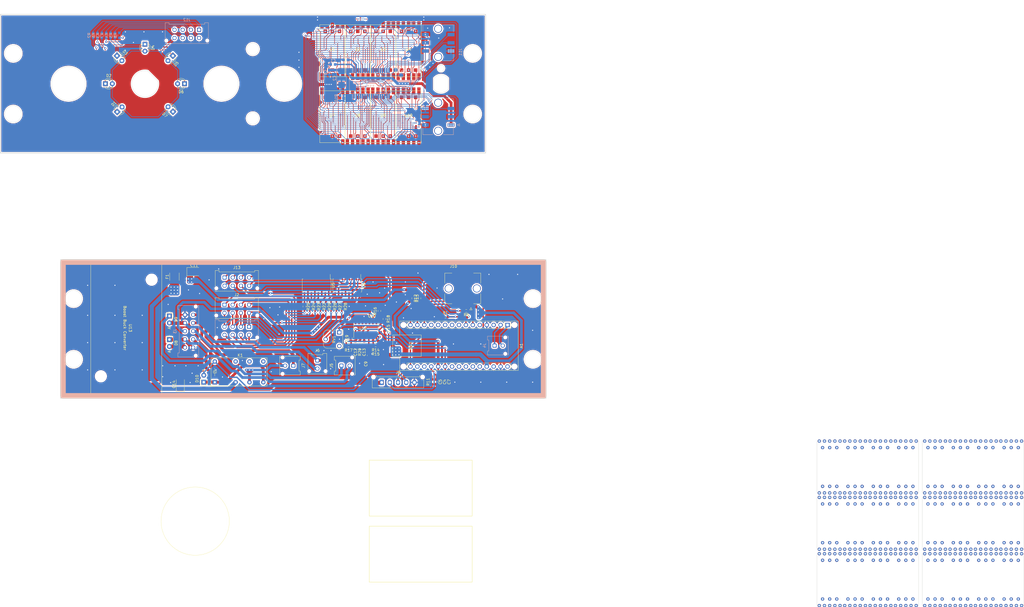
<source format=kicad_pcb>
(kicad_pcb (version 20221018) (generator pcbnew)
  (layers (0 "F.Cu" signal) (31 "B.Cu" signal) (34 "B.Paste" user) (35 "F.Paste" user) (36 "B.SilkS" user "B.Silkscreen") (37 "F.SilkS" user "F.Silkscreen") (38 "B.Mask" user) (39 "F.Mask" user) (44 "Edge.Cuts" user))
  (net 0 "")
  (net 2 "GND")
  (net 10 "/Back Board/TX-EXPANSION")
  (net 11 "/Back Board/RX-EXPANSION")
  (net 18 "VCC")
  (net 19 "/Back Board/MODE_LED_BRIGHTNESS")
  (net 20 "/Back Board/MODE_PWR_DETECT")
  (net 21 "+5V")
  (net 23 "/Back Board/Arduino_~{CS}")
  (net 24 "/Back Board/Arduino_MOSI")
  (net 25 "Net-(D2-K)")
  (net 26 "/Back Board/Arduino_MISO")
  (net 27 "/Back Board/Arduino_SCK")
  (net 28 "/Back Board/BRIGHTNESS_CONTROL")
  (net 29 "/Back Board/VOLTAGE_SENSE")
  (net 30 "/Back Board/CURRENT_SENSE")
  (net 31 "/Back Board/SHUNT+")
  (net 32 "/Back Board/SHUNT-")
  (net 33 "/Back Board/MODE_1_LED")
  (net 34 "/Back Board/MODE_2_LED")
  (net 35 "/Back Board/MODE_3_LED")
  (net 36 "/Back Board/MODE_4_LED")
  (net 37 "/Back Board/MODE_5_LED")
  (net 38 "/Back Board/MODE_6_LED")
  (net 40 "Net-(U11-OSC)")
  (net 41 "/Back Board/MODE_7_LED")
  (net 42 "Net-(U12A--)")
  (net 43 "Net-(U12A-+)")
  (net 44 "Net-(U11-ISET)")
  (net 45 "Net-(U12B--)")
  (net 46 "/Back Board/CONTACTOR_COIL")
  (net 47 "Net-(D1-A)")
  (net 48 "/Back Board/12V_ON")
  (net 49 "Net-(D3-K)")
  (net 50 "/Back Board/BATT_RAW")
  (net 51 "/Back Board/VOLT_SOURCE_SELECT")
  (net 52 "Net-(D4-K)")
  (net 53 "Net-(U5A-B1)")
  (net 54 "Net-(D5-K)")
  (net 55 "Net-(U5B-B2)")
  (net 56 "Net-(D6-K)")
  (net 57 "Net-(U5C-B3)")
  (net 58 "Net-(D7-K)")
  (net 59 "Net-(D9-K)")
  (net 60 "Net-(U5D-B4)")
  (net 61 "Net-(F1-Pad1)")
  (net 62 "Net-(U6A-B1)")
  (net 63 "Net-(U6B-B2)")
  (net 64 "Net-(U6C-B3)")
  (net 65 "Net-(U6D-B4)")
  (net 66 "/Back Board/MODE_1")
  (net 67 "/Back Board/MODE_2")
  (net 68 "/Back Board/MODE_3")
  (net 69 "/Back Board/MODE_4")
  (net 70 "/Back Board/MODE_5")
  (net 71 "/Back Board/MODE_6")
  (net 72 "/Back Board/MODE_7")
  (net 73 "/Back Board/MODE_12V")
  (net 74 "/Back Board/MASTER_OPEN")
  (net 75 "/Back Board/MASTER_COMMON")
  (net 76 "/Back Board/BATT_BYPASS")
  (net 77 "/Front Board/~{CS}")
  (net 78 "Net-(J8-B)")
  (net 79 "Net-(U12C--)")
  (net 80 "Net-(R14-Pad2)")
  (net 81 "Net-(R15-Pad1)")
  (net 82 "Net-(R16-Pad1)")
  (net 83 "Net-(U11-BLINK)")
  (net 84 "Net-(U11-OSC_OUT)")
  (net 85 "/Front Board/SCK")
  (net 86 "/Front Board/MISO")
  (net 87 "/Front Board/MOSI")
  (net 88 "/Front Board/6954_O10")
  (net 89 "/Front Board/6954_O17")
  (net 90 "/Front Board/6954_O13")
  (net 91 "/Front Board/6954_O16")
  (net 92 "/Front Board/6954_O18")
  (net 93 "/Front Board/6954_O5")
  (net 94 "/Front Board/6954_O6")
  (net 95 "/Front Board/6954_O8")
  (net 96 "/Front Board/6954_O14")
  (net 97 "/Front Board/6954_O2")
  (net 98 "/Front Board/6954_O4")
  (net 99 "/Front Board/6954_O11")
  (net 100 "/Front Board/6954_O15")
  (net 101 "/Front Board/6954_O0")
  (net 102 "/Front Board/6954_O12")
  (net 103 "/Front Board/6954_O9")
  (net 107 "/Front Board/6954_O3")
  (net 108 "/Front Board/6954_O1")
  (net 109 "/Front Board/6954_O7")
  (net 110 "Net-(J11-Pin_1)")
  (net 111 "Net-(J11-Pin_2)")
  (net 112 "Net-(J11-Pin_3)")
  (net 113 "Net-(J11-Pin_4)")
  (net 114 "Net-(J11-Pin_5)")
  (net 116 "Net-(D1-K)")
  (net 117 "Net-(J12-Pin_1)")
  (net 118 "Net-(J12-Pin_2)")
  (net 119 "Net-(J12-Pin_3)")
  (net 120 "Net-(J12-Pin_4)")
  (net 121 "Net-(J12-Pin_5)")
  (net 122 "Net-(J12-Pin_6)")
  (net 123 "Net-(J12-Pin_7)")
  (net 124 "Net-(J13-Pin_8)")
  (footprint "Capacitor_SMD:C_0603_1608Metric_Pad1.08x0.95mm_HandSolder" (layer "F.Cu") (at 161.35 83.9 -90)
    (fp_text reference "C4")
    (fp_text value "100nF")
  )
  (footprint "Potentiometer_THT:Potentiometer_Runtron_RM-065_Vertical" (layer "F.Cu") (at 124.19 65.75 -90)
    (fp_text reference "RV1")
    (fp_text value "500Ω")
  )
  (footprint "LED_THT:LED_D3.0mm" (layer "F.Cu") (at 42.747 -35.653 -45)
    (fp_text reference "D3")
    (fp_text value "LED_Filled")
  )
  (footprint "Resistor_SMD:R_0603_1608Metric_Pad0.98x0.95mm_HandSolder" (layer "F.Cu") (at 128.350002 67.937499 90)
    (fp_text reference "R19")
    (fp_text value "100kΩ")
  )
  (footprint "Capacitor_SMD:C_0603_1608Metric_Pad1.08x0.95mm_HandSolder" (layer "F.Cu") (at 130.100001 69.749999 -90)
    (fp_text reference "C12")
    (fp_text value "DNP")
  )
  (footprint "Capacitor_Tantalum_SMD:CP_EIA-3528-21_Kemet-B_Pad1.50x2.35mm_HandSolder" (layer "F.Cu") (at 71 43.5)
    (fp_text reference "C11")
    (fp_text value "10µF")
  )
  (footprint "LED_THT:LED_D3.0mm" (layer "F.Cu") (at 67.499998 -25.400002 180)
    (fp_text reference "D6")
    (fp_text value "LED_Filled")
  )
  (footprint "Capacitor_Tantalum_SMD:CP_EIA-3528-21_Kemet-B_Pad1.50x2.35mm_HandSolder" (layer "F.Cu") (at 65.95 84.8 90)
    (fp_text reference "C14")
    (fp_text value "22µF")
  )
  (footprint "libraries:XZFAVG10" (layer "F.Cu") (at 149.55 -37.5)
    (fp_text reference "U4")
    (fp_text value "XZFAVG10")
  )
  (footprint "Capacitor_SMD:C_0603_1608Metric_Pad1.08x0.95mm_HandSolder" (layer "F.Cu") (at 162.975 83.9 -90)
    (fp_text reference "C7")
    (fp_text value "100nF")
  )
  (footprint "libraries:XZFAVG10" (layer "F.Cu") (at 130.95 -37.5)
    (fp_text reference "U2")
    (fp_text value "XZFAVG10")
  )
  (footprint "Resistor_SMD:R_0603_1608Metric_Pad0.98x0.95mm_HandSolder" (layer "F.Cu") (at 117.26 56.2575 -90)
    (fp_text reference "R22")
    (fp_text value "39kΩ")
  )
  (footprint "Diode_THT:D_A-405_P2.54mm_Vertical_AnodeUp" (layer "F.Cu") (at 61.95 68.384999 -90)
    (fp_text reference "D8")
    (fp_text value "D")
  )
  (footprint "Connector_Molex:Molex_Micro-Fit_3.0_43045-0812_2x04_P3.00mm_Vertical" (layer "F.Cu") (at 82.15 45.65)
    (fp_text reference "J13")
    (fp_text value "Mode LEDs")
  )
  (footprint "Relay_THT:Relay_DPDT_Finder_30.22" (layer "F.Cu") (at 78.5825 84.0375)
    (fp_text reference "K1")
    (fp_text value "FINDER-40.52")
  )
  (footprint "Resistor_SMD:R_0603_1608Metric_Pad0.98x0.95mm_HandSolder" (layer "F.Cu") (at 127.600001 70.549999)
    (fp_text reference "R17")
    (fp_text value "100kΩ")
  )
  (footprint "Resistor_SMD:R_0603_1608Metric_Pad0.98x0.95mm_HandSolder" (layer "F.Cu") (at 131.700001 69.749999 -90)
    (fp_text reference "R20")
    (fp_text value "100kΩ")
  )
  (footprint "LED_THT:LED_D3.0mm" (layer "F.Cu") (at 63.251562 -15.148442 135)
    (fp_text reference "D7")
    (fp_text value "LED_Filled")
  )
  (footprint "LED_THT:LED_D3.0mm" (layer "F.Cu") (at 63.226558 -35.653 -135)
    (fp_text reference "D5")
    (fp_text value "LED_Filled")
  )
  (footprint "Package_SO:SOIC-16_4.55x10.3mm_P1.27mm" (layer "F.Cu") (at 127.099999 48.525001 -90)
    (fp_text reference "U6")
    (fp_text value "MMPQ3904")
  )
  (footprint "Connector_Molex:Molex_Micro-Fit_3.0_43045-0812_2x04_P3.00mm_Vertical" (layer "F.Cu") (at 82.125 55.625)
    (fp_text reference "J2")
    (fp_text value "Rotary Switch 1x7")
  )
  (footprint "libraries:XZFAVG10" (layer "F.Cu") (at 140.25 -37.5)
    (fp_text reference "U3")
    (fp_text value "XZFAVG10")
  )
  (footprint "Module:Arduino_Nano_WithMountingHoles" (layer "F.Cu") (at 185.8 63.04 -90)
    (fp_text reference "A1")
    (fp_text value "Arduino Nano")
  )
  (footprint "Resistor_SMD:R_0603_1608Metric_Pad0.98x0.95mm_HandSolder" (layer "F.Cu") (at 137.500001 70.499999 180)
    (fp_text reference "R15")
    (fp_text value "2.7kΩ")
  )
  (footprint "Diode_THT:D_A-405_P2.54mm_Vertical_AnodeUp" (layer "F.Cu") (at 61.95 59.755 -90)
    (fp_text reference "D9")
    (fp_text value "D")
  )
  (footprint "Capacitor_SMD:C_0603_1608Metric_Pad1.08x0.95mm_HandSolder" (layer "F.Cu") (at 159.725 83.9 -90)
    (fp_text reference "C5")
    (fp_text value "100nF")
  )
  (footprint "Resistor_SMD:R_0603_1608Metric_Pad0.98x0.95mm_HandSolder" (layer "F.Cu") (at 125.06 56.2575 -90)
    (fp_text reference "R28")
    (fp_text value "39kΩ")
  )
  (footprint "LED_THT:LED_D3.0mm" (layer "F.Cu") (at 38.5 -25.4)
    (fp_text reference "D2")
    (fp_text value "LED_Filled")
  )
  (footprint "Capacitor_SMD:C_0603_1608Metric_Pad1.08x0.95mm_HandSolder" (layer "F.Cu") (at 133.3 69.7625 -90)
    (fp_text reference "C13")
    (fp_text value "DNP")
  )
  (footprint "libraries:XZFAVG10" (layer "F.Cu") (at 140.25 -13.3)
    (fp_text reference "U9")
    (fp_text value "XZFAVG10")
  )
  (footprint "Resistor_SMD:R_0603_1608Metric_Pad0.98x0.95mm_HandSolder" (layer "F.Cu") (at 111.41 56.2575 -90)
    (fp_text reference "R25")
    (fp_text value "39kΩ")
  )
  (footprint "Resistor_SMD:R_0603_1608Metric_Pad0.98x0.95mm_HandSolder" (layer "F.Cu") (at 158.125 83.9 90)
    (fp_text reference "R11")
    (fp_text value "10kΩ")
  )
  (footprint "Resistor_SMD:R_0603_1608Metric_Pad0.98x0.95mm_HandSolder" (layer "F.Cu") (at 153.55 53.2625 90)
    (fp_text reference "R12")
    (fp_text value "22kΩ")
  )
  (footprint "Resistor_SMD:R_0603_1608Metric_Pad0.98x0.95mm_HandSolder" (layer "F.Cu") (at 151.3 53.2625 -90)
    (fp_text reference "R13")
    (fp_text value "10kΩ")
  )
  (footprint "Resistor_SMD:R_0603_1608Metric_Pad0.98x0.95mm_HandSolder" (layer "F.Cu") (at 170.675 57.875 180)
    (fp_text reference "R9")
    (fp_text value "0Ω or Bridge")
  )
  (footprint "Resistor_SMD:R_0603_1608Metric_Pad0.98x0.95mm_HandSolder" (layer "F.Cu") (at 121.16 56.2575 -90)
    (fp_text reference "R26")
    (fp_text value "39kΩ")
  )
  (footprint "Resistor_SMD:R_0603_1608Metric_Pad0.98x0.95mm_HandSolder" (layer "F.Cu") (at 115.31 56.2575 -90)
    (fp_text reference "R23")
    (fp_text value "39kΩ")
  )
  (footprint "Resistor_SMD:R_0603_1608Metric_Pad0.98x0.95mm_HandSolder" (layer "F.Cu") (at 119.21 56.2575 -90)
    (fp_text reference "R29")
    (fp_text value "39kΩ")
  )
  (footprint "Resistor_SMD:R_0603_1608Metric_Pad0.98x0.95mm_HandSolder" (layer "F.Cu") (at 137.500001 68.849999)
    (fp_text reference "R14")
    (fp_text value "100kΩ")
  )
  (footprint "libraries:MOLEX_430450615" (layer "F.Cu") (at 169.4 49.65)
    (fp_text reference "J10")
    (fp_text value "2x05 Molex Micro-Fit 3.0 43045")
  )
  (footprint "libraries:XZFAVG10" (layer "F.Cu") (at 121.65 -13.3)
    (fp_text reference "U7")
    (fp_text value "XZFAVG10")
  )
  (footprint "libraries:XZFAVG10" (layer "F.Cu") (at 121.65 -37.5)
    (fp_text reference "U1")
    (fp_text value "XZFAVG10")
  )
  (footprint "libraries:BoostBuck" (layer "F.Cu") (at 57.150002 41.649998 -90)
    (fp_text reference "U13")
    (fp_text value "12V->5V Variable Boost Buck Converter")
  )
  (footprint "Fuse:Fuse_1812_4532Metric_Pad1.30x3.40mm_HandSolder" (layer "F.Cu") (at 63.8 45.325 90)
    (fp_text reference "F1")
    (fp_text value "1A Trip")
  )
  (footprint "Resistor_SMD:R_0603_1608Metric_Pad0.98x0.95mm_HandSolder" (layer "F.Cu") (at 163.07 60.03)
    (fp_text reference "R1")
    (fp_text value "10kΩ")
  )
  (footprint "Resistor_SMD:R_0603_1608Metric_Pad0.98x0.95mm_HandSolder" (layer "F.Cu") (at 138.88 57.89 -90)
    (fp_text reference "R16")
    (fp_text value "100kΩ")
  )
  (footprint "LED_THT:LED_D3.0mm" (layer "F.Cu") (at 42.822146 -15.073438 45)
    (fp_text reference "D1")
    (fp_text value "LED_Filled")
  )
  (footprint "Connector_Molex:Molex_Micro-Fit_3.0_43650-0515_1x05_P3.00mm_Vertical" (layer "F.Cu") (at 139.7 84.1)
    (fp_text reference "J8")
    (fp_text value "Pot/SW - Brightness")
  )
  (footprint "libraries:XZFAVG10" (layer "F.Cu") (at 149.55 -13.3)
    (fp_text reference "U10")
    (fp_text value "XZFAVG10")
  )
  (footprint "Capacitor_SMD:C_0603_1608Metric_Pad1.08x0.95mm_HandSolder" (layer "F.Cu") (at 140.743749 64.33125 -90)
    (fp_text reference "C15")
    (fp_text value "100nF")
  )
  (footprint "Capacitor_SMD:C_0603_1608Metric_Pad1.08x0.95mm_HandSolder" (layer "F.Cu") (at 136.13 58.14)
    (fp_text reference "C10")
    (fp_text value "100nF")
  )
  (footprint "Resistor_SMD:R_0603_1608Metric_Pad0.98x0.95mm_HandSolder" (layer "F.Cu") (at 140.725 60.849999 -90)
    (fp_text reference "R18")
    (fp_text value "100kΩ")
  )
  (footprint "Capacitor_SMD:C_0603_1608Metric_Pad1.08x0.95mm_HandSolder" (layer "F.Cu") (at 133.9 74.2 -90)
    (fp_text reference "C9")
    (fp_text value "100nF")
  )
  (footprint "Package_SO:SOIC-16_4.55x10.3mm_P1.27mm" (layer "F.Cu") (at 115.875 48.525 -90)
    (fp_text reference "U5")
    (fp_text value "MMPQ3904")
  )
  (footprint "Connector_Molex:Molex_Micro-Fit_3.0_43045-0212_2x01_P3.00mm_Vertical" (layer "F.Cu") (at 124.960001 77.949998 90)
    (fp_text reference "J5")
    (fp_text value "SW - Aux Jump-Start")
  )
  (footprint "Package_SO:SOIC-14_3.9x8.7mm_P1.27mm" (layer "F.Cu") (at 133.950001 64.249999 90)
    (fp_text reference "U12")
    (fp_text value "LM324DR")
  )
  (footprint "Diode_THT:D_A-405_P2.54mm_Vertical_AnodeUp" (layer "F.Cu") (at 74.547499 84 90)
    (fp_text reference "D10")
    (fp_text value "D")
  )
  (footprint "Connector_Molex:Molex_Micro-Fit_3.0_43045-0212_2x01_P3.00mm_Vertical" (layer "F.Cu") (at 107.339999 77.950002 -90)
    (fp_text reference "J7")
    (fp_text value "SW - Master Power")
  )
  (footprint "libraries:XZFAVG10" (layer "F.Cu") (at 130.95 -13.3)
    (fp_text reference "U8")
    (fp_text value "XZFAVG10")
  )
  (footprint "Resistor_SMD:R_0603_1608Metric_Pad0.98x0.95mm_HandSolder" (layer "F.Cu") (at 113.36 56.2575 -90)
    (fp_text reference "R24")
    (fp_text value "39kΩ")
  )
  (footprint "LED_THT:LED_D3.0mm" (layer "F.Cu") (at 52.999998 -39.875 -90)
    (fp_text reference "D4")
    (fp_text value "LED_Filled")
  )
  (footprint "Resistor_SMD:R_0603_1608Metric_Pad0.98x0.95mm_HandSolder" (layer "F.Cu") (at 123.11 56.2575 -90)
    (fp_text reference "R27")
    (fp_text value "39kΩ")
  )
  (footprint "Connector_Molex:Molex_Micro-Fit_3.0_43045-0212_2x01_P3.00mm_Vertical" (layer "F.Cu") (at 116.1525 76.035)
    (fp_text reference "J6")
    (fp_text value "SW - Battery Bypass")
  )
  (footprint "TestPoint:TestPoint_Pad_D1.5mm" (layer "B.Cu") (at 144.8 -30.45 135)
    (fp_text reference "TP2")
    (fp_text value "TestPoint_Flag")
  )
  (footprint "Connector_Molex:Molex_Micro-Fit_3.0_43045-0212_2x01_P3.00mm_Vertical" (layer "B.Cu") (at 181.05 70.6 -90)
    (fp_text reference "J4")
    (fp_text value "UART Expansion")
  )
  (footprint "Capacitor_SMD:C_0603_1608Metric_Pad1.08x0.95mm_HandSolder" (layer "B.Cu") (at 121.85 -32.475 180)
    (fp_text reference "C1")
    (fp_text value "22pF")
  )
  (footprint "Capacitor_SMD:C_0603_1608Metric_Pad1.08x0.95mm_HandSolder" (layer "B.Cu") (at 120.525 -29.525 -90)
    (fp_text reference "C6")
    (fp_text value "100nF")
  )
  (footprint "Connector_Molex:Molex_Micro-Fit_3.0_43045-0812_2x04_P3.00mm_Vertical" (layer "B.Cu") (at 91.125 63.675 180)
    (fp_text reference "J1")
    (fp_text value "Selector Knob Connector")
  )
  (footprint "Resistor_SMD:R_0603_1608Metric_Pad0.98x0.95mm_HandSolder" (layer "B.Cu") (at 37.200001 -43.1375 -90)
    (fp_text reference "R3")
    (fp_text value "150Ω")
  )
  (footprint "libraries:MOLEX_430450615" (layer "B.Cu") (at 160.40175 -40.4 90)
    (fp_text reference "J11")
    (fp_text value "2x05 Molex Micro-Fit 3.0 43045")
  )
  (footprint "Capacitor_SMD:C_0603_1608Metric_Pad1.08x0.95mm_HandSolder" (layer "B.Cu") (at 126.55 -34.15 180)
    (fp_text reference "C3")
    (fp_text value "100nF")
  )
  (footprint "libraries:MOLEX_430450615" (layer "B.Cu") (at 160.39825 -13.299999 -90)
    (fp_text reference "J9")
    (fp_text value "2x05 Molex Micro-Fit 3.0 43045")
  )
  (footprint "Connector_Molex:Molex_Micro-Fit_3.0_43045-1012_2x05_P3.00mm_Vertical" (layer "B.Cu") (at 67.65 59.3 -90)
    (fp_text reference "J3")
    (fp_text value "2x05 Molex Micro-Fit 3.0 43045")
  )
  (footprint "Capacitor_Tantalum_SMD:CP_EIA-6032-28_Kemet-C_Pad2.25x2.35mm_HandSolder" (layer "B.Cu") (at 125 -27.425 -90)
    (fp_text reference "C2")
    (fp_text value "47µF")
  )
  (footprint "Resistor_SMD:R_0603_1608Metric_Pad0.98x0.95mm_HandSolder" (layer "B.Cu") (at 34 -43.1375 -90)
    (fp_text reference "R2")
    (fp_text value "150Ω")
  )
  (footprint "Resistor_SMD:R_0603_1608Metric_Pad0.98x0.95mm_HandSolder" (layer "B.Cu") (at 35.600001 -43.1375 -90)
    (fp_text reference "R6")
    (fp_text value "150Ω")
  )
  (footprint "libraries:MAX6954-SSOP" (layer "B.Cu") (at 135.6 -25.55 90)
    (fp_text reference "U11")
    (fp_text value "MAX 6954 - SSOP")
  )
  (footprint "Resistor_SMD:R_0603_1608Metric_Pad0.98x0.95mm_HandSolder" (layer "B.Cu") (at 124.45 -20.125 90)
    (fp_text reference "R10")
    (fp_text value "56kΩ")
  )
  (footprint "Resistor_SMD:R_0603_1608Metric_Pad0.98x0.95mm_HandSolder" (layer "B.Cu") (at 38.800001 -43.1375 -90)
    (fp_text reference "R7")
    (fp_text value "150Ω")
  )
  (footprint "Resistor_SMD:R_0603_1608Metric_Pad0.98x0.95mm_HandSolder" (layer "B.Cu") (at 40.400001 -43.1375 -90)
    (fp_text reference "R4")
    (fp_text value "150Ω")
  )
  (footprint "Resistor_SMD:R_0603_1608Metric_Pad0.98x0.95mm_HandSolder" (layer "B.Cu") (at 42.000001 -43.1375 -90)
    (fp_text reference "R5")
    (fp_text value "150Ω")
  )
  (footprint "TestPoint:TestPoint_Pad_D1.5mm" (layer "B.Cu") (at 146.85 -28.5 135)
    (fp_text reference "TP1")
    (fp_text value "TestPoint_Flag")
  )
  (footprint "Resistor_SMD:R_0603_1608Metric_Pad0.98x0.95mm_HandSolder" (layer "B.Cu") (at 43.600001 -43.1375 -90)
    (fp_text reference "R8")
    (fp_text value "150Ω")
  )
  (footprint "Connector_Molex:Molex_Micro-Fit_3.0_43045-0812_2x04_P3.00mm_Vertical" (layer "B.Cu") (at 72.825 -45.165 180)
    (fp_text reference "J12")
    (fp_text value "Display LEDs")
  )
  (gr_rect (start 23 40) (end 199 89) (stroke (width 2)) (fill none) (layer "B.SilkS"))
  (gr_circle (center 71.4 134.95) (end 83.9 134.95) (stroke (width 0.1)) (fill none) (layer "F.SilkS"))
  (gr_rect (start 135.15 136.8) (end 172.85 157.3) (stroke (width 0.15)) (fill none) (layer "F.SilkS"))
  (gr_rect (start 135.15 112.6) (end 172.85 133.1) (stroke (width 0.15)) (fill none) (layer "F.SilkS"))
  (gr_circle (center 161.45 -31.064) (end 162.67 -31.064) (stroke (width 0.1)) (fill none) (layer "Edge.Cuts"))
  (gr_circle (center 173.037 -14.288) (end 176.112 -14.288) (stroke (width 0.1)) (fill none) (layer "Edge.Cuts"))
  (gr_circle (center 4.763 -36.512) (end 7.838 -36.512) (stroke (width 0.1)) (fill none) (layer "Edge.Cuts"))
  (gr_arc (start 158.825001 -27.4) (mid 161.45 -28.700094) (end 164.074999 -27.4) (stroke (width 0.1)) (layer "Edge.Cuts"))
  (gr_rect (start 299.15 126.25) (end 336.35 145.25) (stroke (width 0.1)) (fill none) (layer "Edge.Cuts"))
  (gr_rect (start 299.15 146.9) (end 336.35 165.9) (stroke (width 0.1)) (fill none) (layer "Edge.Cuts"))
  (gr_circle (center 104 -25.4) (end 110.25 -25.4) (stroke (width 0.1)) (fill none) (layer "Edge.Cuts"))
  (gr_rect (start 22.1 39.1) (end 199.9 89.9) (stroke (width 0.2)) (fill none) (layer "Edge.Cuts"))
  (gr_circle (center 195.137 75.612) (end 198.212 75.612) (stroke (width 0.1)) (fill none) (layer "Edge.Cuts"))
  (gr_arc (start 57.713999 -26.433) (mid 49.587605 -21.987605) (end 54.033 -30.113999) (stroke (width 0.1)) (layer "Edge.Cuts"))
  (gr_line (start 54.033 -30.114) (end 57.714 -26.433) (stroke (width 0.1)) (layer "Edge.Cuts"))
  (gr_circle (center 25 -25.4) (end 31.25 -25.4) (stroke (width 0.1)) (fill none) (layer "Edge.Cuts"))
  (gr_circle (center 173.037 -36.512) (end 176.112 -36.512) (stroke (width 0.1)) (fill none) (layer "Edge.Cuts"))
  (gr_rect (start 0 -50.8) (end 177.8 0) (stroke (width 0.2)) (fill none) (layer "Edge.Cuts"))
  (gr_rect (start 337.75 105.6) (end 374.95 124.6) (stroke (width 0.1)) (fill none) (layer "Edge.Cuts"))
  (gr_arc (start 164.075 -23.399999) (mid 161.45 -22.099905) (end 158.825 -23.4) (stroke (width 0.1)) (layer "Edge.Cuts"))
  (gr_circle (center 195.137 53.388) (end 198.212 53.388) (stroke (width 0.1)) (fill none) (layer "Edge.Cuts"))
  (gr_circle (center 81 -25.4) (end 87.25 -25.4) (stroke (width 0.1)) (fill none) (layer "Edge.Cuts"))
  (gr_circle (center 92.5 -12.7) (end 94.75 -12.7) (stroke (width 0.1)) (fill none) (layer "Edge.Cuts"))
  (gr_line (start 158.825 -27.4) (end 158.825 -23.4) (stroke (width 0.1)) (layer "Edge.Cuts"))
  (gr_circle (center 4.763 -14.288) (end 7.838 -14.288) (stroke (width 0.1)) (fill none) (layer "Edge.Cuts"))
  (gr_circle (center 26.863 75.612) (end 29.938 75.612) (stroke (width 0.1)) (fill none) (layer "Edge.Cuts"))
  (gr_circle (center 26.863 53.388) (end 29.938 53.388) (stroke (width 0.1)) (fill none) (layer "Edge.Cuts"))
  (gr_rect (start 299.15 105.6) (end 336.35 124.6) (stroke (width 0.1)) (fill none) (layer "Edge.Cuts"))
  (gr_circle (center 92.5 -38.1) (end 94.75 -38.1) (stroke (width 0.1)) (fill none) (layer "Edge.Cuts"))
  (gr_rect (start 337.75 146.9) (end 374.95 165.9) (stroke (width 0.1)) (fill none) (layer "Edge.Cuts"))
  (gr_line (start 164.075 -27.4) (end 164.075 -23.4) (stroke (width 0.1)) (layer "Edge.Cuts"))
  (gr_rect (start 337.75 126.25) (end 374.95 145.25) (stroke (width 0.1)) (fill none) (layer "Edge.Cuts"))
  (via (at 364.8 146.9) (size 1.2) (drill 0.5) (layers "F.Cu" "B.Cu") (net 0))
  (via (at 362.9 145.25) (size 1.2) (drill 0.5) (layers "F.Cu" "B.Cu") (net 0))
  (via (at 322.4 108) (size 1.2) (drill 0.5) (layers "F.Cu" "B.Cu") (net 0))
  (via (at 303.8 149.3) (size 1.2) (drill 0.5) (layers "F.Cu" "B.Cu") (net 0))
  (via (at 318.6 126.25) (size 1.2) (drill 0.5) (layers "F.Cu" "B.Cu") (net 0))
  (via (at 313.1 163.5) (size 1.2) (drill 0.5) (layers "F.Cu" "B.Cu") (net 0))
  (via (at 351.7 165.9) (size 1.2) (drill 0.5) (layers "F.Cu" "B.Cu") (net 0))
  (via (at 374.1 145.25) (size 1.2) (drill 0.5) (layers "F.Cu" "B.Cu") (net 0))
  (via (at 305.7 105.6) (size 1.2) (drill 0.5) (layers "F.Cu" "B.Cu") (net 0))
  (via (at 306.4 108) (size 1.2) (drill 0.5) (layers "F.Cu" "B.Cu") (net 0))
  (via (at 315 145.25) (size 1.2) (drill 0.5) (layers "F.Cu" "B.Cu") (net 0))
  (via (at 362.9 124.6) (size 1.2) (drill 0.5) (layers "F.Cu" "B.Cu") (net 0))
  (via (at 361 124.6) (size 1.2) (drill 0.5) (layers "F.Cu" "B.Cu") (net 0))
  (via (at 353.6 165.9) (size 1.2) (drill 0.5) (layers "F.Cu" "B.Cu") (net 0))
  (via (at 338.6 105.6) (size 1.2) (drill 0.5) (layers "F.Cu" "B.Cu") (net 0))
  (via (at 366.5 124.6) (size 1.2) (drill 0.5) (layers "F.Cu" "B.Cu") (net 0))
  (via (at 303.8 142.85) (size 1.2) (drill 0.5) (layers "F.Cu" "B.Cu") (net 0))
  (via (at 366.5 165.9) (size 1.2) (drill 0.5) (layers "F.Cu" "B.Cu") (net 0))
  (via (at 355.5 126.25) (size 1.2) (drill 0.5) (layers "F.Cu" "B.Cu") (net 0))
  (via (at 361 146.9) (size 1.2) (drill 0.5) (layers "F.Cu" "B.Cu") (net 0))
  (via (at 347.9 105.6) (size 1.2) (drill 0.5) (layers "F.Cu" "B.Cu") (net 0))
  (via (at 325 142.85) (size 1.2) (drill 0.5) (layers "F.Cu" "B.Cu") (net 0))
  (via (at 359.1 124.6) (size 1.2) (drill 0.5) (layers "F.Cu" "B.Cu") (net 0))
  (via (at 357.2 124.6) (size 1.2) (drill 0.5) (layers "F.Cu" "B.Cu") (net 0))
  (via (at 329.8 126.25) (size 1.2) (drill 0.5) (layers "F.Cu" "B.Cu") (net 0))
  (via (at 303.8 105.6) (size 1.2) (drill 0.5) (layers "F.Cu" "B.Cu") (net 0))
  (via (at 311.2 105.6) (size 1.2) (drill 0.5) (layers "F.Cu" "B.Cu") (net 0))
  (via (at 331.7 108) (size 1.2) (drill 0.5) (layers "F.Cu" "B.Cu") (net 0))
  (via (at 320.5 105.6) (size 1.2) (drill 0.5) (layers "F.Cu" "B.Cu") (net 0))
  (via (at 342.4 145.25) (size 1.2) (drill 0.5) (layers "F.Cu" "B.Cu") (net 0))
  (via (at 366.5 126.25) (size 1.2) (drill 0.5) (layers "F.Cu" "B.Cu") (net 0))
  (via (at 309.3 146.9) (size 1.2) (drill 0.5) (layers "F.Cu" "B.Cu") (net 0))
  (via (at 364.8 165.9) (size 1.2) (drill 0.5) (layers "F.Cu" "B.Cu") (net 0))
  (via (at 361 165.9) (size 1.2) (drill 0.5) (layers "F.Cu" "B.Cu") (net 0))
  (via (at 333.6 124.6) (size 1.2) (drill 0.5) (layers "F.Cu" "B.Cu") (net 0))
  (via (at 331.7 142.85) (size 1.2) (drill 0.5) (layers "F.Cu" "B.Cu") (net 0))
  (via (at 320.5 124.6) (size 1.2) (drill 0.5) (layers "F.Cu" "B.Cu") (net 0))
  (via (at 362.9 165.9) (size 1.2) (drill 0.5) (layers "F.Cu" "B.Cu") (net 0))
  (via (at 320.5 145.25) (size 1.2) (drill 0.5) (layers "F.Cu" "B.Cu") (net 0))
  (via (at 349.1 163.5) (size 1.2) (drill 0.5) (layers "F.Cu" "B.Cu") (net 0))
  (via (at 309.3 145.25) (size 1.2) (drill 0.5) (layers "F.Cu" "B.Cu") (net 0))
  (via (at 318.6 145.25) (size 1.2) (drill 0.5) (layers "F.Cu" "B.Cu") (net 0))
  (via (at 372.2 145.25) (size 1.2) (drill 0.5) (layers "F.Cu" "B.Cu") (net 0))
  (via (at 322.4 105.6) (size 1.2) (drill 0.5) (layers "F.Cu" "B.Cu") (net 0))
  (via (at 309.3 105.6) (size 1.2) (drill 0.5) (layers "F.Cu" "B.Cu") (net 0))
  (via (at 349.1 108) (size 1.2) (drill 0.5) (layers "F.Cu" "B.Cu") (net 0))
  (via (at 316.9 124.6) (size 1.2) (drill 0.5) (layers "F.Cu" "B.Cu") (net 0))
  (via (at 331.7 146.9) (size 1.2) (drill 0.5) (layers "F.Cu" "B.Cu") (net 0))
  (via (at 315.7 163.5) (size 1.2) (drill 0.5) (layers "F.Cu" "B.Cu") (net 0))
  (via (at 310.5 108) (size 1.2) (drill 0.5) (layers "F.Cu" "B.Cu") (net 0))
  (via (at 333.6 165.9) (size 1.2) (drill 0.5) (layers "F.Cu" "B.Cu") (net 0))
  (via (at 331.7 163.5) (size 1.2) (drill 0.5) (layers "F.Cu" "B.Cu") (net 0))
  (via (at 372.2 105.6) (size 1.2) (drill 0.5) (layers "F.Cu" "B.Cu") (net 0))
  (via (at 355.5 124.6) (size 1.2) (drill 0.5) (layers "F.Cu" "B.Cu") (net 0))
  (via (at 310.5 149.3) (size 1.2) (drill 0.5) (layers "F.Cu" "B.Cu") (net 0))
  (via (at 301.2 163.5) (size 1.2) (drill 0.5) (layers "F.Cu" "B.Cu") (net 0))
  (via (at 353.6 126.25) (size 1.2) (drill 0.5) (layers "F.Cu" "B.Cu") (net 0))
  (via (at 347.9 126.25) (size 1.2) (drill 0.5) (layers "F.Cu" "B.Cu") (net 0))
  (via (at 372.9 142.85) (size 1.2) (drill 0.5) (layers "F.Cu" "B.Cu") (net 0))
  (via (at 311.2 165.9) (size 1.2) (drill 0.5) (layers "F.Cu" "B.Cu") (net 0))
  (via (at 306.4 122.2) (size 1.2) (drill 0.5) (layers "F.Cu" "B.Cu") (net 0))
  (via (at 322.4 122.2) (size 1.2) (drill 0.5) (layers "F.Cu" "B.Cu") (net 0))
  (via (at 367.7 149.3) (size 1.2) (drill 0.5) (layers "F.Cu" "B.Cu") (net 0))
  (via (at 316.9 165.9) (size 1.2) (drill 0.5) (layers "F.Cu" "B.Cu") (net 0))
  (via (at 303.8 108) (size 1.2) (drill 0.5) (layers "F.Cu" "B.Cu") (net 0))
  (via (at 361 105.6) (size 1.2) (drill 0.5) (layers "F.Cu" "B.Cu") (net 0))
  (via (at 303.8 146.9) (size 1.2) (drill 0.5) (layers "F.Cu" "B.Cu") (net 0))
  (via (at 324.3 165.9) (size 1.2) (drill 0.5) (layers "F.Cu" "B.Cu") (net 0))
  (via (at 342.4 128.65) (size 1.2) (drill 0.5) (layers "F.Cu" "B.Cu") (net 0))
  (via (at 351.7 163.5) (size 1.2) (drill 0.5) (layers "F.Cu" "B.Cu") (net 0))
  (via (at 329.1 128.65) (size 1.2) (drill 0.5) (layers "F.Cu" "B.Cu") (net 0))
  (via (at 334.3 108) (size 1.2) (drill 0.5) (layers "F.Cu" "B.Cu") (net 0))
  (via (at 346.2 165.9) (size 1.2) (drill 0.5) (layers "F.Cu" "B.Cu") (net 0))
  (via (at 322.4 163.5) (size 1.2) (drill 0.5) (layers "F.Cu" "B.Cu") (net 0))
  (via (at 358.4 108) (size 1.2) (drill 0.5) (layers "F.Cu" "B.Cu") (net 0))
  (via (at 349.8 124.6) (size 1.2) (drill 0.5) (layers "F.Cu" "B.Cu") (net 0))
  (via (at 303.8 163.5) (size 1.2) (drill 0.5) (layers "F.Cu" "B.Cu") (net 0))
  (via (at 313.1 165.9) (size 1.2) (drill 0.5) (layers "F.Cu" "B.Cu") (net 0))
  (via (at 344.3 165.9) (size 1.2) (drill 0.5) (layers "F.Cu" "B.Cu") (net 0))
  (via (at 370.3 145.25) (size 1.2) (drill 0.5) (layers "F.Cu" "B.Cu") (net 0))
  (via (at 370.3 105.6) (size 1.2) (drill 0.5) (layers "F.Cu" "B.Cu") (net 0))
  (via (at 325 149.3) (size 1.2) (drill 0.5) (layers "F.Cu" "B.Cu") (net 0))
  (via (at 351.7 146.9) (size 1.2) (drill 0.5) (layers "F.Cu" "B.Cu") (net 0))
  (via (at 334.3 142.85) (size 1.2) (drill 0.5) (layers "F.Cu" "B.Cu") (net 0))
  (via (at 367.7 128.65) (size 1.2) (drill 0.5) (layers "F.Cu" "B.Cu") (net 0))
  (via (at 370.3 128.65) (size 1.2) (drill 0.5) (layers "F.Cu" "B.Cu") (net 0))
  (via (at 326.2 126.25) (size 1.2) (drill 0.5) (layers "F.Cu" "B.Cu") (net 0))
  (via (at 370.3 124.6) (size 1.2) (drill 0.5) (layers "F.Cu" "B.Cu") (net 0))
  (via (at 306.4 149.3) (size 1.2) (drill 0.5) (layers "F.Cu" "B.Cu") (net 0))
  (via (at 362.9 105.6) (size 1.2) (drill 0.5) (layers "F.Cu" "B.Cu") (net 0))
  (via (at 372.2 124.6) (size 1.2) (drill 0.5) (layers "F.Cu" "B.Cu") (net 0))
  (via (at 310.5 128.65) (size 1.2) (drill 0.5) (layers "F.Cu" "B.Cu") (net 0))
  (via (at 372.9 149.3) (size 1.2) (drill 0.5) (layers "F.Cu" "B.Cu") (net 0))
  (via (at 331.7 128.65) (size 1.2) (drill 0.5) (layers "F.Cu" "B.Cu") (net 0))
  (via (at 319.8 149.3) (size 1.2) (drill 0.5) (layers "F.Cu" "B.Cu") (net 0))
  (via (at 309.3 126.25) (size 1.2) (drill 0.5) (layers "F.Cu" "B.Cu") (net 0))
  (via (at 342.4 105.6) (size 1.2) (drill 0.5) (layers "F.Cu" "B.Cu") (net 0))
  (via (at 301.9 146.9) (size 1.2) (drill 0.5) (layers "F.Cu" "B.Cu") (net 0))
  (via (at 305.7 165.9) (size 1.2) (drill 0.5) (layers "F.Cu" "B.Cu") (net 0))
  (via (at 368.4 145.25) (size 1.2) (drill 0.5) (layers "F.Cu" "B.Cu") (net 0))
  (via (at 326.2 145.25) (size 1.2) (drill 0.5) (layers "F.Cu" "B.Cu") (net 0))
  (via (at 307.6 146.9) (size 1.2) (drill 0.5) (layers "F.Cu" "B.Cu") (net 0))
  (via (at 300 146.9) (size 1.2) (drill 0.5) (layers "F.Cu" "B.Cu") (net 0))
  (via (at 353.6 146.9) (size 1.2) (drill 0.5) (layers "F.Cu" "B.Cu") (net 0))
  (via (at 339.8 108) (size 1.2) (drill 0.5) (layers "F.Cu" "B.Cu") (net 0))
  (via (at 307.6 165.9) (size 1.2) (drill 0.5) (layers "F.Cu" "B.Cu") (net 0))
  (via (at 364.8 126.25) (size 1.2) (drill 0.5) (layers "F.Cu" "B.Cu") (net 0))
  (via (at 339.8 122.2) (size 1.2) (drill 0.5) (layers "F.Cu" "B.Cu") (net 0))
  (via (at 359.1 105.6) (size 1.2) (drill 0.5) (layers "F.Cu" "B.Cu") (net 0))
  (via (at 367.7 108) (size 1.2) (drill 0.5) (layers "F.Cu" "B.Cu") (net 0))
  (via (at 357.2 105.6) (size 1.2) (drill 0.5) (layers "F.Cu" "B.Cu") (net 0))
  (via (at 335.5 146.9) (size 1.2) (drill 0.5) (layers "F.Cu" "B.Cu") (net 0))
  (via (at 329.1 108) (size 1.2) (drill 0.5) (layers "F.Cu" "B.Cu") (net 0))
  (via (at 344.3 126.25) (size 1.2) (drill 0.5) (layers "F.Cu" "B.Cu") (net 0))
  (via (at 349.8 145.25) (size 1.2) (drill 0.5) (layers "F.Cu" "B.Cu") (net 0))
  (via (at 316.9 126.25) (size 1.2) (drill 0.5) (layers "F.Cu" "B.Cu") (net 0))
  (via (at 340.5 165.9) (size 1.2) (drill 0.5) (layers "F.Cu" "B.Cu") (net 0))
  (via (at 315 124.6) (size 1.2) (drill 0.5) (layers "F.Cu" "B.Cu") (net 0))
  (via (at 366.5 105.6) (size 1.2) (drill 0.5) (layers "F.Cu" "B.Cu") (net 0))
  (via (at 329.1 142.85) (size 1.2) (drill 0.5) (layers "F.Cu" "B.Cu") (net 0))
  (via (at 358.4 142.85) (size 1.2) (drill 0.5) (layers "F.Cu" "B.Cu") (net 0))
  (via (at 329.8 145.25) (size 1.2) (drill 0.5) (layers "F.Cu" "B.Cu") (net 0))
  (via (at 346.2 126.25) (size 1.2) (drill 0.5) (layers "F.Cu" "B.Cu") (net 0))
  (via (at 335.5 124.6) (size 1.2) (drill 0.5) (layers "F.Cu" "B.Cu") (net 0))
  (via (at 331.7 145.25) (size 1.2) (drill 0.5) (layers "F.Cu" "B.Cu") (net 0))
  (via (at 307.6 145.25) (size 1.2) (drill 0.5) (layers "F.Cu" "B.Cu") (net 0))
  (via (at 303.8 126.25) (size 1.2) (drill 0.5) (layers "F.Cu" "B.Cu") (net 0))
  (via (at 349.1 128.65) (size 1.2) (drill 0.5) (layers "F.Cu" "B.Cu") (net 0))
  (via (at 367.7 163.5) (size 1.2) (drill 0.5) (layers "F.Cu" "B.Cu") (net 0))
  (via (at 313.1 124.6) (size 1.2) (drill 0.5) (layers "F.Cu" "B.Cu") (net 0))
  (via (at 370.3 122.2) (size 1.2) (drill 0.5) (layers "F.Cu" "B.Cu") (net 0))
  (via (at 329.1 122.2) (size 1.2) (drill 0.5) (layers "F.Cu" "B.Cu") (net 0))
  (via (at 326.2 105.6) (size 1.2) (drill 0.5) (layers "F.Cu" "B.Cu") (net 0))
  (via (at 342.4 108) (size 1.2) (drill 0.5) (layers "F.Cu" "B.Cu") (net 0))
  (via (at 303.8 145.25) (size 1.2) (drill 0.5) (layers "F.Cu" "B.Cu") (net 0))
  (via (at 344.3 145.25) (size 1.2) (drill 0.5) (layers "F.Cu" "B.Cu") (net 0))
  (via (at 303.8 122.2) (size 1.2) (drill 0.5) (layers "F.Cu" "B.Cu") (net 0))
  (via (at 354.3 122.2) (size 1.2) (drill 0.5) (layers "F.Cu" "B.Cu") (net 0))
  (via (at 311.2 145.25) (size 1.2) (drill 0.5) (layers "F.Cu" "B.Cu") (net 0))
  (via (at 318.6 165.9) (size 1.2) (drill 0.5) (layers "F.Cu" "B.Cu") (net 0))
  (via (at 349.1 122.2) (size 1.2) (drill 0.5) (layers "F.Cu" "B.Cu") (net 0))
  (via (at 358.4 149.3) (size 1.2) (drill 0.5) (layers "F.Cu" "B.Cu") (net 0))
  (via (at 349.8 105.6) (size 1.2) (drill 0.5) (layers "F.Cu" "B.Cu") (net 0))
  (via (at 329.1 149.3) (size 1.2) (drill 0.5) (layers "F.Cu" "B.Cu") (net 0))
  (via (at 301.2 142.85) (size 1.2) (drill 0.5) (layers "F.Cu" "B.Cu") (net 0))
  (via (at 355.5 145.25) (size 1.2) (drill 0.5) (layers "F.Cu" "B.Cu") (net 0))
  (via (at 345 149.3) (size 1.2) (drill 0.5) (layers "F.Cu" "B.Cu") (net 0))
  (via (at 305.7 124.6) (size 1.2) (drill 0.5) (layers "F.Cu" "B.Cu") (net 0))
  (via (at 363.6 142.85) (size 1.2) (drill 0.5) (layers "F.Cu" "B.Cu") (net 0))
  (via (at 334.3 149.3) (size 1.2) (drill 0.5) (layers "F.Cu" "B.Cu") (net 0))
  (via (at 333.6 126.25) (size 1.2) (drill 0.5) (layers "F.Cu" "B.Cu") (net 0))
  (via (at 349.1 142.85) (size 1.2) (drill 0.5) (layers "F.Cu" "B.Cu") (net 0))
  (via (at 345 122.2) (size 1.2) (drill 0.5) (layers "F.Cu" "B.Cu") (net 0))
  (via (at 301.2 128.65) (size 1.2) (drill 0.5) (layers "F.Cu" "B.Cu") (net 0))
  (via (at 335.5 105.6) (size 1.2) (drill 0.5) (layers "F.Cu" "B.Cu") (net 0))
  (via (at 359.1 145.25) (size 1.2) (drill 0.5) (layers "F.Cu" "B.Cu") (net 0))
  (via (at 333.6 145.25) (size 1.2) (drill 0.5) (layers "F.Cu" "B.Cu") (net 0))
  (via (at 345 142.85) (size 1.2) (drill 0.5) (layers "F.Cu" "B.Cu") (net 0))
  (via (at 300 124.6) (size 1.2) (drill 0.5) (layers "F.Cu" "B.Cu") (net 0))
  (via (at 303.8 124.6) (size 1.2) (drill 0.5) (layers "F.Cu" "B.Cu") (net 0))
  (via (at 331.7 165.9) (size 1.2) (drill 0.5) (layers "F.Cu" "B.Cu") (net 0))
  (via (at 340.5 126.25) (size 1.2) (drill 0.5) (layers "F.Cu" "B.Cu") (net 0))
  (via (at 326.2 165.9) (size 1.2) (drill 0.5) (layers "F.Cu" "B.Cu") (net 0))
  (via (at 305.7 126.25) (size 1.2) (drill 0.5) (layers "F.Cu" "B.Cu") (net 0))
  (via (at 313.1 149.3) (size 1.2) (drill 0.5) (layers "F.Cu" "B.Cu") (net 0))
  (via (at 333.6 146.9) (size 1.2) (drill 0.5) (layers "F.Cu" "B.Cu") (net 0))
  (via (at 333.6 105.6) (size 1.2) (drill 0.5) (layers "F.Cu" "B.Cu") (net 0))
  (via (at 361 108) (size 1.2) (drill 0.5) (layers "F.Cu" "B.Cu") (net 0))
  (via (at 303.8 165.9) (size 1.2) (drill 0.5) (layers "F.Cu" "B.Cu") (net 0))
  (via (at 334.3 122.2) (size 1.2) (drill 0.5) (layers "F.Cu" "B.Cu") (net 0))
  (via (at 370.3 126.25) (size 1.2) (drill 0.5) (layers "F.Cu" "B.Cu") (net 0))
  (via (at 303.8 128.65) (size 1.2) (drill 0.5) (layers "F.Cu" "B.Cu") (net 0))
  (via (at 334.3 128.65) (size 1.2) (drill 0.5) (layers "F.Cu" "B.Cu") (net 0))
  (via (at 307.6 105.6) (size 1.2) (drill 0.5) (layers "F.Cu" "B.Cu") (net 0))
  (via (at 361 163.5) (size 1.2) (drill 0.5) (layers "F.Cu" "B.Cu") (net 0))
  (via (at 342.4 163.5) (size 1.2) (drill 0.5) (layers "F.Cu" "B.Cu") (net 0))
  (via (at 325 128.65) (size 1.2) (drill 0.5) (layers "F.Cu" "B.Cu") (net 0))
  (via (at 374.1 146.9) (size 1.2) (drill 0.5) (layers "F.Cu" "B.Cu") (net 0))
  (via (at 364.8 124.6) (size 1.2) (drill 0.5) (layers "F.Cu" "B.Cu") (net 0))
  (via (at 342.4 165.9) (size 1.2) (drill 0.5) (layers "F.Cu" "B.Cu") (net 0))
  (via (at 372.9 108) (size 1.2) (drill 0.5) (layers "F.Cu" "B.Cu") (net 0))
  (via (at 372.2 146.9) (size 1.2) (drill 0.5) (layers "F.Cu" "B.Cu") (net 0))
  (via (at 374.1 126.25) (size 1.2) (drill 0.5) (layers "F.Cu" "B.Cu") (net 0))
  (via (at 338.6 126.25) (size 1.2) (drill 0.5) (layers "F.Cu" "B.Cu") (net 0))
  (via (at 366.5 146.9) (size 1.2) (drill 0.5) (layers "F.Cu" "B.Cu") (net 0))
  (via (at 316.9 105.6) (size 1.2) (drill 0.5) (layers "F.Cu" "B.Cu") (net 0))
  (via (at 322.4 149.3) (size 1.2) (drill 0.5) (layers "F.Cu" "B.Cu") (net 0))
  (via (at 327.9 124.6) (size 1.2) (drill 0.5) (layers "F.Cu" "B.Cu") (net 0))
  (via (at 374.1 105.6) (size 1.2) (drill 0.5) (layers "F.Cu" "B.Cu") (net 0))
  (via (at 306.4 163.5) (size 1.2) (drill 0.5) (layers "F.Cu" "B.Cu") (net 0))
  (via (at 370.3 149.3) (size 1.2) (drill 0.5) (layers "F.Cu" "B.Cu") (net 0))
  (via (at 306.4 128.65) (size 1.2) (drill 0.5) (layers "F.Cu" "B.Cu") (net 0))
  (via (at 316.9 145.25) (size 1.2) (drill 0.5) (layers "F.Cu" "B.Cu") (net 0))
  (via (at 322.4 126.25) (size 1.2) (drill 0.5) (layers "F.Cu" "B.Cu") (net 0))
  (via (at 363.6 149.3) (size 1.2) (drill 0.5) (layers "F.Cu" "B.Cu") (net 0))
  (via (at 357.2 146.9) (size 1.2) (drill 0.5) (layers "F.Cu" "B.Cu") (net 0))
  (via (at 318.6 146.9) (size 1.2) (drill 0.5) (layers "F.Cu" "B.Cu") (net 0))
  (via (at 310.5 122.2) (size 1.2) (drill 0.5) (layers "F.Cu" "B.Cu") (net 0))
  (via (at 318.6 124.6) (size 1.2) (drill 0.5) (layers "F.Cu" "B.Cu") (net 0))
  (via (at 313.1 126.25) (size 1.2) (drill 0.5) (layers "F.Cu" "B.Cu") (net 0))
  (via (at 361 122.2) (size 1.2) (drill 0.5) (layers "F.Cu" "B.Cu") (net 0))
  (via (at 320.5 126.25) (size 1.2) (drill 0.5) (layers "F.Cu" "B.Cu") (net 0))
  (via (at 313.1 108) (size 1.2) (drill 0.5) (layers "F.Cu" "B.Cu") (net 0))
  (via (at 311.2 124.6) (size 1.2) (drill 0.5) (layers "F.Cu" "B.Cu") (net 0))
  (via (at 366.5 145.25) (size 1.2) (drill 0.5) (layers "F.Cu" "B.Cu") (net 0))
  (via (at 358.4 128.65) (size 1.2) (drill 0.5) (layers "F.Cu" "B.Cu") (net 0))
  (via (at 344.3 124.6) (size 1.2) (drill 0.5) (layers "F.Cu" "B.Cu") (net 0))
  (via (at 313.1 142.85) (size 1.2) (drill 0.5) (layers "F.Cu" "B.Cu") (net 0))
  (via (at 358.4 122.2) (size 1.2) (drill 0.5) (layers "F.Cu" "B.Cu") (net 0))
  (via (at 322.4 145.25) (size 1.2) (drill 0.5) (layers "F.Cu" "B.Cu") (net 0))
  (via (at 329.8 146.9) (size 1.2) (drill 0.5) (layers "F.Cu" "B.Cu") (net 0))
  (via (at 329.8 165.9) (size 1.2) (drill 0.5) (layers "F.Cu" "B.Cu") (net 0))
  (via (at 359.1 126.25) (size 1.2) (drill 0.5) (layers "F.Cu" "B.Cu") (net 0))
  (via (at 340.5 146.9) (size 1.2) (drill 0.5) (layers "F.Cu" "B.Cu") (net 0))
  (via (at 325 108) (size 1.2) (drill 0.5) (layers "F.Cu" "B.Cu") (net 0))
  (via (at 368.4 124.6) (size 1.2) (drill 0.5) (layers "F.Cu" "B.Cu") (net 0))
  (via (at 322.4 124.6) (size 1.2) (drill 0.5) (layers "F.Cu" "B.Cu") (net 0))
  (via (at 310.5 142.85) (size 1.2) (drill 0.5) (layers "F.Cu" "B.Cu") (net 0))
  (via (at 346.2 145.25) (size 1.2) (drill 0.5) (layers "F.Cu" "B.Cu") (net 0))
  (via (at 319.8 163.5) (size 1.2) (drill 0.5) (layers "F.Cu" "B.Cu") (net 0))
  (via (at 315.7 142.85) (size 1.2) (drill 0.5) (layers "F.Cu" "B.Cu") (net 0))
  (via (at 370.3 142.85) (size 1.2) (drill 0.5) (layers "F.Cu" "B.Cu") (net 0))
  (via (at 324.3 145.25) (size 1.2) (drill 0.5) (layers "F.Cu" "B.Cu") (net 0))
  (via (at 338.6 165.9) (size 1.2) (drill 0.5) (layers "F.Cu" "B.Cu") (net 0))
  (via (at 374.1 165.9) (size 1.2) (drill 0.5) (layers "F.Cu" "B.Cu") (net 0))
  (via (at 351.7 124.6) (size 1.2) (drill 0.5) (layers "F.Cu" "B.Cu") (net 0))
  (via (at 351.7 149.3) (size 1.2) (drill 0.5) (layers "F.Cu" "B.Cu") (net 0))
  (via (at 349.1 149.3) (size 1.2) (drill 0.5) (layers "F.Cu" "B.Cu") (net 0))
  (via (at 363.6 122.2) (size 1.2) (drill 0.5) (layers "F.Cu" "B.Cu") (net 0))
  (via (at 324.3 124.6) (size 1.2) (drill 0.5) (layers "F.Cu" "B.Cu") (net 0))
  (via (at 322.4 165.9) (size 1.2) (drill 0.5) (layers "F.Cu" "B.Cu") (net 0))
  (via (at 325 163.5) (size 1.2) (drill 0.5) (layers "F.Cu" "B.Cu") (net 0))
  (via (at 372.9 122.2) (size 1.2) (drill 0.5) (layers "F.Cu" "B.Cu") (net 0))
  (via (at 372.2 126.25) (size 1.2) (drill 0.5) (layers "F.Cu" "B.Cu") (net 0))
  (via (at 316.9 146.9) (size 1.2) (drill 0.5) (layers "F.Cu" "B.Cu") (net 0))
  (via (at 331.7 149.3) (size 1.2) (drill 0.5) (layers "F.Cu" "B.Cu") (net 0))
  (via (at 362.9 146.9) (size 1.2) (drill 0.5) (layers "F.Cu" "B.Cu") (net 0))
  (via (at 351.7 145.25) (size 1.2) (drill 0.5) (layers "F.Cu" "B.Cu") (net 0))
  (via (at 368.4 146.9) (size 1.2) (drill 0.5) (layers "F.Cu" "B.Cu") (net 0))
  (via (at 339.8 163.5) (size 1.2) (drill 0.5) (layers "F.Cu" "B.Cu") (net 0))
  (via (at 339.8 128.65) (size 1.2) (drill 0.5) (layers "F.Cu" "B.Cu") (net 0))
  (via (at 335.5 126.25) (size 1.2) (drill 0.5) (layers "F.Cu" "B.Cu") (net 0))
  (via (at 327.9 126.25) (size 1.2) (drill 0.5) (layers "F.Cu" "B.Cu") (net 0))
  (via (at 347.9 165.9) (size 1.2) (drill 0.5) (layers "F.Cu" "B.Cu") (net 0))
  (via (at 349.8 165.9) (size 1.2) (drill 0.5) (layers "F.Cu" "B.Cu") (net 0))
  (via (at 331.7 105.6) (size 1.2) (drill 0.5) (layers "F.Cu" "B.Cu") (net 0))
  (via (at 342.4 149.3) (size 1.2) (drill 0.5) (layers "F.Cu" "B.Cu") (net 0))
  (via (at 361 145.25) (size 1.2) (drill 0.5) (layers "F.Cu" "B.Cu") (net 0))
  (via (at 301.9 105.6) (size 1.2) (drill 0.5) (layers "F.Cu" "B.Cu") (net 0))
  (via (at 338.6 124.6) (size 1.2) (drill 0.5) (layers "F.Cu" "B.Cu") (net 0))
  (via (at 307.6 126.25) (size 1.2) (drill 0.5) (layers "F.Cu" "B.Cu") (net 0))
  (via (at 363.6 163.5) (size 1.2) (drill 0.5) (layers "F.Cu" "B.Cu") (net 0))
  (via (at 311.2 146.9) (size 1.2) (drill 0.5) (layers "F.Cu" "B.Cu") (net 0))
  (via (at 362.9 126.25) (size 1.2) (drill 0.5) (layers "F.Cu" "B.Cu") (net 0))
  (via (at 327.9 165.9) (size 1.2) (drill 0.5) (layers "F.Cu" "B.Cu") (net 0))
  (via (at 368.4 105.6) (size 1.2) (drill 0.5) (layers "F.Cu" "B.Cu") (net 0))
  (via (at 346.2 105.6) (size 1.2) (drill 0.5) (layers "F.Cu" "B.Cu") (net 0))
  (via (at 331.7 126.25) (size 1.2) (drill 0.5) (layers "F.Cu" "B.Cu") (net 0))
  (via (at 342.4 146.9) (size 1.2) (drill 0.5) (layers "F.Cu" "B.Cu") (net 0))
  (via (at 374.1 124.6) (size 1.2) (drill 0.5) (layers "F.Cu" "B.Cu") (net 0))
  (via (at 324.3 146.9) (size 1.2) (drill 0.5) (layers "F.Cu" "B.Cu") (net 0))
  (via (at 345 128.65) (size 1.2) (drill 0.5) (layers "F.Cu" "B.Cu") (net 0))
  (via (at 315 105.6) (size 1.2) (drill 0.5) (layers "F.Cu" "B.Cu") (net 0))
  (via (at 354.3 163.5) (size 1.2) (drill 0.5) (layers "F.Cu" "B.Cu") (net 0))
  (via (at 361 126.25) (size 1.2) (drill 0.5) (layers "F.Cu" "B.Cu") (net 0))
  (via (at 301.2 122.2) (size 1.2) (drill 0.5) (layers "F.Cu" "B.Cu") (net 0))
  (via (at 315 146.9) (size 1.2) (drill 0.5) (layers "F.Cu" "B.Cu") (net 0))
  (via (at 315.7 122.2) (size 1.2) (drill 0.5) (layers "F.Cu" "B.Cu") (net 0))
  (via (at 354.3 149.3) (size 1.2) (drill 0.5) (layers "F.Cu" "B.Cu") (net 0))
  (via (at 363.6 128.65) (size 1.2) (drill 0.5) (layers "F.Cu" "B.Cu") (net 0))
  (via (at 300 165.9) (size 1.2) (drill 0.5) (layers "F.Cu" "B.Cu") (net 0))
  (via (at 305.7 146.9) (size 1.2) (drill 0.5) (layers "F.Cu" "B.Cu") (net 0))
  (via (at 320.5 146.9) (size 1.2) (drill 0.5) (layers "F.Cu" "B.Cu") (net 0))
  (via (at 324.3 126.25) (size 1.2) (drill 0.5) (layers "F.Cu" "B.Cu") (net 0))
  (via (at 309.3 165.9) (size 1.2) (drill 0.5) (layers "F.Cu" "B.Cu") (net 0))
  (via (at 335.5 145.25) (size 1.2) (drill 0.5) (layers "F.Cu" "B.Cu") (net 0))
  (via (at 339.8 142.85) (size 1.2) (drill 0.5) (layers "F.Cu" "B.Cu") (net 0))
  (via (at 339.8 149.3) (size 1.2) (drill 0.5) (layers "F.Cu" "B.Cu") (net 0))
  (via (at 313.1 122.2) (size 1.2) (drill 0.5) (layers "F.Cu" "B.Cu") (net 0))
  (via (at 342.4 122.2) (size 1.2) (drill 0.5) (layers "F.Cu" "B.Cu") (net 0))
  (via (at 313.1 128.65) (size 1.2) (drill 0.5) (layers "F.Cu" "B.Cu") (net 0))
  (via (at 319.8 122.2) (size 1.2) (drill 0.5) (layers "F.Cu" "B.Cu") (net 0))
  (via (at 372.9 128.65) (size 1.2) (drill 0.5) (layers "F.Cu" "B.Cu") (net 0))
  (via (at 300 145.25) (size 1.2) (drill 0.5) (layers "F.Cu" "B.Cu") (net 0))
  (via (at 319.8 128.65) (size 1.2) (drill 0.5) (layers "F.Cu" "B.Cu") (net 0))
  (via (at 353.6 145.25) (size 1.2) (drill 0.5) (layers "F.Cu" "B.Cu") (net 0))
  (via (at 315 165.9) (size 1.2) (drill 0.5) (layers "F.Cu" "B.Cu") (net 0))
  (via (at 347.9 145.25) (size 1.2) (drill 0.5) (layers "F.Cu" "B.Cu") (net 0))
  (via (at 349.8 126.25) (size 1.2) (drill 0.5) (layers "F.Cu" "B.Cu") (net 0))
  (via (at 327.9 145.25) (size 1.2) (drill 0.5) (layers "F.Cu" "B.Cu") (net 0))
  (via (at 349.8 146.9) (size 1.2) (drill 0.5) (layers "F.Cu" "B.Cu") (net 0))
  (via (at 313.1 105.6) (size 1.2) (drill 0.5) (layers "F.Cu" "B.Cu") (net 0))
  (via (at 351.7 122.2) (size 1.2) (drill 0.5) (layers "F.Cu" "B.Cu") (net 0))
  (via (at 347.9 146.9) (size 1.2) (drill 0.5) (layers "F.Cu" "B.Cu") (net 0))
  (via (at 363.6 108) (size 1.2) (drill 0.5) (layers "F.Cu" "B.Cu") (net 0))
  (via (at 345 163.5) (size 1.2) (drill 0.5) (layers "F.Cu" "B.Cu") (net 0))
  (via (at 351.7 128.65) (size 1.2) (drill 0.5) (layers "F.Cu" "B.Cu") (net 0))
  (via (at 301.9 165.9) (size 1.2) (drill 0.5) (layers "F.Cu" "B.Cu") (net 0))
  (via (at 310.5 163.5) (size 1.2) (drill 0.5) (layers "F.Cu" "B.Cu") (net 0))
  (via (at 309.3 124.6) (size 1.2) (drill 0.5) (layers "F.Cu" "B.Cu") (net 0))
  (via (at 301.9 145.25) (size 1.2) (drill 0.5) (layers "F.Cu" "B.Cu") (net 0))
  (via (at 346.2 124.6) (size 1.2) (drill 0.5) (layers "F.Cu" "B.Cu") (net 0))
  (via (at 342.4 126.25) (size 1.2) (drill 0.5) (layers "F.Cu" "B.Cu") (net 0))
  (via (at 329.8 105.6) (size 1.2) (drill 0.5) (layers "F.Cu" "B.Cu") (net 0))
  (via (at 315.7 108) (size 1.2) (drill 0.5) (layers "F.Cu" "B.Cu") (net 0))
  (via (at 361 142.85) (size 1.2) (drill 0.5) (layers "F.Cu" "B.Cu") (net 0))
  (via (at 370.3 108) (size 1.2) (drill 0.5) (layers "F.Cu" "B.Cu") (net 0))
  (via (at 320.5 165.9) (size 1.2) (drill 0.5) (layers "F.Cu" "B.Cu") (net 0))
  (via (at 338.6 146.9) (size 1.2) (drill 0.5) (layers "F.Cu" "B.Cu") (net 0))
  (via (at 326.2 124.6) (size 1.2) (drill 0.5) (layers "F.Cu" "B.Cu") (net 0))
  (via (at 367.7 142.85) (size 1.2) (drill 0.5) (layers "F.Cu" "B.Cu") (net 0))
  (via (at 331.7 124.6) (size 1.2) (drill 0.5) (layers "F.Cu" "B.Cu") (net 0))
  (via (at 300 126.25) (size 1.2) (drill 0.5) (layers "F.Cu" "B.Cu") (net 0))
  (via (at 359.1 146.9) (size 1.2) (drill 0.5) (layers "F.Cu" "B.Cu") (net 0))
  (via (at 370.3 146.9) (size 1.2) (drill 0.5) (layers "F.Cu" "B.Cu") (net 0))
  (via (at 354.3 128.65) (size 1.2) (drill 0.5) (layers "F.Cu" "B.Cu") (net 0))
  (via (at 327.9 146.9) (size 1.2) (drill 0.5) (layers "F.Cu" "B.Cu") (net 0))
  (via (at 327.9 105.6) (size 1.2) (drill 0.5) (layers "F.Cu" "B.Cu") (net 0))
  (via (at 313.1 145.25) (size 1.2) (drill 0.5) (layers "F.Cu" "B.Cu") (net 0))
  (via (at 306.4 142.85) (size 1.2) (drill 0.5) (layers "F.Cu" "B.Cu") (net 0))
  (via (at 344.3 105.6) (size 1.2) (drill 0.5) (layers "F.Cu" "B.Cu") (net 0))
  (via (at 358.4 163.5) (size 1.2) (drill 0.5) (layers "F.Cu" "B.Cu") (net 0))
  (via (at 372.9 163.5) (size 1.2) (drill 0.5) (layers "F.Cu" "B.Cu") (net 0))
  (via (at 329.8 124.6) (size 1.2) (drill 0.5) (layers "F.Cu" "B.Cu") (net 0))
  (via (at 368.4 126.25) (size 1.2) (drill 0.5) (layers "F.Cu" "B.Cu") (net 0))
  (via (at 345 108) (size 1.2) (drill 0.5) (layers "F.Cu" "B.Cu") (net 0))
  (via (at 351.7 108) (size 1.2) (drill 0.5) (layers "F.Cu" "B.Cu") (net 0))
  (via (at 335.5 165.9) (size 1.2) (drill 0.5) (layers "F.Cu" "B.Cu") (net 0))
  (via (at 354.3 108) (size 1.2) (drill 0.5) (layers "F.Cu" "B.Cu") (net 0))
  (via (at 359.1 165.9) (size 1.2) (drill 0.5) (layers "F.Cu" "B.Cu") (net 0))
  (via (at 361 149.3) (size 1.2) (drill 0.5) (layers "F.Cu" "B.Cu") (net 0))
  (via (at 355.5 146.9) (size 1.2) (drill 0.5) (layers "F.Cu" "B.Cu") (net 0))
  (via (at 315 126.25) (size 1.2) (drill 0.5) (layers "F.Cu" "B.Cu") (net 0))
  (via (at 305.7 145.25) (size 1.2) (drill 0.5) (layers "F.Cu" "B.Cu") (net 0))
  (via (at 353.6 124.6) (size 1.2) (drill 0.5) (layers "F.Cu" "B.Cu") (net 0))
  (via (at 368.4 165.9) (size 1.2) (drill 0.5) (layers "F.Cu" "B.Cu") (net 0))
  (via (at 315.7 149.3) (size 1.2) (drill 0.5) (layers "F.Cu" "B.Cu") (net 0))
  (via (at 307.6 124.6) (size 1.2) (drill 0.5) (layers "F.Cu" "B.Cu") (net 0))
  (via (at 301.2 149.3) (size 1.2) (drill 0.5) (layers "F.Cu" "B.Cu") (net 0))
  (via (at 319.8 142.85) (size 1.2) (drill 0.5) (layers "F.Cu" "B.Cu") (net 0))
  (via (at 319.8 108) (size 1.2) (drill 0.5) (layers "F.Cu" "B.Cu") (net 0))
  (via (at 351.7 126.25) (size 1.2) (drill 0.5) (layers "F.Cu" "B.Cu") (net 0))
  (via (at 331.7 122.2) (size 1.2) (drill 0.5) (layers "F.Cu" "B.Cu") (net 0))
  (via (at 301.9 124.6) (size 1.2) (drill 0.5) (layers "F.Cu" "B.Cu") (net 0))
  (via (at 364.8 105.6) (size 1.2) (drill 0.5) (layers "F.Cu" "B.Cu") (net 0))
  (via (at 342.4 142.85) (size 1.2) (drill 0.5) (layers "F.Cu" "B.Cu") (net 0))
  (via (at 354.3 142.85) (size 1.2) (drill 0.5) (layers "F.Cu" "B.Cu") (net 0))
  (via (at 311.2 126.25) (size 1.2) (drill 0.5) (layers "F.Cu" "B.Cu") (net 0))
  (via (at 342.4 124.6) (size 1.2) (drill 0.5) (layers "F.Cu" "B.Cu") (net 0))
  (via (at 318.6 105.6) (size 1.2) (drill 0.5) (layers "F.Cu" "B.Cu") (net 0))
  (via (at 370.3 165.9) (size 1.2) (drill 0.5) (layers "F.Cu" "B.Cu") (net 0))
  (via (at 370.3 163.5) (size 1.2) (drill 0.5) (layers "F.Cu" "B.Cu") (net 0))
  (via (at 344.3 146.9) (size 1.2) (drill 0.5) (layers "F.Cu" "B.Cu") (net 0))
  (via (at 325 122.2) (size 1.2) (drill 0.5) (layers "F.Cu" "B.Cu") (net 0))
  (via (at 313.1 146.9) (size 1.2) (drill 0.5) (layers "F.Cu" "B.Cu") (net 0))
  (via (at 347.9 124.6) (size 1.2) (drill 0.5) (layers "F.Cu" "B.Cu") (net 0))
  (via (at 324.3 105.6) (size 1.2) (drill 0.5) (layers "F.Cu" "B.Cu") (net 0))
  (via (at 357.2 126.25) (size 1.2) (drill 0.5) (layers "F.Cu" "B.Cu") (net 0))
  (via (at 367.7 122.2) (size 1.2) (drill 0.5) (layers "F.Cu" "B.Cu") (net 0))
  (via (at 351.7 142.85) (size 1.2) (drill 0.5) (layers "F.Cu" "B.Cu") (net 0))
  (via (at 361 128.65) (size 1.2) (drill 0.5) (layers "F.Cu" "B.Cu") (net 0))
  (via (at 338.6 145.25) (size 1.2) (drill 0.5) (layers "F.Cu" "B.Cu") (net 0))
  (via (at 315.7 128.65) (size 1.2) (drill 0.5) (layers "F.Cu" "B.Cu") (net 0))
  (via (at 355.5 165.9) (size 1.2) (drill 0.5) (layers "F.Cu" "B.Cu") (net 0))
  (via (at 301.9 126.25) (size 1.2) (drill 0.5) (layers "F.Cu" "B.Cu") (net 0))
  (via (at 364.8 145.25) (size 1.2) (drill 0.5) (layers "F.Cu" "B.Cu") (net 0))
  (via (at 351.7 105.6) (size 1.2) (drill 0.5) (layers "F.Cu" "B.Cu") (net 0))
  (via (at 322.4 146.9) (size 1.2) (drill 0.5) (layers "F.Cu" "B.Cu") (net 0))
  (via (at 326.2 146.9) (size 1.2) (drill 0.5) (layers "F.Cu" "B.Cu") (net 0))
  (via (at 322.4 128.65) (size 1.2) (drill 0.5) (layers "F.Cu" "B.Cu") (net 0))
  (via (at 340.5 124.6) (size 1.2) (drill 0.5) (layers "F.Cu" "B.Cu") (net 0))
  (via (at 301.2 108) (size 1.2) (drill 0.5) (layers "F.Cu" "B.Cu") (net 0))
  (via (at 322.4 142.85) (size 1.2) (drill 0.5) (layers "F.Cu" "B.Cu") (net 0))
  (via (at 334.3 163.5) (size 1.2) (drill 0.5) (layers "F.Cu" "B.Cu") (net 0))
  (via (at 353.6 105.6) (size 1.2) (drill 0.5) (layers "F.Cu" "B.Cu") (net 0))
  (via (at 372.2 165.9) (size 1.2) (drill 0.5) (layers "F.Cu" "B.Cu") (net 0))
  (via (at 340.5 145.25) (size 1.2) (drill 0.5) (layers "F.Cu" "B.Cu") (net 0))
  (via (at 357.2 145.25) (size 1.2) (drill 0.5) (layers "F.Cu" "B.Cu") (net 0))
  (via (at 329.1 163.5) (size 1.2) (drill 0.5) (layers "F.Cu" "B.Cu") (net 0))
  (via (at 355.5 105.6) (size 1.2) (drill 0.5) (layers "F.Cu" "B.Cu") (net 0))
  (via (at 300 105.6) (size 1.2) (drill 0.5) (layers "F.Cu" "B.Cu") (net 0))
  (via (at 340.5 105.6) (size 1.2) (drill 0.5) (layers "F.Cu" "B.Cu") (net 0))
  (via (at 346.2 146.9) (size 1.2) (drill 0.5) (layers "F.Cu" "B.Cu") (net 0))
  (via (at 357.2 165.9) (size 1.2) (drill 0.5) (layers "F.Cu" "B.Cu") (net 0))
  (segment (start 133.950001 61.774999) (end 133.950001 60.600001) (width 0.5) (layer "F.Cu") (net 2))
  (segment (start 133.950001 60.600001) (end 133.25 59.9) (width 0.5) (layer "F.Cu") (net 2))
  (via (at 134.43 51.76) (size 0.8) (drill 0.4) (layers "F.Cu" "B.Cu") (net 2))
  (via (at 127.6 64.6) (size 0.8) (drill 0.4) (layers "F.Cu" "B.Cu") (net 2))
  (via (at 80 42.5) (size 0.8) (drill 0.4) (layers "F.Cu" "B.Cu") (net 2))
  (via (at 121.225 -25.15) (size 0.6) (drill 0.4) (layers "F.Cu" "B.Cu") (net 2))
  (via (at 165.425 -37.725) (size 0.6) (drill 0.4) (layers "F.Cu" "B.Cu") (net 2))
  (via (at 52 79.5) (size 0.8) (drill 0.4) (layers "F.Cu" "B.Cu") (net 2))
  (via (at 69.55 84.15) (size 0.8) (drill 0.4) (layers "F.Cu" "B.Cu") (net 2))
  (via (at 155.375 -16.625) (size 0.6) (drill 0.4) (layers "F.Cu" "B.Cu") (net 2))
  (via (at 109.4 -36.925) (size 0.6) (drill 0.4) (layers "F.Cu" "B.Cu") (net 2))
  (via (at 81.4 82.1) (size 0.8) (drill 0.4) (layers "F.Cu" "B.Cu") (net 2))
  (via (at 148.375 51.975) (size 0.8) (drill 0.4) (layers "F.Cu" "B.Cu") (net 2))
  (via (at 156.625 -15.975) (size 0.6) (drill 0.4) (layers "F.Cu" "B.Cu") (net 2))
  (via (at 64 78) (size 0.8) (drill 0.4) (layers "F.Cu" "B.Cu") (net 2))
  (via (at 165.425 -37.075) (size 0.6) (drill 0.4) (layers "F.Cu" "B.Cu") (net 2))
  (via (at 52 69.5) (size 0.8) (drill 0.4) (layers "F.Cu" "B.Cu") (net 2))
  (via (at 62.4 84.15) (size 0.8) (drill 0.4) (layers "F.Cu" "B.Cu") (net 2))
  (via (at 138.94 51.25) (size 0.8) (drill 0.4) (layers "F.Cu" "B.Cu") (net 2))
  (via (at 120.43125 -25.15) (size 0.6) (drill 0.4) (layers "F.Cu" "B.Cu") (net 2))
  (via (at 116.2 -48.775) (size 0.6) (drill 0.4) (layers "F.Cu" "B.Cu") (net 2))
  (via (at 109.4 -31.425) (size 0.6) (drill 0.4) (layers "F.Cu" "B.Cu") (net 2))
  (via (at 130.08 71.92) (size 0.8) (drill 0.4) (layers "F.Cu" "B.Cu") (net 2))
  (via (at 164.8 -37.075) (size 0.6) (drill 0.4) (layers "F.Cu" "B.Cu") (net 2))
  (via (at 154.75 -15.975) (size 0.6) (drill 0.4) (layers "F.Cu" "B.Cu") (net 2))
  (via (at 109.4 -34.05) (size 0.6) (drill 0.4) (layers "F.Cu" "B.Cu") (net 2))
  (via (at 136.125 73.65) (size 0.8) (drill 0.4) (layers "F.Cu" "B.Cu") (net 2))
  (via (at 127.81 56.23) (size 0.8) (drill 0.4) (layers "F.Cu" "B.Cu") (net 2))
  (via (at 61.5 55.5) (size 0.8) (drill 0.4) (layers "F.Cu" "B.Cu") (net 2))
  (via (at 131.69 71.92) (size 0.8) (drill 0.4) (layers "F.Cu" "B.Cu") (net 2))
  (via (at 140.35 72.05) (size 0.8) (drill 0.4) (layers "F.Cu" "B.Cu") (net 2))
  (via (at 42 59.5) (size 0.8) (drill 0.4) (layers "F.Cu" "B.Cu") (net 2))
  (via (at 48.775 -40.525) (size 0.8) (drill 0.4) (layers "F.Cu" "B.Cu") (net 2))
  (via (at 68.95 50.2) (size 0.8) (drill 0.4) (layers "F.Cu" "B.Cu") (net 2))
  (via (at 133.25 59.9) (size 0.8) (drill 0.4) (layers "F.Cu" "B.Cu") (net 2))
  (via (at 179 44.5) (size 0.8) (drill 0.4) (layers "F.Cu" "B.Cu") (net 2))
  (via (at 42 69.5) (size 0.8) (drill 0.4) (layers "F.Cu" "B.Cu") (net 2))
  (via (at 176 84) (size 0.8) (drill 0.4) (layers "F.Cu" "B.Cu") (net 2))
  (via (at 156 -15.975) (size 0.6) (drill 0.4) (layers "F.Cu" "B.Cu") (net 2))
  (via (at 101.725 59.325) (size 0.8) (drill 0.4) (layers "F.Cu" "B.Cu") (net 2))
  (via (at 118.55 72.425) (size 0.8) (drill 0.4) (layers "F.Cu" "B.Cu") (net 2))
  (via (at 154.75 -16.625) (size 0.6) (drill 0.4) (layers "F.Cu" "B.Cu") (net 2))
  (via (at 164.55 -45.925) (size 0.6) (drill 0.4) (layers "F.Cu" "B.Cu") (net 2))
  (via (at 155.125 -48.775) (size 0.6) (drill 0.4) (layers "F.Cu" "B.Cu") (net 2))
  (via (at 158.5 -32.875) (size 0.6) (drill 0.4) (layers "F.Cu" "B.Cu") (net 2))
  (via (at 166.05 -37.075) (size 0.6) (drill 0.4) (layers "F.Cu" "B.Cu") (net 2))
  (via (at 59.5 82) (size 0.8) (drill 0.4) (layers "F.Cu" "B.Cu") (net 2))
  (via (at 148.39 47.28) (size 0.8) (drill 0.4) (layers "F.Cu" "B.Cu") (net 2))
  (via (at 59.5 78) (size 0.8) (drill 0.4) (layers "F.Cu" "B.Cu") (net 2))
  (via (at 52 59.5) (size 0.8) (drill 0.4) (layers "F.Cu" "B.Cu") (net 2))
  (via (at 164.175 -37.075) (size 0.6) (drill 0.4) (layers "F.Cu" "B.Cu") (net 2))
  (via (at 52.625 -44.425) (size 0.8) (drill 0.4) (layers "F.Cu" "B.Cu") (net 2))
  (via (at 121 79.1) (size 0.8) (drill 0.4) (layers "F.Cu" "B.Cu") (net 2))
  (via (at 42 79.5) (size 0.8) (drill 0.4) (layers "F.Cu" "B.Cu") (net 2))
  (via (at 72.5 78) (size 0.8) (drill 0.4) (layers "F.Cu" "B.Cu") (net 2))
  (via (at 124.25 68.25) (size 0.8) (drill 0.4) (layers "F.Cu" "B.Cu") (net 2))
  (via (at 68 78) (size 0.8) (drill 0.4) (layers "F.Cu" "B.Cu") (net 2))
  (via (at 164.175 -37.725) (size 0.6) (drill 0.4) (layers "F.Cu" "B.Cu") (net 2))
  (via (at 32 59.5) (size 0.8) (drill 0.4) (layers "F.Cu" "B.Cu") (net 2))
  (via (at 76.5 46.5) (size 0.8) (drill 0.4) (layers "F.Cu" "B.Cu") (net 2))
  (via (at 70.275 80.725) (size 0.8) (drill 0.4) (layers "F.Cu" "B.Cu") (net 2))
  (via (at 140.35 69) (size 0.8) (drill 0.4) (layers "F.Cu" "B.Cu") (net 2))
  (via (at 155.125 -49.825) (size 0.6) (drill 0.4) (layers "F.Cu" "B.Cu") (net 2))
  (via (at 164.8 -37.725) (size 0.6) (drill 0.4) (layers "F.Cu" "B.Cu") (net 2))
  (via (at 119.6375 -25.15) (size 0.6) (drill 0.4) (layers "F.Cu" "B.Cu") (net 2))
  (via (at 118.84375 -25.15) (size 0.6) (drill 0.4) (layers "F.Cu" "B.Cu") (net 2))
  (via (at 127.59 71.92) (size 0.8) (drill 0.4) (layers "F.Cu" "B.Cu") (net 2))
  (via (at 166.5 84) (size 0.8) (drill 0.4) (layers "F.Cu" "B.Cu") (net 2))
  (via (at 156 -16.625) (size 0.6) (drill 0.4) (layers "F.Cu" "B.Cu") (net 2))
  (via (at 45.775 -37.675) (size 0.8) (drill 0.4) (layers "F.Cu" "B.Cu") (net 2))
  (via (at 126.25 -20.875) (size 0.6) (drill 0.4) (layers "F.Cu" "B.Cu") (net 2))
  (via (at 133.78 56.03) (size 0.8) (drill 0.4) (layers "F.Cu" "B.Cu") (net 2))
  (via (at 185.5 84) (size 0.8) (drill 0.4) (layers "F.Cu" "B.Cu") (net 2))
  (via (at 160 49.5) (size 0.8) (drill 0.4) (layers "F.Cu" "B.Cu") (net 2))
  (via (at 79.5 64) (size 0.8) (drill 0.4) (layers "F.Cu" "B.Cu") (net 2))
  (via (at 140.78 49.51) (size 0.8) (drill 0.4) (layers "F.Cu" "B.Cu") (net 2))
  (via (at 156.55 -45.775) (size 0.6) (drill 0.4) (layers "F.Cu" "B.Cu") (net 2))
  (via (at 176 70) (size 0.8) (drill 0.4) (layers "F.Cu" "B.Cu") (net 2))
  (via (at 73 51.5) (size 0.8) (drill 0.4) (layers "F.Cu" "B.Cu") (net 2))
  (via (at 166 70) (size 0.8) (drill 0.4) (layers "F.Cu" "B.Cu") (net 2))
  (via (at 140.4 77.55) (size 0.8) (drill 0.4) (layers "F.Cu" "B.Cu") (net 2))
  (via (at 98.755219 56.69967) (size 0.8) (drill 0.4) (layers "F.Cu" "B.Cu") (net 2))
  (via (at 166.05 -37.725) (size 0.6) (drill 0.4) (layers "F.Cu" "B.Cu") (net 2))
  (via (at 189.5 44.5) (size 0.8) (drill 0.4) (layers "F.Cu" "B.Cu") (net 2))
  (via (at 116.2 -49.825) (size 0.6) (drill 0.4) (layers "F.Cu" "B.Cu") (net 2))
  (via (at 45.825 -44.425) (size 0.8) (drill 0.4) (layers "F.Cu" "B.Cu") (net 2))
  (via (at 32 79.5) (size 0.8) (drill 0.4) (layers "F.Cu" "B.Cu") (net 2))
  (via (at 42 48.5) (size 0.8) (drill 0.4) (layers "F.Cu" "B.Cu") (net 2))
  (via (at 150.5 57) (size 0.8) (drill 0.4) (layers "F.Cu" "B.Cu") (net 2))
  (via (at 102.125 66.375) (size 0.8) (drill 0.4) (layers "F.Cu" "B.Cu") (net 2))
  (via (at 145.2 69.65) (size 0.8) (drill 0.4) (layers "F.Cu" "B.Cu") (net 2))
  (via (at 195 84) (size 0.8) (drill 0.4) (layers "F.Cu" "B.Cu") (net 2))
  (via (at 88.684395 76.05956) (size 0.8) (drill 0.4) (layers "F.Cu" "B.Cu") (net 2))
  (via (at 141.02 55.82) (size 0.8) (drill 0.4) (layers "F.Cu" "B.Cu") (net 2))
  (via (at 160.6 -42.125) (size 0.6) (drill 0.4) (layers "F.Cu" "B.Cu") (net 2))
  (via (at 151 66) (size 0.8) (drill 0.4) (layers "F.Cu" "B.Cu") (net 2))
  (via (at 115.9 72.425) (size 0.8) (drill 0.4) (layers "F.Cu" "B.Cu") (net 2))
  (via (at 159 60) (size 0.8) (drill 0.4) (layers "F.Cu" "B.Cu") (net 2))
  (via (at 121.15 72.425) (size 0.8) (drill 0.4) (layers "F.Cu" "B.Cu") (net 2))
  (via (at 32 48.5) (size 0.8) (drill 0.4) (layers "F.Cu" "B.Cu") (net 2))
  (via (at 126.25 -19.225) (size 0.6) (drill 0.4) (layers "F.Cu" "B.Cu") (net 2))
  (via (at 99.25 80.15) (size 0.8) (drill 0.4) (layers "F.Cu" "B.Cu") (net 2))
  (via (at 156.625 -16.625) (size 0.6) (drill 0.4) (layers "F.Cu" "B.Cu") (net 2))
  (via (at 131.6 77.125) (size 0.8) (drill 0.4) (layers "F.Cu" "B.Cu") (net 2))
  (via (at 155.375 -15.975) (size 0.6) (drill 0.4) (layers "F.Cu" "B.Cu") (net 2))
  (via (at 59.425 -44.425) (size 0.8) (drill 0.4) (layers "F.Cu" "B.Cu") (net 2))
  (via (at 156.1 -30.2) (size 0.6) (drill 0.4) (layers "F.Cu" "B.Cu") (net 2))
  (via (at 55.65 -38.775) (size 0.8) (drill 0.4) (layers "F.Cu" "B.Cu") (net 2))
  (via (at 153 44) (size 0.8) (drill 0.4) (layers "F.Cu" "B.Cu") (net 2))
  (via (at 136.55 47.27) (size 0.8) (drill 0.4) (layers "F.Cu" "B.Cu") (net 2))
  (via (at 184 53.5) (size 0.8) (drill 0.4) (layers "F.Cu" "B.Cu") (net 2))
  (via (at 147.7 60.45) (size 0.8) (drill 0.4) (layers "F.Cu" "B.Cu") (net 2))
  (via (at 99.3375 63.575) (size 0.8) (drill 0.4) (layers "F.Cu" "B.Cu") (net 2))
  (via (at 96.55 60.775) (size 0.8) (drill 0.4) (layers "F.Cu" "B.Cu") (net 2))
  (via (at 195 65) (size 0.8) (drill 0.4) (layers "F.Cu" "B.Cu") (net 2))
  (via (at 145.1 54.625) (size 0.8) (drill 0.4) (layers "F.Cu" "B.Cu") (net 2))
  (via (at 32 69.5) (size 0.8) (drill 0.4) (layers "F.Cu" "B.Cu") (net 2))
  (via (at 157.3 -31.5375) (size 0.6) (drill 0.4) (layers "F.Cu" "B.Cu") (net 2))
  (via (at 102.325 56.45) (size 0.8) (drill 0.4) (layers "F.Cu" "B.Cu") (net 2))
  (via (at 79 79.5) (size 0.8) (drill 0.4) (layers "F.Cu" "B.Cu") (net 2))
  (segment (start 128.125 -19.825) (end 128.375 -19.825) (width 1) (layer "B.Cu") (net 2))
  (segment (start 125.4625 -34.375) (end 124.55 -34.375) (width 0.2) (layer "B.Cu") (net 2))
  (segment (start 126.2875 -20.2) (end 128.8125 -20.2) (width 0.5) (layer "B.Cu") (net 2))
  (segment (start 126.2875 -21.125) (end 128.8125 -21.125) (width 0.5) (layer "B.Cu") (net 2))
  (segment (start 128.775 -20.875) (end 128.8 -20.85) (width 0.5) (layer "B.Cu") (net 2))
  (segment (start 130.4 -19.6) (end 129.575 -18.775) (width 0.5) (layer "B.Cu") (net 2))
  (segment (start 126.25 -20.875) (end 128.775 -20.875) (width 0.5) (layer "B.Cu") (net 2))
  (segment (start 130.4 -20.85) (end 130.4 -19.6) (width 0.5) (layer "B.Cu") (net 2))
  (segment (start 127.5 -20.45) (end 128.8125 -20.45) (width 0.5) (layer "B.Cu") (net 2))
  (segment (start 125.6875 -34.15) (end 125.4625 -34.375) (width 0.2) (layer "B.Cu") (net 2))
  (segment (start 128.8 -19.55) (end 129.575 -18.775) (width 0.5) (layer "B.Cu") (net 2))
  (segment (start 128.8 -20.85) (end 128.8 -19.55) (width 0.5) (layer "B.Cu") (net 2))
  (segment (start 126.2875 -20.45) (end 127.5 -20.45) (width 0.5) (layer "B.Cu") (net 2))
  (segment (start 125.3125 -34.525) (end 124.425 -34.525) (width 0.2) (layer "B.Cu") (net 2))
  (segment (start 125.6875 -34.15) (end 125.3125 -34.525) (width 0.2) (layer "B.Cu") (net 2))
  (segment (start 126.2875 -21.425) (end 128.8125 -21.425) (width 0.5) (layer "B.Cu") (net 2))
  (segment (start 127.5 -20.45) (end 128.125 -19.825) (width 1) (layer "B.Cu") (net 2))
  (segment (start 184.05 70.6) (end 182.875 69.425) (width 0.5) (layer "B.Cu") (net 10))
  (segment (start 182.875 66.525) (end 185.8 63.6) (width 0.5) (layer "B.Cu") (net 10))
  (segment (start 182.875 69.425) (end 182.875 66.525) (width 0.5) (layer "B.Cu") (net 10))
  (segment (start 185.8 63.6) (end 185.8 63.04) (width 0.5) (layer "B.Cu") (net 10))
  (segment (start 183.26 63.04) (end 183.26 63.715) (width 0.5) (layer "B.Cu") (net 11))
  (segment (start 183.26 63.715) (end 181.05 65.925) (width 0.5) (layer "B.Cu") (net 11))
  (segment (start 181.05 65.925) (end 181.05 70.6) (width 0.5) (layer "B.Cu") (net 11))
  (segment (start 70.075 46.175) (end 70.1 46.15) (width 1) (layer "F.Cu") (net 18))
  (segment (start 62.499998 42.149998) (end 56.650002 42.149998) (width 1.5) (layer "F.Cu") (net 18))
  (segment (start 69.375 46.375) (end 69.375 43.5) (width 1) (layer "F.Cu") (net 18))
  (segment (start 70.075 47.3) (end 70.075 46.4) (width 1) (layer "F.Cu") (net 18))
  (segment (start 68.9 43.05) (end 69.1 42.85) (width 1) (layer "F.Cu") (net 18))
  (segment (start 153.55 52.35) (end 153.55 51.15) (width 1) (layer "F.Cu") (net 18))
  (segment (start 68.9 46.15) (end 70.1 46.15) (width 1) (layer "F.Cu") (net 18))
  (segment (start 70.1 43.15) (end 69.8 42.85) (width 1) (layer "F.Cu") (net 18))
  (segment (start 68.9 47.3) (end 68.9 46.15) (width 1) (layer "F.Cu") (net 18))
  (segment (start 70.1 46.15) (end 70.1 43.15) (width 1) (layer "F.Cu") (net 18))
  (segment (start 68.9 46.15) (end 68.9 43.05) (width 1) (layer "F.Cu") (net 18))
  (segment (start 69.175 47.3) (end 69.7375 46.7375) (width 1) (layer "F.Cu") (net 18))
  (segment (start 69.7375 46.7375) (end 70.075 46.4) (width 1) (layer "F.Cu") (net 18))
  (segment (start 69.7375 46.7375) (end 69.375 46.375) (width 1) (layer "F.Cu") (net 18))
  (segment (start 147.95 50.125) (end 152.525 50.125) (width 1) (layer "F.Cu") (net 18))
  (segment (start 68.9 47.3) (end 69.175 47.3) (width 1) (layer "F.Cu") (net 18))
  (segment (start 68.9 47.3) (end 70.075 47.3) (width 1) (layer "F.Cu") (net 18))
  (segment (start 152.525 50.125) (end 153.15 50.75) (width 1) (layer "F.Cu") (net 18))
  (segment (start 65.4625 43.0875) (end 68.7 43.0875) (width 1) (layer "F.Cu") (net 18))
  (segment (start 70.075 46.4) (end 70.075 46.175) (width 1) (layer "F.Cu") (net 18))
  (segment (start 153.55 51.15) (end 153.15 50.75) (width 1) (layer "F.Cu") (net 18))
  (segment (start 63.5 42.85) (end 63.4625 43.0875) (width 1) (layer "F.Cu") (net 18))
  (segment (start 63.5 42.85) (end 62.499998 42.149998) (width 1.5) (layer "F.Cu") (net 18))
  (via (at 68.9 46.15) (size 0.8) (drill 0.4) (layers "F.Cu" "B.Cu") (net 18))
  (via (at 70.1 46.15) (size 0.8) (drill 0.4) (layers "F.Cu" "B.Cu") (net 18))
  (via (at 70.075 47.3) (size 0.8) (drill 0.4) (layers "F.Cu" "B.Cu") (net 18))
  (via (at 68.9 47.3) (size 0.8) (drill 0.4) (layers "F.Cu" "B.Cu") (net 18))
  (via (at 147.95 50.125) (size 0.8) (drill 0.4) (layers "F.Cu" "B.Cu") (net 18))
  (segment (start 68.9 47.3) (end 73.1 47.3) (width 1) (layer "B.Cu") (net 18))
  (segment (start 71.95 46.15) (end 71.4 46.15) (width 1) (layer "B.Cu") (net 18))
  (segment (start 68.925 46.15) (end 69.4125 46.6375) (width 1) (layer "B.Cu") (net 18))
  (segment (start 70.1 46.15) (end 70.1 46.75) (width 1) (layer "B.Cu") (net 18))
  (segment (start 73.5 47.7) (end 79.6375 53.8375) (width 1) (layer "B.Cu") (net 18))
  (segment (start 79.6375 53.8375) (end 140.6325 53.8375) (width 1) (layer "B.Cu") (net 18))
  (segment (start 69.4125 46.6375) (end 70.075 47.3) (width 1) (layer "B.Cu") (net 18))
  (segment (start 73.1 47.3) (end 73.5 47.7) (width 1) (layer "B.Cu") (net 18))
  (segment (start 144.345 50.125) (end 147.95 50.125) (width 1) (layer "B.Cu") (net 18))
  (segment (start 73.5 47.7) (end 71.95 46.15) (width 1) (layer "B.Cu") (net 18))
  (segment (start 71.4 46.15) (end 68.9 46.15) (width 1) (layer "B.Cu") (net 18))
  (segment (start 142.21 52.26) (end 144.345 50.125) (width 1) (layer "B.Cu") (net 18))
  (segment (start 69.4125 46.6375) (end 71.5375 46.6375) (width 1) (layer "B.Cu") (net 18))
  (segment (start 70.1 47.275) (end 70.075 47.3) (width 1) (layer "B.Cu") (net 18))
  (segment (start 68.9 46.15) (end 68.925 46.15) (width 1) (layer "B.Cu") (net 18))
  (segment (start 71.5375 46.6375) (end 71.75 46.85) (width 1) (layer "B.Cu") (net 18))
  (segment (start 140.6325 53.8375) (end 142.21 52.26) (width 1) (layer "B.Cu") (net 18))
  (segment (start 70.1 46.75) (end 70.1 47.275) (width 1) (layer "B.Cu") (net 18))
  (segment (start 173.1125 59.05) (end 173.0625 59) (width 0.5) (layer "F.Cu") (net 19))
  (segment (start 171.9375 57.875) (end 173.0625 59) (width 0.5) (layer "F.Cu") (net 19))
  (segment (start 171.5875 57.875) (end 171.9375 57.875) (width 0.5) (layer "F.Cu") (net 19))
  (segment (start 173.1 59.0375) (end 173.1 63.04) (width 0.5) (layer "F.Cu") (net 19))
  (segment (start 173.0625 59) (end 173.1 59.0375) (width 0.5) (layer "F.Cu") (net 19))
  (segment (start 170.9275 60.5475) (end 170.65 60.27) (width 0.5) (layer "F.Cu") (net 20))
  (segment (start 170.49 60.84) (end 170.49 60.15) (width 0.5) (layer "F.Cu") (net 20))
  (segment (start 170.5625 60.9125) (end 170.49 60.84) (width 0.5) (layer "F.Cu") (net 20))
  (segment (start 124.51 49.03) (end 123.924999 49.615001) (width 0.5) (layer "F.Cu") (net 20))
  (segment (start 166.72 60.03) (end 166.7 60.05) (width 0.5) (layer "F.Cu") (net 20))
  (segment (start 170.9275 60.5475) (end 171.525 59.95) (width 0.5) (layer "F.Cu") (net 20))
  (segment (start 170.5625 60.95) (end 170.5625 60.9125) (width 0.5) (layer "F.Cu") (net 20))
  (segment (start 166.74 60.05) (end 166.72 60.03) (width 0.5) (layer "F.Cu") (net 20))
  (segment (start 123.924999 49.615001) (end 123.924999 51.775001) (width 0.5) (layer "F.Cu") (net 20))
  (segment (start 166.7 60.05) (end 164.0025 60.05) (width 0.5) (layer "F.Cu") (net 20))
  (segment (start 170.5625 60.9125) (end 170.9275 60.5475) (width 0.5) (layer "F.Cu") (net 20))
  (segment (start 170.65 60.27) (end 170.63 60.27) (width 0.5) (layer "F.Cu") (net 20))
  (segment (start 169.6625 60.05) (end 170.5625 60.95) (width 0.5) (layer "F.Cu") (net 20))
  (segment (start 170.5625 63.0375) (end 170.56 63.04) (width 0.5) (layer "F.Cu") (net 20))
  (segment (start 132.5 49.03) (end 124.51 49.03) (width 0.5) (layer "F.Cu") (net 20))
  (segment (start 171.425 60.05) (end 171.525 59.95) (width 0.5) (layer "F.Cu") (net 20))
  (segment (start 170.5625 60.95) (end 170.5625 63.0375) (width 0.5) (layer "F.Cu") (net 20))
  (segment (start 169.6625 60.05) (end 166.74 60.05) (width 0.5) (layer "F.Cu") (net 20))
  (segment (start 170.49 60.15) (end 170.44 60.15) (width 0.5) (layer "F.Cu") (net 20))
  (segment (start 164.0025 60.05) (end 163.9825 60.03) (width 0.5) (layer "F.Cu") (net 20))
  (segment (start 169.6625 60.05) (end 171.425 60.05) (width 0.5) (layer "F.Cu") (net 20))
  (via (at 171.525 59.95) (size 0.8) (drill 0.4) (layers "F.Cu" "B.Cu") (net 20))
  (via (at 132.5 49.03) (size 0.8) (drill 0.4) (layers "F.Cu" "B.Cu") (net 20))
  (via (at 166.72 60.03) (size 0.8) (drill 0.4) (layers "F.Cu" "B.Cu") (net 20))
  (segment (start 137.92 49.03) (end 138.5 48.45) (width 0.5) (layer "B.Cu") (net 20))
  (segment (start 152.845 48.475) (end 164.4 60.03) (width 0.5) (layer "B.Cu") (net 20))
  (segment (start 132.5 49.03) (end 137.92 49.03) (width 0.5) (layer "B.Cu") (net 20))
  (segment (start 164.4 60.03) (end 166.72 60.03) (width 0.5) (layer "B.Cu") (net 20))
  (segment (start 138.5 48.45) (end 152.84 48.45) (width 0.5) (layer "B.Cu") (net 20))
  (segment (start 133.425 80.425) (end 139.8 74.05) (width 1.5) (layer "F.Cu") (net 21))
  (segment (start 124.455 43.655) (end 140.215 43.655) (width 0.5) (layer "F.Cu") (net 21))
  (segment (start 133.0875 80.7625) (end 133.0875 82.2375) (width 1.5) (layer "F.Cu") (net 21))
  (segment (start 122.654999 45.275001) (end 123.924999 45.275001) (width 0.2) (layer "F.Cu") (net 21))
  (segment (start 143.7 71.65) (end 146.1 71.65) (width 1.5) (layer "F.Cu") (net 21))
  (segment (start 142.693749 61.596251) (end 142.38 61.91) (width 0.5) (layer "F.Cu") (net 21))
  (segment (start 145.9 74) (end 144.85 74) (width 1) (layer "F.Cu") (net 21))
  (segment (start 143.7 74.05) (end 145.95 74.05) (width 1.5) (layer "F.Cu") (net 21))
  (segment (start 140.215 43.655) (end 142.693749 46.133749) (width 0.5) (layer "F.Cu") (net 21))
  (segment (start 175.1 59.05) (end 175.1 60.4) (width 1) (layer "F.Cu") (net 21))
  (segment (start 140.743749 63.46875) (end 140.23125 63.46875) (width 0.5) (layer "F.Cu") (net 21))
  (segment (start 142.693749 60.95) (end 142.693749 61.596251) (width 0.5) (layer "F.Cu") (net 21))
  (segment (start 142.693749 60.95) (end 142.693749 61.603749) (width 0.5) (layer "F.Cu") (net 21))
  (segment (start 141.80625 62.843749) (end 142.693749 61.95625) (width 1) (layer "F.Cu") (net 21))
  (segment (start 143.493749 66.093749) (end 143.5 66.1) (width 1) (layer "F.Cu") (net 21))
  (segment (start 142.693749 63.85625) (end 143.493749 64.65625) (width 1) (layer "F.Cu") (net 21))
  (segment (start 132.35 81.5) (end 133.0875 82.2375) (width 1.5) (layer "F.Cu") (net 21))
  (segment (start 139.075 64.625) (end 135.21 64.625) (width 0.5) (layer "F.Cu") (net 21))
  (segment (start 139.8 74.05) (end 143.7 74.05) (width 1.5) (layer "F.Cu") (net 21))
  (segment (start 133.950001 65.884999) (end 135.21 64.625) (width 0.5) (layer "F.Cu") (net 21))
  (segment (start 133.950001 66.724999) (end 133.950001 65.884999) (width 0.5) (layer "F.Cu") (net 21))
  (segment (start 131.25 84.25) (end 132.45 83.05) (width 1.5) (layer "F.Cu") (net 21))
  (segment (start 133.0875 82.2375) (end 135.1 84.25) (width 1.5) (layer "F.Cu") (net 21))
  (segment (start 140.743749 63.46875) (end 141.181249 63.46875) (width 1) (layer "F.Cu") (net 21))
  (segment (start 166.05 -10.625) (end 166.05 -9.975) (width 0.75) (layer "F.Cu") (net 21))
  (segment (start 142.25625 62.843749) (end 142.693749 62.40625) (width 1) (layer "F.Cu") (net 21))
  (segment (start 123.924999 44.185001) (end 124.455 43.655) (width 0.5) (layer "F.Cu") (net 21))
  (segment (start 136 84.25) (end 139.55 84.25) (width 1.5) (layer "F.Cu") (net 21))
  (segment (start 143.7 74.05) (end 143.7 71.65) (width 1.5) (layer "F.Cu") (net 21))
  (segment (start 133.425 80.425) (end 133.0875 80.7625) (width 1.5) (layer "F.Cu") (net 21))
  (segment (start 149.45 -25.45) (end 154.45 -25.45) (width 1) (layer "F.Cu") (net 21))
  (segment (start 165.125 -18.425) (end 165.125 -10.325) (width 1) (layer "F.Cu") (net 21))
  (segment (start 143.5 66.1) (end 143.5 72.45) (width 1) (layer "F.Cu") (net 21))
  (segment (start 174.45 56.4) (end 175.1 56.4) (width 1) (layer "F.Cu") (net 21))
  (segment (start 142.693749 62.40625) (end 142.693749 63.85625) (width 1) (layer "F.Cu") (net 21))
  (segment (start 141.181249 63.46875) (end 141.80625 62.843749) (width 1) (layer "F.Cu") (net 21))
  (segment (start 98.6 86.4) (end 56.900004 86.4) (width 1.5) (layer "F.Cu") (net 21))
  (segment (start 172.4 54.35) (end 174.45 56.4) (width 1) (layer "F.Cu") (net 21))
  (segment (start 145.95 74.05) (end 146.05 73.95) (width 1.5) (layer "F.Cu") (net 21))
  (segment (start 132.35 81.5) (end 129.6 84.25) (width 1.5) (layer "F.Cu") (net 21))
  (segment (start 123.924999 45.275001) (end 123.924999 44.185001) (width 0.5) (layer "F.Cu") (net 21))
  (segment (start 144.9 73.85) (end 146.05 73.85) (width 1) (layer "F.Cu") (net 21))
  (segment (start 142.693749 59.92) (end 142.693749 60.95) (width 0.5) (layer "F.Cu") (net 21))
  (segment (start 128.45 84.25) (end 131.25 84.25) (width 1.5) (layer "F.Cu") (net 21))
  (segment (start 146.1 73.8) (end 144.3 72) (width 1.5) (layer "F.Cu") (net 21))
  (segment (start 142.306249 63.46875) (end 142.693749 63.85625) (width 1) (layer "F.Cu") (net 21))
  (segment (start 142.693749 62.40625) (end 142.693749 61.95625) (width 1) (layer "F.Cu") (net 21))
  (segment (start 143.5 70.3) (end 143.5 70) (width 1) (layer "F.Cu") (net 21))
  (segment (start 132.35 81.5) (end 133.425 80.425) (width 1.5) (layer "F.Cu") (net 21))
  (segment (start 144.85 71.65) (end 143.5 70.3) (width 1) (layer "F.Cu") (net 21))
  (segment (start 146.05 73.85) (end 146.1 73.8) (width 1) (layer "F.Cu") (net 21))
  (segment (start 143.493749 64.65625) (end 141.80625 62.968751) (width 1) (layer "F.Cu") (net 21))
  (segment (start 142.7 63.4) (end 142.7 62.7) (width 1) (layer "F.Cu") (net 21))
  (segment (start 129.6 84.25) (end 128.45 84.25) (width 1.5) (layer "F.Cu") (net 21))
  (segment (start 100.75 84.25) (end 98.6 86.4) (width 1.5) (layer "F.Cu") (net 21))
  (segment (start 162.1 -21) (end 162.55 -21) (width 1) (layer "F.Cu") (net 21))
  (segment (start 144.3 72) (end 143.9 72) (width 1.5) (layer "F.Cu") (net 21))
  (segment (start 164.175 -10.625) (end 164.175 -9.975) (width 0.75) (layer "F.Cu") (net 21))
  (segment (start 154.45 -25.45) (end 158.9 -21) (width 1) (layer "F.Cu") (net 21))
  (segment (start 146.1 71.65) (end 146.1 73.8) (width 1.5) (layer "F.Cu") (net 21))
  (segment (start 132.45 83.05) (end 133.1 83.05) (width 1.5) (layer "F.Cu") (net 21))
  (segment (start 128.45 84.25) (end 100.75 84.25) (width 1.5) (layer "F.Cu") (net 21))
  (segment (start 142.693749 61.603749) (end 142.94 61.85) (width 0.5) (layer "F.Cu") (net 21))
  (segment (start 164.175 -9.975) (end 166.05 -9.975) (width 0.75) (layer "F.Cu") (net 21))
  (segment (start 174.45 56.4) (end 175.1 57.05) (width 1) (layer "F.Cu") (net 21))
  (segment (start 144.7 74.05) (end 146.2 74.05) (width 1) (layer "F.Cu") (net 21))
  (segment (start 175.1 57.65) (end 175.1 56.4) (width 1) (layer "F.Cu") (net 21))
  (segment (start 135.1 84.25) (end 136 84.25) (width 1.5) (layer "F.Cu") (net 21))
  (segment (start 146.1 73.8) (end 145.9 74) (width 1) (layer "F.Cu") (net 21))
  (segment (start 56.900004 86.4) (end 56.650002 86.149998) (width 1.5) (layer "F.Cu") (net 21))
  (segment (start 162.55 -21) (end 165.125 -18.425) (width 1) (layer "F.Cu") (net 21))
  (segment (start 175.1 57.65) (end 175.1 59.05) (width 1) (layer "F.Cu") (net 21))
  (segment (start 158.9 -21) (end 162.1 -21) (width 1) (layer "F.Cu") (net 21))
  (segment (start 140.23125 63.46875) (end 139.075 64.625) (width 0.5) (layer "F.Cu") (net 21))
  (segment (start 142.693749 46.133749) (end 142.693749 59.92) (width 0.5) (layer "F.Cu") (net 21))
  (segment (start 143.493749 64.65625) (end 143.493749 66.093749) (width 1) (layer "F.Cu") (net 21))
  (segment (start 143.5 72.45) (end 144.9 73.85) (width 1) (layer "F.Cu") (net 21))
  (segment (start 141.80625 62.968751) (end 141.80625 62.843749) (width 1) (layer "F.Cu") (net 21))
  (segment (start 175.1 57.05) (end 175.1 57.65) (width 1) (layer "F.Cu") (net 21))
  (segment (start 139.55 84.25) (end 139.7 84.1) (width 1.5) (layer "F.Cu") (net 21))
  (segment (start 164.175 -10.625) (end 166.05 -10.625) (width 0.75) (layer "F.Cu") (net 21))
  (segment (start 140.743749 63.46875) (end 142.306249 63.46875) (width 1) (layer "F.Cu") (net 21))
  (segment (start 149.45 -25.45) (end 146.225 -25.45) (width 1) (layer "F.Cu") (net 21))
  (segment (start 142.693749 59.92) (end 142.693749 61.95625) (width 0.5) (layer "F.Cu") (net 21))
  (segment (start 146.225 -25.45) (end 146.224999 -25.449999) (width 1) (layer "F.Cu") (net 21))
  (segment (start 131.25 84.25) (end 136 84.25) (width 1.5) (layer "F.Cu") (net 21))
  (via (at 147.299999 -25.449999) (size 0.6) (drill 0.4) (layers "F.Cu" "B.Cu") (net 21))
  (via (at 175.1 60.4) (size 0.8) (drill 0.4) (layers "F.Cu" "B.Cu") (net 21))
  (via (at 143.7 72.85) (size 0.8) (drill 0.4) (layers "F.Cu" "B.Cu") (net 21))
  (via (at 144.85 72.8) (size 0.8) (drill 0.4) (layers "F.Cu" "B.Cu") (net 21))
  (via (at 146.1 71.65) (size 0.8) (drill 0.4) (layers "F.Cu" "B.Cu") (net 21))
  (via (at 144.85 71.65) (size 0.8) (drill 0.4) (layers "F.Cu" "B.Cu") (net 21))
  (via (at 164.175 -9.975) (size 0.6) (drill 0.4) (layers "F.Cu" "B.Cu") (net 21))
  (via (at 146.05 73.95) (size 0.8) (drill 0.4) (layers "F.Cu" "B.Cu") (net 21))
  (via (at 165.425 -9.975) (size 0.6) (drill 0.4) (layers "F.Cu" "B.Cu") (net 21))
  (via (at 166.05 -9.975) (size 0.6) (drill 0.4) (layers "F.Cu" "B.Cu") (net 21))
  (via (at 166.05 -10.625) (size 0.6) (drill 0.4) (layers "F.Cu" "B.Cu") (net 21))
  (via (at 175.1 59.05) (size 0.8) (drill 0.4) (layers "F.Cu" "B.Cu") (net 21))
  (via (at 164.8 -10.625) (size 0.6) (drill 0.4) (layers "F.Cu" "B.Cu") (net 21))
  (via (at 143.7 71.65) (size 0.8) (drill 0.4) (layers "F.Cu" "B.Cu") (net 21))
  (via (at 164.175 -10.625) (size 0.6) (drill 0.4) (layers "F.Cu" "B.Cu") (net 21))
  (via (at 165.425 -10.625) (size 0.6) (drill 0.4) (layers "F.Cu" "B.Cu") (net 21))
  (via (at 146.224999 -25.449999) (size 0.6) (drill 0.4) (layers "F.Cu" "B.Cu") (net 21))
  (via (at 146.05 72.75) (size 0.8) (drill 0.4) (layers "F.Cu" "B.Cu") (net 21))
  (via (at 175.1 57.65) (size 0.8) (drill 0.4) (layers "F.Cu" "B.Cu") (net 21))
  (via (at 148.375 -25.45) (size 0.6) (drill 0.4) (layers "F.Cu" "B.Cu") (net 21))
  (via (at 149.45 -25.45) (size 0.6) (drill 0.4) (layers "F.Cu" "B.Cu") (net 21))
  (via (at 175.1 56.4) (size 0.8) (drill 0.4) (layers "F.Cu" "B.Cu") (net 21))
  (via (at 144.85 74) (size 0.8) (drill 0.4) (layers "F.Cu" "B.Cu") (net 21))
  (via (at 143.7 74.05) (size 0.8) (drill 0.4) (layers "F.Cu" "B.Cu") (net 21))
  (via (at 164.8 -9.975) (size 0.6) (drill 0.4) (layers "F.Cu" "B.Cu") (net 21))
  (segment (start 190.9 61.45) (end 190.9 71.65) (width 1) (layer "B.Cu") (net 21))
  (segment (start 186.4 76.15) (end 178.18 76.15) (width 1) (layer "B.Cu") (net 21))
  (segment (start 175.1 59.05) (end 176.85 59.05) (width 1) (layer "B.Cu") (net 21))
  (segment (start 177.3 58.6) (end 185.95 58.6) (width 1) (layer "B.Cu") (net 21))
  (segment (start 143.7 74.05) (end 146.1 71.65) (width 1.5) (layer "B.Cu") (net 21))
  (segment (start 146.1 71.65) (end 146.1 72.7) (width 1.5) (layer "B.Cu") (net 21))
  (segment (start 175.1 56.4) (end 177.3 58.6) (width 1) (layer "B.Cu") (net 21))
  (segment (start 190.9 71.65) (end 186.4 76.15) (width 1) (layer "B.Cu") (net 21))
  (segment (start 175.5 60.4) (end 175.5 57.35) (width 1) (layer "B.Cu") (net 21))
  (segment (start 188.05 58.6) (end 190.9 61.45) (width 1) (layer "B.Cu") (net 21))
  (segment (start 128.9 -27.45) (end 129.825 -27.45) (width 1) (layer "B.Cu") (net 21))
  (segment (start 125.943749 -29.599937) (end 128.806249 -29.599937) (width 0.5) (layer "B.Cu") (net 21))
  (segment (start 143.5 -27.45) (end 145.5 -25.45) (width 1) (layer "B.Cu") (net 21))
  (segment (start 144.85 73.95) (end 144.85 74) (width 1.5) (layer "B.Cu") (net 21))
  (segment (start 145.9 74.05) (end 146.025 73.925) (width 1.5) (layer "B.Cu") (net 21))
  (segment (start 143.7 74.05) (end 144.8 74.05) (width 1.5) (layer "B.Cu") (net 21))
  (segment (start 127.05 -29.7) (end 127.05 -29.3) (width 1) (layer "B.Cu") (net 21))
  (segment (start 146.1 72.7) (end 146.05 72.75) (width 1.5) (layer "B.Cu") (net 21))
  (segment (start 130.975 -27.45) (end 143.5 -27.45) (width 1) (layer "B.Cu") (net 21))
  (segment (start 125.94375 -29.975) (end 128.80625 -29.975) (width 0.5) (layer "B.Cu") (net 21))
  (segment (start 130.4 -28.45) (end 130.4 -27.525) (width 0.5) (layer "B.Cu") (net 21))
  (segment (start 130.4 -27.525) (end 130.325 -27.45) (width 0.5) (layer "B.Cu") (net 21))
  (segment (start 130.4 -30.25) (end 130.4 -32.375) (width 0.5) (layer "B.Cu") (net 21))
  (segment (start 127.05 -29.3) (end 128.9 -27.45) (width 1) (layer "B.Cu") (net 21))
  (segment (start 128.625 -34.15) (end 127.4125 -34.15) (width 0.5) (layer "B.Cu") (net 21))
  (segment (start 125.94375 -29.7) (end 127.05 -29.7) (width 0.5) (layer "B.Cu") (net 21))
  (segment (start 125.91875 -30.825) (end 128.78125 -30.825) (width 0.5) (layer "B.Cu") (net 21))
  (segment (start 144.9 73.85) (end 174.3 73.85) (width 1.5) (layer "B.Cu") (net 21))
  (segment (start 143.7 71.65) (end 143.7 73.975) (width 1.5) (layer "B.Cu") (net 21))
  (segment (start 146.1 72.7) (end 146.1 72.55) (width 1.5) (layer "B.Cu") (net 21))
  (segment (start 146.1 73.95) (end 146.1 72.925) (width 1.5) (layer "B.Cu") (net 21))
  (segment (start 130.4 -28.45) (end 130.4 -28.025) (width 0.5) (layer "B.Cu") (net 21))
  (segment (start 127.05 -29.7) (end 128.80625 -29.7) (width 0.5) (layer "B.Cu") (net 21))
  (segment (start 176.85 59.05) (end 177.3 58.6) (width 1) (layer "B.Cu") (net 21))
  (segment (start 145.5 -25.45) (end 149.45 -25.45) (width 1) (layer "B.Cu") (net 21))
  (segment (start 143.7 71.65) (end 146 71.65) (width 1.5) (layer "B.Cu") (net 21))
  (segment (start 144.8 74.05) (end 144.85 74) (width 1.5) (layer "B.Cu") (net 21))
  (segment (start 185.95 58.6) (end 188.05 58.6) (width 1) (layer "B.Cu") (net 21))
  (segment (start 175.1 60.4) (end 175.1 56.4) (width 1) (layer "B.Cu") (net 21))
  (segment (start 143.7 74.05) (end 145.9 74.05) (width 1.5) (layer "B.Cu") (net 21))
  (segment (start 175.1 57.65) (end 175.45 57.65) (width 1) (layer "B.Cu") (net 21))
  (segment (start 130.325 -27.45) (end 130.975 -27.45) (width 1) (layer "B.Cu") (net 21))
  (segment (start 125.8625 -30.175) (end 128.725 -30.175) (width 0.5) (layer "B.Cu") (net 21))
  (segment (start 120.525 -30.3875) (end 124.5875 -30.3875) (width 1) (layer "B.Cu") (net 21))
  (segment (start 175.88 73.85) (end 174.3 73.85) (width 1.5) (layer "B.Cu") (net 21))
  (segment (start 146.05 72.925) (end 145.925 72.8) (width 1.5) (layer "B.Cu") (net 21))
  (segment (start 175.1 60.4) (end 175.5 60.4) (width 1) (layer "B.Cu") (net 21))
  (segment (start 128.725 -30.175) (end 128.8 -30.25) (width 0.5) (layer "B.Cu") (net 21))
  (segment (start 146.05 72.75) (end 144.85 73.95) (width 1.5) (layer "B.Cu") (net 21))
  (segment (start 178.18 76.15) (end 175.88 73.85) (width 1.5) (layer "B.Cu") (net 21))
  (segment (start 130.4 -30.25) (end 130.4 -28.45) (width 0.5) (layer "B.Cu") (net 21))
  (segment (start 129.825 -27.45) (end 130.325 -27.45) (width 1) (layer "B.Cu") (net 21))
  (segment (start 130.4 -28.025) (end 130.975 -27.45) (width 0.5) (layer "B.Cu") (net 21))
  (segment (start 178.18 78.28) (end 178.18 76.15) (width 1.5) (layer "B.Cu") (net 21))
  (segment (start 175.5 60.4) (end 177.3 58.6) (width 1) (layer "B.Cu") (net 21))
  (segment (start 124.5875 -30.3875) (end 125 -29.975) (width 1) (layer "B.Cu") (net 21))
  (segment (start 130.4 -32.375) (end 128.625 -34.15) (width 0.5) (layer "B.Cu") (net 21))
  (segment (start 130.4 -28.025) (end 129.825 -27.45) (width 0.5) (layer "B.Cu") (net 21))
  (segment (start 125.89375 -30.675) (end 128.75625 -30.675) (width 0.5) (layer "B.Cu") (net 21))
  (segment (start 175.45 57.65) (end 176.85 59.05) (width 1) (layer "B.Cu") (net 21))
  (segment (start 169.4 55.05) (end 169.4 54.35) (width 0.5) (layer "F.Cu") (net 23))
  (segment (start 163.525 55.45) (end 164.675 56.6) (width 0.5) (layer "F.Cu") (net 23))
  (segment (start 167.85 56.6) (end 169.4 55.05) (width 0.5) (layer "F.Cu") (net 23))
  (segment (start 164.675 56.6) (end 167.85 56.6) (width 0.5) (layer "F.Cu") (net 23))
  (segment (start 155.32 63.04) (end 155.32 58.33) (width 0.5) (layer "F.Cu") (net 23))
  (segment (start 155.32 58.33) (end 158.2 55.45) (width 0.5) (layer "F.Cu") (net 23))
  (segment (start 158.2 55.45) (end 163.525 55.45) (width 0.5) (layer "F.Cu") (net 23))
  (segment (start 152.78 63.04) (end 152.78 59.42) (width 0.5) (layer "F.Cu") (net 24))
  (segment (start 152.78 59.42) (end 157.85 54.35) (width 0.5) (layer "F.Cu") (net 24))
  (segment (start 157.85 54.35) (end 166.4 54.35) (width 0.5) (layer "F.Cu") (net 24))
  (segment (start 38.425 -25.485) (end 38.425 -38.275) (width 0.2) (layer "F.Cu") (net 25))
  (segment (start 38.509998 -25.400002) (end 38.425 -25.485) (width 0.2) (layer "F.Cu") (net 25))
  (via (at 38.45 -38.375) (size 0.8) (drill 0.4) (layers "F.Cu" "B.Cu") (net 25))
  (segment (start 37.200001 -42.225) (end 37.200001 -39.624999) (width 0.2) (layer "B.Cu") (net 25))
  (segment (start 37.200001 -39.624999) (end 38.45 -38.375) (width 0.2) (layer "B.Cu") (net 25))
  (segment (start 155.15 47.85) (end 160.75 42.25) (width 0.5) (layer "F.Cu") (net 26))
  (segment (start 150.24 63.04) (end 150.24 60.16) (width 0.5) (layer "F.Cu") (net 26))
  (segment (start 155.15 55.25) (end 155.15 47.85) (width 0.5) (layer "F.Cu") (net 26))
  (segment (start 172.4 43) (end 172.4 44.95) (width 0.5) (layer "F.Cu") (net 26))
  (segment (start 160.75 42.25) (end 171.65 42.25) (width 0.5) (layer "F.Cu") (net 26))
  (segment (start 150.24 60.16) (end 155.15 55.25) (width 0.5) (layer "F.Cu") (net 26))
  (segment (start 171.65 42.25) (end 172.4 43) (width 0.5) (layer "F.Cu") (net 26))
  (segment (start 150.24 71.16) (end 150.24 78.28) (width 0.5) (layer "F.Cu") (net 27))
  (segment (start 169.4 44.95) (end 169.4 48.1) (width 0.5) (layer "F.Cu") (net 27))
  (segment (start 154.55 66.85) (end 150.24 71.16) (width 0.5) (layer "F.Cu") (net 27))
  (segment (start 176.9 63.95) (end 174 66.85) (width 0.5) (layer "F.Cu") (net 27))
  (segment (start 169.4 48.1) (end 176.9 55.6) (width 0.5) (layer "F.Cu") (net 27))
  (segment (start 176.9 55.6) (end 176.9 63.95) (width 0.5) (layer "F.Cu") (net 27))
  (segment (start 174 66.85) (end 154.55 66.85) (width 0.5) (layer "F.Cu") (net 27))
  (segment (start 159.725 81.575) (end 159.725 83.0375) (width 0.5) (layer "F.Cu") (net 28))
  (segment (start 157.86 78.28) (end 157.86 79.385) (width 0.5) (layer "F.Cu") (net 28))
  (segment (start 157.86 79.385) (end 158.925 80.45) (width 0.5) (layer "F.Cu") (net 28))
  (segment (start 158.925 80.775) (end 159.725 81.575) (width 0.5) (layer "F.Cu") (net 28))
  (segment (start 158.925 80.45) (end 158.925 80.775) (width 0.5) (layer "F.Cu") (net 28))
  (via (at 158.925 80.45) (size 0.8) (drill 0.4) (layers "F.Cu" "B.Cu") (net 28))
  (segment (start 144.425 86.425) (end 158.125 86.425) (width 0.5) (layer "B.Cu") (net 28))
  (segment (start 142.7 84.1) (end 142.7 84.7) (width 0.5) (layer "B.Cu") (net 28))
  (segment (start 158.925 85.625) (end 158.925 80.45) (width 0.5) (layer "B.Cu") (net 28))
  (segment (start 142.7 84.7) (end 144.425 86.425) (width 0.5) (layer "B.Cu") (net 28))
  (segment (start 158.125 86.425) (end 158.925 85.625) (width 0.5) (layer "B.Cu") (net 28))
  (segment (start 160.4 78.28) (end 160.4 69) (width 1) (layer "F.Cu") (net 29))
  (segment (start 161.35 81.7) (end 160.4 80.75) (width 0.5) (layer "F.Cu") (net 29))
  (segment (start 153.55 54.175) (end 151.3 54.175) (width 1) (layer "F.Cu") (net 29))
  (segment (start 160.4 80.75) (end 160.4 78.28) (width 0.5) (layer "F.Cu") (net 29))
  (segment (start 161.35 83.0375) (end 161.35 81.7) (width 0.5) (layer "F.Cu") (net 29))
  (segment (start 151.3 54.175) (end 150.1875 54.175) (width 1) (layer "F.Cu") (net 29))
  (segment (start 149.3125 55.05) (end 150.1875 54.175) (width 1) (layer "F.Cu") (net 29))
  (segment (start 149.3 55.05) (end 149.3125 55.05) (width 1) (layer "F.Cu") (net 29))
  (via (at 160.4 69) (size 0.8) (drill 0.4) (layers "F.Cu" "B.Cu") (net 29))
  (via (at 149.3 55.05) (size 0.8) (drill 0.4) (layers "F.Cu" "B.Cu") (net 29))
  (segment (start 149.3 55.0625) (end 149.3 55.05) (width 1) (layer "B.Cu") (net 29))
  (segment (start 160.4 69) (end 149.875 69) (width 1) (layer "B.Cu") (net 29))
  (segment (start 144.55 63.675) (end 144.55 59.8125) (width 1) (layer "B.Cu") (net 29))
  (segment (start 149.875 69) (end 144.55 63.675) (width 1) (layer "B.Cu") (net 29))
  (segment (start 144.55 59.8125) (end 149.3 55.0625) (width 1) (layer "B.Cu") (net 29))
  (segment (start 130.140001 64.634999) (end 130.175 64.6) (width 0.5) (layer "F.Cu") (net 30))
  (segment (start 162.975 78.315) (end 162.94 78.28) (width 0.5) (layer "F.Cu") (net 30))
  (segment (start 162.975 83.0375) (end 162.975 78.315) (width 0.5) (layer "F.Cu") (net 30))
  (segment (start 129.840001 67.024999) (end 130.140001 66.724999) (width 0.5) (layer "F.Cu") (net 30))
  (segment (start 162.95 71.55) (end 162.95 78.27) (width 0.5) (layer "F.Cu") (net 30))
  (segment (start 162.95 78.27) (end 162.94 78.28) (width 0.5) (layer "F.Cu") (net 30))
  (segment (start 128.350002 67.024999) (end 129.840001 67.024999) (width 0.5) (layer "F.Cu") (net 30))
  (segment (start 130.140001 66.724999) (end 130.140001 64.634999) (width 0.5) (layer "F.Cu") (net 30))
  (via (at 162.95 71.5) (size 0.8) (drill 0.4) (layers "F.Cu" "B.Cu") (net 30))
  (via (at 130.175 64.6) (size 0.8) (drill 0.4) (layers "F.Cu" "B.Cu") (net 30))
  (segment (start 138.225 64.6) (end 141.65 68.025) (width 0.5) (layer "B.Cu") (net 30))
  (segment (start 148.95 71.5) (end 151 71.5) (width 0.5) (layer "B.Cu") (net 30))
  (segment (start 145.475 68.025) (end 148.95 71.5) (width 0.5) (layer "B.Cu") (net 30))
  (segment (start 162.95 71.5) (end 151 71.5) (width 0.5) (layer "B.Cu") (net 30))
  (segment (start 130.175 64.6) (end 138.225 64.6) (width 0.5) (layer "B.Cu") (net 30))
  (segment (start 141.65 68.025) (end 145.475 68.025) (width 0.5) (layer "B.Cu") (net 30))
  (segment (start 133.88 73.3575) (end 133.9 73.3375) (width 1) (layer "F.Cu") (net 31))
  (segment (start 135.220001 67.954999) (end 135 68.175) (width 0.5) (layer "F.Cu") (net 31))
  (segment (start 61.95 62.295) (end 67.645 62.295) (width 1.5) (layer "F.Cu") (net 31))
  (segment (start 135 68.175) (end 135 72.2375) (width 0.5) (layer "F.Cu") (net 31))
  (segment (start 116.1525 76.035) (end 120.94 76.035) (width 1) (layer "F.Cu") (net 31))
  (segment (start 120.94 76.035) (end 123.6175 73.3575) (width 1) (layer "F.Cu") (net 31))
  (segment (start 67.645 62.295) (end 67.65 62.3) (width 1.5) (layer "F.Cu") (net 31))
  (segment (start 135.220001 66.724999) (end 135.220001 67.954999) (width 0.5) (layer "F.Cu") (net 31))
  (segment (start 135 72.2375) (end 133.9 73.3375) (width 0.5) (layer "F.Cu") (net 31))
  (segment (start 123.6175 73.3575) (end 133.88 73.3575) (width 1) (layer "F.Cu") (net 31))
  (segment (start 93.025 69.15) (end 78.025 69.15) (width 1) (layer "B.Cu") (net 31))
  (segment (start 111.355 71.2375) (end 95.1125 71.2375) (width 1) (layer "B.Cu") (net 31))
  (segment (start 95.1125 71.2375) (end 93.025 69.15) (width 1) (layer "B.Cu") (net 31))
  (segment (start 116.1525 76.035) (end 111.355 71.2375) (width 1) (layer "B.Cu") (net 31))
  (segment (start 72.7 63.825) (end 69.175 63.825) (width 1) (layer "B.Cu") (net 31))
  (segment (start 69.175 63.825) (end 67.65 62.3) (width 1) (layer "B.Cu") (net 31))
  (segment (start 78.025 69.15) (end 72.7 63.825) (width 1) (layer "B.Cu") (net 31))
  (segment (start 135.2675 58.14) (end 127.39 58.14) (width 1) (layer "F.Cu") (net 32))
  (segment (start 135.2225 61.7725) (end 135.220001 61.774999) (width 0.5) (layer "F.Cu") (net 32))
  (segment (start 127.39 58.14) (end 125.335 60.195) (width 1) (layer "F.Cu") (net 32))
  (segment (start 125.335 60.195) (end 120.145 60.195) (width 1) (layer "F.Cu") (net 32))
  (segment (start 120.145 60.195) (end 114.35 65.99) (width 1) (layer "F.Cu") (net 32))
  (segment (start 135.2225 58.03) (end 135.2225 61.7725) (width 0.5) (layer "F.Cu") (net 32))
  (via (at 115.25 65.123332) (size 0.8) (drill 0.4) (layers "F.Cu" "B.Cu") (net 32))
  (via (at 114.35 65.99) (size 0.8) (drill 0.4) (layers "F.Cu" "B.Cu") (net 32))
  (via (at 116.95 63.39) (size 0.8) (drill 0.4) (layers "F.Cu" "B.Cu") (net 32))
  (via (at 116.1 64.256666) (size 0.8) (drill 0.4) (layers "F.Cu" "B.Cu") (net 32))
  (segment (start 77.15 57.125) (end 94.835 57.125) (width 1) (layer "B.Cu") (net 32))
  (segment (start 66.9 54.725) (end 74.75 54.725) (width 1) (layer "B.Cu") (net 32))
  (segment (start 65.175 63.85) (end 65.175 56.45) (width 1) (layer "B.Cu") (net 32))
  (segment (start 74.75 54.725) (end 77.15 57.125) (width 1) (layer "B.Cu") (net 32))
  (segment (start 94.835 57.125) (end 103.7 65.99) (width 1) (layer "B.Cu") (net 32))
  (segment (start 103.7 65.99) (end 114.35 65.99) (width 1) (layer "B.Cu") (net 32))
  (segment (start 67.65 65.3) (end 66.625 65.3) (width 1) (layer "B.Cu") (net 32))
  (segment (start 65.175 56.45) (end 66.9 54.725) (width 1) (layer "B.Cu") (net 32))
  (segment (start 66.625 65.3) (end 65.175 63.85) (width 1) (layer "B.Cu") (net 32))
  (segment (start 114.35 65.99) (end 116.95 63.39) (width 1) (layer "B.Cu") (net 32))
  (segment (start 119.05 43.05) (end 119.05 45.275) (width 0.5) (layer "F.Cu") (net 33))
  (segment (start 82.15 45.65) (end 85.65 42.15) (width 0.5) (layer "F.Cu") (net 33))
  (segment (start 119.05 45.275) (end 120.32 45.275) (width 0.2) (layer "F.Cu") (net 33))
  (segment (start 85.65 42.15) (end 118.15 42.15) (width 0.5) (layer "F.Cu") (net 33))
  (segment (start 118.15 42.15) (end 119.05 43.05) (width 0.5) (layer "F.Cu") (net 33))
  (segment (start 116.51 45.275) (end 117.78 45.275) (width 0.2) (layer "F.Cu") (net 34))
  (segment (start 87.9 42.9) (end 115.775 42.9) (width 0.5) (layer "F.Cu") (net 34))
  (segment (start 115.775 42.9) (end 116.51 43.635) (width 0.5) (layer "F.Cu") (net 34))
  (segment (start 116.51 43.635) (end 116.51 45.275) (width 0.5) (layer "F.Cu") (net 34))
  (segment (start 85.15 45.65) (end 87.9 42.9) (width 0.5) (layer "F.Cu") (net 34))
  (segment (start 113.375 43.8) (end 113.97 44.395) (width 0.5) (layer "F.Cu") (net 35))
  (segment (start 113.97 45.275) (end 115.24 45.275) (width 0.2) (layer "F.Cu") (net 35))
  (segment (start 113.97 44.395) (end 113.97 45.275) (width 0.5) (layer "F.Cu") (net 35))
  (segment (start 88.15 45.65) (end 90 43.8) (width 0.5) (layer "F.Cu") (net 35))
  (segment (start 90 43.8) (end 113.375 43.8) (width 0.5) (layer "F.Cu") (net 35))
  (segment (start 91.525 45.275) (end 111.43 45.275) (width 0.5) (layer "F.Cu") (net 36))
  (segment (start 91.15 45.65) (end 91.525 45.275) (width 0.5) (layer "F.Cu") (net 36))
  (segment (start 111.43 45.275) (end 112.7 45.275) (width 0.2) (layer "F.Cu") (net 36))
  (segment (start 126.464999 46.205001) (end 125.84 46.83) (width 0.5) (layer "F.Cu") (net 37))
  (segment (start 125.194999 46.184999) (end 125.194999 45.275001) (width 0.5) (layer "F.Cu") (net 37))
  (segment (start 126.464999 45.275001) (end 126.464999 46.205001) (width 0.5) (layer "F.Cu") (net 37))
  (segment (start 125.84 46.83) (end 125.194999 46.184999) (width 0.5) (layer "F.Cu") (net 37))
  (via (at 125.84 46.83) (size 0.8) (drill 0.4) (layers "F.Cu" "B.Cu") (net 37))
  (segment (start 83.625 47.175) (end 125.495 47.175) (width 0.5) (layer "B.Cu") (net 37))
  (segment (start 125.495 47.175) (end 125.84 46.83) (width 0.5) (layer "B.Cu") (net 37))
  (segment (start 82.15 48.65) (end 83.625 47.175) (width 0.5) (layer "B.Cu") (net 37))
  (segment (start 127.734999 46.184999) (end 127.734999 45.275001) (width 0.5) (layer "F.Cu") (net 38))
  (segment (start 129.004999 46.205001) (end 128.38 46.83) (width 0.5) (layer "F.Cu") (net 38))
  (segment (start 129.004999 45.275001) (end 129.004999 46.205001) (width 0.5) (layer "F.Cu") (net 38))
  (segment (start 128.38 46.83) (end 127.734999 46.184999) (width 0.5) (layer "F.Cu") (net 38))
  (via (at 128.38 46.83) (size 0.8) (drill 0.4) (layers "F.Cu" "B.Cu") (net 38))
  (segment (start 128.38 48.31) (end 128.38 46.83) (width 0.5) (layer "B.Cu") (net 38))
  (segment (start 127.365 49.325) (end 128.38 48.31) (width 0.5) (layer "B.Cu") (net 38))
  (segment (start 85.15 48.65) (end 87.45 50.95) (width 0.5) (layer "B.Cu") (net 38))
  (segment (start 87.45 50.95) (end 95.925 50.95) (width 0.5) (layer "B.Cu") (net 38))
  (segment (start 97.55 49.325) (end 127.365 49.325) (width 0.5) (layer "B.Cu") (net 38))
  (segment (start 95.925 50.95) (end 97.55 49.325) (width 0.5) (layer "B.Cu") (net 38))
  (segment (start 129.6 -30.25) (end 129.6 -31.45) (width 0.5) (layer "B.Cu") (net 40))
  (segment (start 122.7125 -32.475) (end 128.575 -32.475) (width 0.5) (layer "B.Cu") (net 40))
  (segment (start 128.575 -32.475) (end 128.975 -32.075) (width 0.5) (layer "B.Cu") (net 40))
  (segment (start 129.6 -31.45) (end 128.975 -32.075) (width 0.5) (layer "B.Cu") (net 40))
  (segment (start 131.544999 46.195001) (end 131.544999 45.275001) (width 0.5) (layer "F.Cu") (net 41))
  (segment (start 90.9 51.4) (end 88.15 48.65) (width 0.5) (layer "F.Cu") (net 41))
  (segment (start 130.274999 46.194999) (end 130.274999 45.275001) (width 0.5) (layer "F.Cu") (net 41))
  (segment (start 130.91 46.83) (end 130.274999 46.194999) (width 0.5) (layer "F.Cu") (net 41))
  (segment (start 130.91 46.83) (end 131.544999 46.195001) (width 0.5) (layer "F.Cu") (net 41))
  (segment (start 99 51.4) (end 90.9 51.4) (width 0.5) (layer "F.Cu") (net 41))
  (via (at 130.91 46.83) (size 0.8) (drill 0.4) (layers "F.Cu" "B.Cu") (net 41))
  (via (at 99 51.4) (size 0.8) (drill 0.4) (layers "F.Cu" "B.Cu") (net 41))
  (segment (start 130.91 49.12) (end 130.91 46.83) (width 0.5) (layer "B.Cu") (net 41))
  (segment (start 99 51.4) (end 128.63 51.4) (width 0.5) (layer "B.Cu") (net 41))
  (segment (start 128.63 51.4) (end 130.91 49.12) (width 0.5) (layer "B.Cu") (net 41))
  (segment (start 131.410001 67.489999) (end 131.410001 66.724999) (width 0.5) (layer "F.Cu") (net 42))
  (segment (start 130.062501 68.849999) (end 130.100001 68.887499) (width 0.5) (layer "F.Cu") (net 42))
  (segment (start 128.512501 68.849999) (end 128.512501 70.549999) (width 0.5) (layer "F.Cu") (net 42))
  (segment (start 130.100001 68.887499) (end 130.100001 68.799999) (width 0.5) (layer "F.Cu") (net 42))
  (segment (start 130.100001 68.799999) (end 131.410001 67.489999) (width 0.5) (layer "F.Cu") (net 42))
  (segment (start 128.512501 68.849999) (end 130.062501 68.849999) (width 0.5) (layer "F.Cu") (net 42))
  (segment (start 132.680001 66.724999) (end 132.680001 65.419999) (width 0.5) (layer "F.Cu") (net 43))
  (segment (start 138.21 63.84) (end 139.125 62.925) (width 0.5) (layer "F.Cu") (net 43))
  (segment (start 134.26 63.84) (end 138.21 63.84) (width 0.5) (layer "F.Cu") (net 43))
  (segment (start 140.287501 61.762499) (end 140.725 61.762499) (width 0.5) (layer "F.Cu") (net 43))
  (segment (start 131.700001 68.649999) (end 132.680001 67.669999) (width 0.5) (layer "F.Cu") (net 43))
  (segment (start 139.125 62.925) (end 139.500001 62.549999) (width 0.5) (layer "F.Cu") (net 43))
  (segment (start 132.680001 67.669999) (end 132.680001 66.724999) (width 0.2) (layer "F.Cu") (net 43))
  (segment (start 131.700001 68.837499) (end 131.700001 68.649999) (width 0.5) (layer "F.Cu") (net 43))
  (segment (start 139.125 62.925) (end 140.287501 61.762499) (width 0.5) (layer "F.Cu") (net 43))
  (segment (start 133.3 68.289998) (end 132.680001 67.669999) (width 0.5) (layer "F.Cu") (net 43))
  (segment (start 133.3 68.9) (end 133.3 68.289998) (width 0.5) (layer "F.Cu") (net 43))
  (segment (start 132.680001 65.419999) (end 134.26 63.84) (width 0.5) (layer "F.Cu") (net 43))
  (segment (start 125.325 -22.275) (end 129.375 -22.275) (width 0.2) (layer "B.Cu") (net 44))
  (segment (start 129.375 -22.275) (end 129.6 -22.05) (width 0.2) (layer "B.Cu") (net 44))
  (segment (start 129.6 -22.05) (end 129.6 -20.85) (width 0.2) (layer "B.Cu") (net 44))
  (segment (start 124.45 -21.4) (end 125.325 -22.275) (width 0.2) (layer "B.Cu") (net 44))
  (segment (start 124.45 -21.0375) (end 124.45 -21.4) (width 0.2) (layer "B.Cu") (net 44))
  (segment (start 136.587501 68.849999) (end 136.587501 66.822499) (width 0.5) (layer "F.Cu") (net 45))
  (segment (start 136.587501 66.822499) (end 136.490001 66.724999) (width 0.2) (layer "F.Cu") (net 45))
  (segment (start 136.587501 70.499999) (end 136.587501 68.849999) (width 0.5) (layer "F.Cu") (net 45))
  (segment (start 61.95 68.384999) (end 67.565001 68.384999) (width 1.5) (layer "F.Cu") (net 46))
  (segment (start 67.565001 68.384999) (end 67.65 68.3) (width 1.5) (layer "F.Cu") (net 46))
  (segment (start 79.7 72.6) (end 85.3625 78.2625) (width 1) (layer "B.Cu") (net 46))
  (segment (start 67.65 68.3) (end 69.15 69.8) (width 1) (layer "B.Cu") (net 46))
  (segment (start 89.625 80.975) (end 97.675 80.975) (width 1) (layer "B.Cu") (net 46))
  (segment (start 97.675 80.975) (end 99.075 82.375) (width 1) (layer "B.Cu") (net 46))
  (segment (start 72.95 69.8) (end 75.75 72.6) (width 1) (layer "B.Cu") (net 46))
  (segment (start 86.9125 78.2625) (end 89.625 80.975) (width 1) (layer "B.Cu") (net 46))
  (segment (start 75.75 72.6) (end 79.7 72.6) (width 1) (layer "B.Cu") (net 46))
  (segment (start 124.960001 81.275) (end 124.960001 77.949998) (width 1) (layer "B.Cu") (net 46))
  (segment (start 69.15 69.8) (end 72.95 69.8) (width 1) (layer "B.Cu") (net 46))
  (segment (start 85.3625 78.2625) (end 86.9125 78.2625) (width 1) (layer "B.Cu") (net 46))
  (segment (start 123.860001 82.375) (end 124.960001 81.275) (width 1) (layer "B.Cu") (net 46))
  (segment (start 99.075 82.375) (end 123.860001 82.375) (width 1) (layer "B.Cu") (net 46))
  (segment (start 41.049998 -30.349756) (end 44.550123 -33.849881) (width 0.2) (layer "B.Cu") (net 47))
  (segment (start 58.985002 -37.325002) (end 63.825 -42.165) (width 0.2) (layer "B.Cu") (net 47))
  (segment (start 64.950002 -20.451683) (end 61.449877 -16.951558) (width 0.2) (layer "B.Cu") (net 47))
  (segment (start 58.985002 -36.489998) (end 58.25 -37.225) (width 0.2) (layer "B.Cu") (net 47))
  (segment (start 58.325 -37.325002) (end 58.525 -37.325002) (width 0.2) (layer "B.Cu") (net 47))
  (segment (start 58.925 -37.125002) (end 58.925 -37.1) (width 0.2) (layer "B.Cu") (net 47))
  (segment (start 59.199159 -36.074159) (end 57.948317 -37.325002) (width 0.2) (layer "B.Cu") (net 47))
  (segment (start 41.049998 -20.500002) (end 41.049998 -25.400002) (width 0.2) (layer "B.Cu") (net 47))
  (segment (start 61.423442 -33.849877) (end 64.950002 -30.323317) (width 0.2) (layer "B.Cu") (net 47))
  (segment (start 58.985002 -37.325002) (end 58.985002 -36.4) (width 0.2) (layer "B.Cu") (net 47))
  (segment (start 44.625265 -16.876561) (end 44.625265 -16.924735) (width 0.2) (layer "B.Cu") (net 47))
  (segment (start 44.625265 -16.924735) (end 41.049998 -20.500002) (width 0.2) (layer "B.Cu") (net 47))
  (segment (start 58.985002 -36.288316) (end 59.199159 -36.074159) (width 0.2) (layer "B.Cu") (net 47))
  (segment (start 57.948317 -37.325002) (end 57.775 -37.325002) (width 0.2) (layer "B.Cu") (net 47))
  (segment (start 64.950002 -30.323317) (end 64.950002 -25.399998) (width 0.2) (layer "B.Cu") (net 47))
  (segment (start 61.449877 -16.951558) (end 57.823319 -13.325) (width 0.2) (layer "B.Cu") (net 47))
  (segment (start 58.985002 -36.4) (end 58.985002 -36.489998) (width 0.2) (layer "B.Cu") (net 47))
  (segment (start 57.775 -37.325002) (end 53 -37.325002) (width 0.2) (layer "B.Cu") (net 47))
  (segment (start 58.725 -37.325002) (end 58.985002 -37.325002) (width 0.2) (layer "B.Cu") (net 47))
  (segment (start 58.525 -37.325002) (end 58.725 -37.325002) (width 0.2) (layer "B.Cu") (net 47))
  (segment (start 58.525 -37.325002) (end 58.900002 -36.95) (width 0.2) (layer "B.Cu") (net 47))
  (segment (start 44.550123 -33.849881) (end 48.025244 -37.325002) (width 0.2) (layer "B.Cu") (net 47))
  (segment (start 58.985002 -36.4) (end 58.985002 -36.288316) (width 0.2) (layer "B.Cu") (net 47))
  (segment (start 58.85 -36.800002) (end 58.85 -36.775) (width 0.2) (layer "B.Cu") (net 47))
  (segment (start 48.176826 -13.325) (end 44.625265 -16.876561) (width 0.2) (layer "B.Cu") (net 47))
  (segment (start 61.423442 -33.849877) (end 59.199159 -36.074159) (width 0.2) (layer "B.Cu") (net 47))
  (segment (start 58.900002 -36.95) (end 58.925 -36.95) (width 0.2) (layer "B.Cu") (net 47))
  (segment (start 58.725 -37.325002) (end 58.925 -37.125002) (width 0.2) (layer "B.Cu") (net 47))
  (segment (start 57.823319 -13.325) (end 48.176826 -13.325) (width 0.2) (layer "B.Cu") (net 47))
  (segment (start 57.775 -37.325002) (end 58.325 -37.325002) (width 0.2) (layer "B.Cu") (net 47))
  (segment (start 41.049998 -25.400002) (end 41.049998 -30.349756) (width 0.2) (layer "B.Cu") (net 47))
  (segment (start 64.950002 -25.399998) (end 64.950002 -20.451683) (width 0.2) (layer "B.Cu") (net 47))
  (segment (start 48.025244 -37.325002) (end 53 -37.325002) (width 0.2) (layer "B.Cu") (net 47))
  (segment (start 58.325 -37.325002) (end 58.85 -36.800002) (width 0.2) (layer "B.Cu") (net 47))
  (segment (start 61.95 70.924999) (end 67.274999 70.924999) (width 1.5) (layer "F.Cu") (net 48))
  (segment (start 67.274999 70.924999) (end 67.65 71.3) (width 1.5) (layer "F.Cu") (net 48))
  (segment (start 42.75 -35.656) (end 42.747 -35.653) (width 0.2) (layer "B.Cu") (net 49))
  (segment (start 40.400001 -42.225) (end 40.400001 -41.449999) (width 0.2) (layer "B.Cu") (net 49))
  (segment (start 40.400001 -41.449999) (end 42.75 -39.1) (width 0.2) (layer "B.Cu") (net 49))
  (segment (start 42.75 -39.1) (end 42.75 -35.656) (width 0.2) (layer "B.Cu") (net 49))
  (segment (start 74.547499 84) (end 76.052501 84) (width 1) (layer "F.Cu") (net 50))
  (segment (start 82.8125 84.0375) (end 88.775 78.075) (width 1) (layer "F.Cu") (net 50))
  (segment (start 76.697501 83.355) (end 76.697501 80.627499) (width 1) (layer "F.Cu") (net 50))
  (segment (start 78.545 84) (end 78.5825 84.0375) (width 1) (layer "F.Cu") (net 50))
  (segment (start 77.325 84) (end 78.545 84) (width 1) (layer "F.Cu") (net 50))
  (segment (start 96.3625 78.9875) (end 96.3625 84.0375) (width 1) (layer "F.Cu") (net 50))
  (segment (start 75.4 78.8) (end 76.7 80.1) (width 1) (layer "F.Cu") (net 50))
  (segment (start 88.775 78.075) (end 89.65 78.075) (width 1) (layer "F.Cu") (net 50))
  (segment (start 75.4 73.05) (end 75.4 78.8) (width 1) (layer "F.Cu") (net 50))
  (segment (start 70.65 68.3) (end 75.4 73.05) (width 1) (layer "F.Cu") (net 50))
  (segment (start 78.5825 84.0375) (end 82.8125 84.0375) (width 1) (layer "F.Cu") (net 50))
  (segment (start 76.052501 84) (end 76.697501 83.355) (width 1) (layer "F.Cu") (net 50))
  (segment (start 76.697501 83.372501) (end 77.325 84) (width 1) (layer "F.Cu") (net 50))
  (segment (start 74.547499 84) (end 77.325 84) (width 1) (layer "F.Cu") (net 50))
  (segment (start 89.65 78.075) (end 95.45 78.075) (width 1) (layer "F.Cu") (net 50))
  (segment (start 95.45 78.075) (end 96.3625 78.9875) (width 1) (layer "F.Cu") (net 50))
  (segment (start 76.697501 83.355) (end 76.697501 83.372501) (width 1) (layer "F.Cu") (net 50))
  (segment (start 78.579999 84.040001) (end 78.5825 84.0375) (width 1) (layer "F.Cu") (net 50))
  (segment (start 76.697501 80.627499) (end 76.7 80.625) (width 1) (layer "F.Cu") (net 50))
  (segment (start 76.7 80.625) (end 76.7 80.1) (width 1) (layer "F.Cu") (net 50))
  (segment (start 78.5825 76.4175) (end 84.365 82.2) (width 0.5) (layer "B.Cu") (net 51))
  (segment (start 135.6 80.525) (end 145.7 80.525) (width 0.5) (layer "B.Cu") (net 51))
  (segment (start 74.547499 81.46) (end 74.547499 80.452501) (width 0.5) (layer "B.Cu") (net 51))
  (segment (start 74.547499 80.452501) (end 78.5825 76.4175) (width 0.5) (layer "B.Cu") (net 51))
  (segment (start 129.425 86.7) (end 135.6 80.525) (width 0.5) (layer "B.Cu") (net 51))
  (segment (start 148.7 83.525) (end 148.7 84.1) (width 0.5) (layer "B.Cu") (net 51))
  (segment (start 86.675 82.2) (end 91.175 86.7) (width 0.5) (layer "B.Cu") (net 51))
  (segment (start 91.175 86.7) (end 129.425 86.7) (width 0.5) (layer "B.Cu") (net 51))
  (segment (start 84.365 82.2) (end 86.675 82.2) (width 0.5) (layer "B.Cu") (net 51))
  (segment (start 145.7 80.525) (end 148.7 83.525) (width 0.5) (layer "B.Cu") (net 51))
  (segment (start 52.399998 -39.275) (end 52.999998 -39.875) (width 0.2) (layer "B.Cu") (net 52))
  (segment (start 44.025 -39.275) (end 52.399998 -39.275) (width 0.2) (layer "B.Cu") (net 52))
  (segment (start 42.000001 -41.299999) (end 44.025 -39.275) (width 0.2) (layer "B.Cu") (net 52))
  (segment (start 42.000001 -42.225) (end 42.000001 -41.299999) (width 0.2) (layer "B.Cu") (net 52))
  (segment (start 119.05 52.82) (end 119.05 51.775) (width 0.5) (layer "F.Cu") (net 53))
  (segment (start 117.26 54.61) (end 119.05 52.82) (width 0.5) (layer "F.Cu") (net 53))
  (segment (start 117.26 55.345) (end 117.26 54.61) (width 0.5) (layer "F.Cu") (net 53))
  (segment (start 36.925 -39.625) (end 37.05 -39.625) (width 0.2) (layer "F.Cu") (net 54))
  (segment (start 37.05 -39.625) (end 37.95 -39.625) (width 0.2) (layer "F.Cu") (net 54))
  (segment (start 54.5 -41.9) (end 46.95 -41.9) (width 0.2) (layer "F.Cu") (net 54))
  (segment (start 44.675 -39.625) (end 37.95 -39.625) (width 0.2) (layer "F.Cu") (net 54))
  (segment (start 46.95 -41.9) (end 44.675 -39.625) (width 0.2) (layer "F.Cu") (net 54))
  (segment (start 63.219493 -35.645928) (end 63.219493 -35.655507) (width 0.2) (layer "F.Cu") (net 54))
  (segment (start 36.675 -39.625) (end 37.95 -39.625) (width 0.2) (layer "F.Cu") (net 54))
  (segment (start 61.3875 -37.4875) (end 58.9125 -37.4875) (width 0.2) (layer "F.Cu") (net 54))
  (segment (start 63.219493 -35.655507) (end 61.3875 -37.4875) (width 0.2) (layer "F.Cu") (net 54))
  (segment (start 35.6 -40.7) (end 36.675 -39.625) (width 0.2) (layer "F.Cu") (net 54))
  (segment (start 58.9125 -37.4875) (end 54.5 -41.9) (width 0.2) (layer "F.Cu") (net 54))
  (via (at 35.6 -40.7) (size 0.8) (drill 0.4) (layers "F.Cu" "B.Cu") (net 54))
  (segment (start 35.6 -40.95) (end 35.6 -42.224999) (width 0.2) (layer "B.Cu") (net 54))
  (segment (start 35.6 -42.224999) (end 35.600001 -42.225) (width 0.2) (layer "B.Cu") (net 54))
  (segment (start 35.575 -42.199999) (end 35.600001 -42.225) (width 0.2) (layer "B.Cu") (net 54))
  (segment (start 115.31 55.345) (end 115.31 54.36) (width 0.5) (layer "F.Cu") (net 55))
  (segment (start 115.31 54.36) (end 116.51 53.16) (width 0.5) (layer "F.Cu") (net 55))
  (segment (start 116.51 53.16) (end 116.51 51.775) (width 0.5) (layer "F.Cu") (net 55))
  (segment (start 67.490002 -33.834998) (end 67.490002 -25.399998) (width 0.2) (layer "F.Cu") (net 56))
  (segment (start 59.2375 -38.0375) (end 63.2875 -38.0375) (width 0.2) (layer "F.Cu") (net 56))
  (segment (start 44.65 -40.75) (end 46.4 -42.5) (width 0.2) (layer "F.Cu") (net 56))
  (segment (start 38.8 -40.75) (end 44.65 -40.75) (width 0.2) (layer "F.Cu") (net 56))
  (segment (start 46.4 -42.5) (end 54.775 -42.5) (width 0.2) (layer "F.Cu") (net 56))
  (segment (start 54.775 -42.5) (end 59.2375 -38.0375) (width 0.2) (layer "F.Cu") (net 56))
  (segment (start 63.2875 -38.0375) (end 67.490002 -33.834998) (width 0.2) (layer "F.Cu") (net 56))
  (via (at 38.8 -40.75) (size 0.8) (drill 0.4) (layers "F.Cu" "B.Cu") (net 56))
  (segment (start 38.800001 -42.225) (end 38.800001 -40.949999) (width 0.2) (layer "B.Cu") (net 56))
  (segment (start 113.97 53.82) (end 113.97 51.775) (width 0.5) (layer "F.Cu") (net 57))
  (segment (start 113.36 54.43) (end 113.97 53.82) (width 0.5) (layer "F.Cu") (net 57))
  (segment (start 113.36 55.345) (end 113.36 54.43) (width 0.5) (layer "F.Cu") (net 57))
  (segment (start 44.85 -42.225) (end 45.675 -43.05) (width 0.2) (layer "F.Cu") (net 58))
  (segment (start 58.4875 -39.6875) (end 64.8375 -39.6875) (width 0.2) (layer "F.Cu") (net 58))
  (segment (start 63.505507 -15.155507) (end 63.245928 -15.155507) (width 0.2) (layer "F.Cu") (net 58))
  (segment (start 45.675 -43.05) (end 55.125 -43.05) (width 0.2) (layer "F.Cu") (net 58))
  (segment (start 70.65 -22.3) (end 63.505507 -15.155507) (width 0.2) (layer "F.Cu") (net 58))
  (segment (start 55.125 -43.05) (end 58.4875 -39.6875) (width 0.2) (layer "F.Cu") (net 58))
  (segment (start 70.65 -33.875) (end 70.65 -22.3) (width 0.2) (layer "F.Cu") (net 58))
  (segment (start 64.8375 -39.6875) (end 70.65 -33.875) (width 0.2) (layer "F.Cu") (net 58))
  (via (at 44.85 -42.225) (size 0.8) (drill 0.4) (layers "F.Cu" "B.Cu") (net 58))
  (segment (start 44.85 -42.225) (end 43.600001 -42.225) (width 0.2) (layer "B.Cu") (net 58))
  (segment (start 127.960001 79.214999) (end 127.960001 77.949998) (width 1) (layer "B.Cu") (net 59))
  (segment (start 59.35 62.355) (end 59.35 73.425) (width 1) (layer "B.Cu") (net 59))
  (segment (start 84.7375 79.9375) (end 86.3375 79.9375) (width 1) (layer "B.Cu") (net 59))
  (segment (start 62.125 76.2) (end 74.475 76.2) (width 1) (layer "B.Cu") (net 59))
  (segment (start 76.225 74.45) (end 79.25 74.45) (width 1) (layer "B.Cu") (net 59))
  (segment (start 61.95 59.755) (end 59.35 62.355) (width 1) (layer "B.Cu") (net 59))
  (segment (start 79.25 74.45) (end 84.7375 79.9375) (width 1) (layer "B.Cu") (net 59))
  (segment (start 86.3375 79.9375) (end 88.7 82.3) (width 1) (layer "B.Cu") (net 59))
  (segment (start 98.5 83.85) (end 126 83.85) (width 1) (layer "B.Cu") (net 59))
  (segment (start 126.975 80.2) (end 127.960001 79.214999) (width 1) (layer "B.Cu") (net 59))
  (segment (start 59.35 73.425) (end 62.125 76.2) (width 1) (layer "B.Cu") (net 59))
  (segment (start 96.95 82.3) (end 98.5 83.85) (width 1) (layer "B.Cu") (net 59))
  (segment (start 126.975 82.875) (end 126.975 80.2) (width 1) (layer "B.Cu") (net 59))
  (segment (start 74.475 76.2) (end 76.225 74.45) (width 1) (layer "B.Cu") (net 59))
  (segment (start 126 83.85) (end 126.975 82.875) (width 1) (layer "B.Cu") (net 59))
  (segment (start 88.7 82.3) (end 96.95 82.3) (width 1) (layer "B.Cu") (net 59))
  (segment (start 111.41 55.345) (end 111.43 55.325) (width 0.5) (layer "F.Cu") (net 60))
  (segment (start 111.43 55.325) (end 111.43 51.775) (width 0.5) (layer "F.Cu") (net 60))
  (segment (start 63.725 51.45) (end 63.725 49.175) (width 1.5) (layer "F.Cu") (net 61))
  (segment (start 62.55 48.9) (end 63.8 47.65) (width 1.5) (layer "F.Cu") (net 61))
  (segment (start 62.55 51.45) (end 62.55 48.9) (width 1.5) (layer "F.Cu") (net 61))
  (segment (start 63.725 49.175) (end 63.75 49.15) (width 1.5) (layer "F.Cu") (net 61))
  (segment (start 64.9 48.75) (end 63.8 47.65) (width 1.5) (layer "F.Cu") (net 61))
  (segment (start 64.9 51.45) (end 64.9 48.75) (width 1.5) (layer "F.Cu") (net 61))
  (segment (start 62.55 51.45) (end 64.85 51.45) (width 1.5) (layer "F.Cu") (net 61))
  (via (at 64.95 49.15) (size 0.8) (drill 0.4) (layers "F.Cu" "B.Cu") (net 61))
  (via (at 63.725 50.3) (size 0.8) (drill 0.4) (layers "F.Cu" "B.Cu") (net 61))
  (via (at 62.55 50.3) (size 0.8) (drill 0.4) (layers "F.Cu" "B.Cu") (net 61))
  (via (at 64.9 50.3) (size 0.8) (drill 0.4) (layers "F.Cu" "B.Cu") (net 61))
  (via (at 64.9 51.45) (size 0.8) (drill 0.4) (layers "F.Cu" "B.Cu") (net 61))
  (via (at 63.725 51.45) (size 0.8) (drill 0.4) (layers "F.Cu" "B.Cu") (net 61))
  (via (at 63.75 49.15) (size 0.8) (drill 0.4) (layers "F.Cu" "B.Cu") (net 61))
  (via (at 62.55 51.45) (size 0.8) (drill 0.4) (layers "F.Cu" "B.Cu") (net 61))
  (via (at 62.55 49.15) (size 0.8) (drill 0.4) (layers "F.Cu" "B.Cu") (net 61))
  (segment (start 55.5 82.825) (end 59.075 86.4) (width 1.5) (layer "B.Cu") (net 61))
  (segment (start 83.84 86.4) (end 86.2025 84.0375) (width 1.5) (layer "B.Cu") (net 61))
  (segment (start 55.5 56.2) (end 55.5 82.825) (width 1.5) (layer "B.Cu") (net 61))
  (segment (start 62.55 49.15) (end 55.5 56.2) (width 1.5) (layer "B.Cu") (net 61))
  (segment (start 64.9 51.45) (end 64.9 49.2) (width 1.5) (layer "B.Cu") (net 61))
  (segment (start 59.075 86.4) (end 83.84 86.4) (width 1.5) (layer "B.Cu") (net 61))
  (segment (start 62.55 51.45) (end 60.4 51.45) (width 1.5) (layer "B.Cu") (net 61))
  (segment (start 64.85 49.15) (end 62.55 49.15) (width 1.5) (layer "B.Cu") (net 61))
  (segment (start 62.55 51.45) (end 64.9 51.45) (width 1.5) (layer "B.Cu") (net 61))
  (segment (start 62.55 50.3) (end 64.9 50.3) (width 1.5) (layer "B.Cu") (net 61))
  (segment (start 62.55 51.45) (end 62.55 49.15) (width 1.5) (layer "B.Cu") (net 61))
  (segment (start 125.06 55.345) (end 125.785 54.62) (width 0.5) (layer "F.Cu") (net 62))
  (segment (start 130.274999 54.205001) (end 130.274999 51.775001) (width 0.5) (layer "F.Cu") (net 62))
  (segment (start 125.785 54.62) (end 129.86 54.62) (width 0.5) (layer "F.Cu") (net 62))
  (segment (start 129.86 54.62) (end 130.274999 54.205001) (width 0.5) (layer "F.Cu") (net 62))
  (segment (start 127.734999 53.425001) (end 127.734999 51.775001) (width 0.5) (layer "F.Cu") (net 63))
  (segment (start 123.11 55.345) (end 123.11 54.37) (width 0.5) (layer "F.Cu") (net 63))
  (segment (start 127.32 53.84) (end 127.734999 53.425001) (width 0.5) (layer "F.Cu") (net 63))
  (segment (start 123.11 54.37) (end 123.64 53.84) (width 0.5) (layer "F.Cu") (net 63))
  (segment (start 123.64 53.84) (end 127.32 53.84) (width 0.5) (layer "F.Cu") (net 63))
  (segment (start 125.194999 52.715001) (end 125.194999 51.775001) (width 0.5) (layer "F.Cu") (net 64))
  (segment (start 124.83 53.08) (end 125.194999 52.715001) (width 0.5) (layer "F.Cu") (net 64))
  (segment (start 121.98 53.08) (end 124.83 53.08) (width 0.5) (layer "F.Cu") (net 64))
  (segment (start 121.16 53.9) (end 121.98 53.08) (width 0.5) (layer "F.Cu") (net 64))
  (segment (start 121.16 55.345) (end 121.16 53.9) (width 0.5) (layer "F.Cu") (net 64))
  (segment (start 119.21 55.345) (end 119.21 54.6) (width 0.5) (layer "F.Cu") (net 65))
  (segment (start 119.21 54.6) (end 122.034999 51.775001) (width 0.5) (layer "F.Cu") (net 65))
  (segment (start 122.034999 51.775001) (end 122.654999 51.775001) (width 0.5) (layer "F.Cu") (net 65))
  (segment (start 85.125 52.625) (end 87.95 52.625) (width 0.5) (layer "F.Cu") (net 66))
  (segment (start 87.95 52.625) (end 86.425004 52.625) (width 0.5) (layer "F.Cu") (net 66))
  (segment (start 107.82 61.83) (end 107.82 61.65) (width 0.5) (layer "F.Cu") (net 66))
  (segment (start 87.95 52.625) (end 107.215 52.625) (width 0.5) (layer "F.Cu") (net 66))
  (segment (start 82.125 55.625) (end 85.125 52.625) (width 0.5) (layer "F.Cu") (net 66))
  (segment (start 107.82 62.23) (end 107.83 62.22) (width 0.5) (layer "F.Cu") (net 66))
  (segment (start 107.82 61.83) (end 107.82 61) (width 0.5) (layer "F.Cu") (net 66))
  (segment (start 107.82 53.23) (end 107.82 60.91) (width 0.5) (layer "F.Cu") (net 66))
  (segment (start 107.83 62.22) (end 107.82 62.21) (width 0.5) (layer "F.Cu") (net 66))
  (segment (start 117.26 58.51) (end 117.26 57.17) (width 0.5) (layer "F.Cu") (net 66))
  (segment (start 107.82 62.21) (end 107.82 61.83) (width 0.5) (layer "F.Cu") (net 66))
  (segment (start 86.725 71.275) (end 104.975 71.275) (width 0.5) (layer "F.Cu") (net 66))
  (segment (start 104.975 71.275) (end 107.82 68.43) (width 0.5) (layer "F.Cu") (net 66))
  (segment (start 107.215 52.625) (end 107.82 53.23) (width 0.5) (layer "F.Cu") (net 66))
  (segment (start 107.82 68.43) (end 107.82 62.23) (width 0.5) (layer "F.Cu") (net 66))
  (segment (start 82.125 66.675) (end 86.725 71.275) (width 0.5) (layer "F.Cu") (net 66))
  (via (at 117.26 58.51) (size 0.8) (drill 0.4) (layers "F.Cu" "B.Cu") (net 66))
  (via (at 107.83 61.29) (size 0.8) (drill 0.4) (layers "F.Cu" "B.Cu") (net 66))
  (segment (start 117.26 60.38) (end 116.35 61.29) (width 0.5) (layer "B.Cu") (net 66))
  (segment (start 107.83 61.29) (end 116.35 61.29) (width 0.5) (layer "B.Cu") (net 66))
  (segment (start 117.26 58.51) (end 117.26 60.38) (width 0.5) (layer "B.Cu") (net 66))
  (segment (start 85.125 55.625) (end 87.25 53.5) (width 0.5) (layer "F.Cu") (net 67))
  (segment (start 87.25 53.5) (end 88.875 53.5) (width 0.5) (layer "F.Cu") (net 67))
  (segment (start 106.1 53.5) (end 88.875 53.5) (width 0.5) (layer "F.Cu") (net 67))
  (segment (start 104.55 70.475) (end 88.575 70.475) (width 0.5) (layer "F.Cu") (net 67))
  (segment (start 106.788332 60.166666) (end 106.788332 68.236668) (width 0.5) (layer "F.Cu") (net 67))
  (segment (start 88.575 70.475) (end 85.125 67.025) (width 0.5) (layer "F.Cu") (net 67))
  (segment (start 88.550004 53.5) (end 88.875 53.5) (width 0.5) (layer "F.Cu") (net 67))
  (segment (start 106.788332 54.188332) (end 106.1 53.5) (width 0.5) (layer "F.Cu") (net 67))
  (segment (start 115.31 57.17) (end 115.32 57.18) (width 0.5) (layer "F.Cu") (net 67))
  (segment (start 106.788332 60.353332) (end 106.788332 54.188332) (width 0.5) (layer "F.Cu") (net 67))
  (segment (start 106.675 60.279998) (end 106.788332 60.166666) (width 0.5) (layer "F.Cu") (net 67))
  (segment (start 115.32 57.18) (end 115.32 58.51) (width 0.5) (layer "F.Cu") (net 67))
  (segment (start 106.788332 68.236668) (end 104.55 70.475) (width 0.5) (layer "F.Cu") (net 67))
  (segment (start 85.125 67.025) (end 85.125 66.675) (width 0.5) (layer "F.Cu") (net 67))
  (via (at 115.32 58.51) (size 0.8) (drill 0.4) (layers "F.Cu" "B.Cu") (net 67))
  (via (at 106.788332 60.353332) (size 0.8) (drill 0.4) (layers "F.Cu" "B.Cu") (net 67))
  (segment (start 115.32 58.51) (end 115.32 59.91) (width 0.5) (layer "B.Cu") (net 67))
  (segment (start 115.32 59.91) (end 114.876668 60.353332) (width 0.5) (layer "B.Cu") (net 67))
  (segment (start 114.876668 60.353332) (end 106.788332 60.353332) (width 0.5) (layer "B.Cu") (net 67))
  (segment (start 105.756666 59.426666) (end 105.756666 54.926666) (width 0.5) (layer "F.Cu") (net 68))
  (segment (start 88.125 55.625) (end 89.4 54.35) (width 0.5) (layer "F.Cu") (net 68))
  (segment (start 105.756666 67.993334) (end 105.756666 59.333333) (width 0.5) (layer "F.Cu") (net 68))
  (segment (start 88.125 67.705) (end 90.07 69.65) (width 0.5) (layer "F.Cu") (net 68))
  (segment (start 113.36 57.17) (end 113.36 58.51) (width 0.5) (layer "F.Cu") (net 68))
  (segment (start 105.18 54.35) (end 91.275 54.35) (width 0.5) (layer "F.Cu") (net 68))
  (segment (start 88.125 66.675) (end 88.125 67.705) (width 0.5) (layer "F.Cu") (net 68))
  (segment (start 104.1 69.65) (end 105.756666 67.993334) (width 0.5) (layer "F.Cu") (net 68))
  (segment (start 90.07 69.65) (end 104.1 69.65) (width 0.5) (layer "F.Cu") (net 68))
  (segment (start 90.700004 54.35) (end 91.275 54.35) (width 0.5) (layer "F.Cu") (net 68))
  (segment (start 105.756666 54.926666) (end 105.18 54.35) (width 0.5) (layer "F.Cu") (net 68))
  (segment (start 89.4 54.35) (end 91.275 54.35) (width 0.5) (layer "F.Cu") (net 68))
  (via (at 113.36 58.51) (size 0.8) (drill 0.4) (layers "F.Cu" "B.Cu") (net 68))
  (via (at 105.756666 59.426666) (size 0.8) (drill 0.4) (layers "F.Cu" "B.Cu") (net 68))
  (segment (start 113.073334 59.426666) (end 105.756666 59.426666) (width 0.5) (layer "B.Cu") (net 68))
  (segment (start 113.36 59.14) (end 113.073334 59.426666) (width 0.5) (layer "B.Cu") (net 68))
  (segment (start 113.36 58.51) (end 113.36 59.14) (width 0.5) (layer "B.Cu") (net 68))
  (segment (start 103.55 68.875) (end 104.725 67.7) (width 0.5) (layer "F.Cu") (net 69))
  (segment (start 91.125 68.475) (end 91.525 68.875) (width 0.5) (layer "F.Cu") (net 69))
  (segment (start 91.5 55.25) (end 93.35 55.25) (width 0.5) (layer "F.Cu") (net 69))
  (segment (start 104.725 58.5) (end 104.725 55.575) (width 0.5) (layer "F.Cu") (net 69))
  (segment (start 104.4 55.25) (end 93.35 55.25) (width 0.5) (layer "F.Cu") (net 69))
  (segment (start 111.4 58.5) (end 111.41 58.49) (width 0.5) (layer "F.Cu") (net 69))
  (segment (start 91.125 55.625) (end 91.5 55.25) (width 0.5) (layer "F.Cu") (net 69))
  (segment (start 91.125 66.675) (end 91.125 68.475) (width 0.5) (layer "F.Cu") (net 69))
  (segment (start 111.41 58.49) (end 111.41 57.17) (width 0.5) (layer "F.Cu") (net 69))
  (segment (start 92.800005 55.25) (end 93.35 55.25) (width 0.5) (layer "F.Cu") (net 69))
  (segment (start 104.725 67.7) (end 104.725 58.5) (width 0.5) (layer "F.Cu") (net 69))
  (segment (start 104.725 55.575) (end 104.4 55.25) (width 0.5) (layer "F.Cu") (net 69))
  (segment (start 91.525 68.875) (end 103.55 68.875) (width 0.5) (layer "F.Cu") (net 69))
  (via (at 104.725 58.5) (size 0.8) (drill 0.4) (layers "F.Cu" "B.Cu") (net 69))
  (via (at 111.4 58.5) (size 0.8) (drill 0.4) (layers "F.Cu" "B.Cu") (net 69))
  (segment (start 104.725 58.5) (end 111.4 58.5) (width 0.5) (layer "B.Cu") (net 69))
  (segment (start 82.125 58.625) (end 82.125 63.675) (width 0.5) (layer "F.Cu") (net 70))
  (segment (start 121.16 58.49) (end 121.16 57.4) (width 0.5) (layer "F.Cu") (net 70))
  (segment (start 120.93 57.4) (end 121.16 57.17) (width 0.5) (layer "F.Cu") (net 70))
  (via (at 121.16 58.49) (size 0.8) (drill 0.4) (layers "F.Cu" "B.Cu") (net 70))
  (segment (start 101.525 67.5) (end 94.7 60.675) (width 0.5) (layer "B.Cu") (net 70))
  (segment (start 93.4 60.675) (end 85.125 60.675) (width 0.5) (layer "B.Cu") (net 70))
  (segment (start 85.125 60.675) (end 82.125 63.675) (width 0.5) (layer "B.Cu") (net 70))
  (segment (start 121.16 61.475) (end 115.135 67.5) (width 0.5) (layer "B.Cu") (net 70))
  (segment (start 94.7 60.675) (end 93.4 60.675) (width 0.5) (layer "B.Cu") (net 70))
  (segment (start 115.135 67.5) (end 101.525 67.5) (width 0.5) (layer "B.Cu") (net 70))
  (segment (start 121.16 58.49) (end 121.16 61.475) (width 0.5) (layer "B.Cu") (net 70))
  (segment (start 85.125 58.625) (end 85.125 63.675) (width 0.5) (layer "F.Cu") (net 71))
  (segment (start 123.11 58.49) (end 123.11 57.17) (width 0.5) (layer "F.Cu") (net 71))
  (via (at 123.11 58.49) (size 0.8) (drill 0.4) (layers "F.Cu" "B.Cu") (net 71))
  (segment (start 101.3125 68.6) (end 94.2625 61.55) (width 0.5) (layer "B.Cu") (net 71))
  (segment (start 94.2625 61.55) (end 87.25 61.55) (width 0.5) (layer "B.Cu") (net 71))
  (segment (start 123.11 58.49) (end 123.11 61.315) (width 0.5) (layer "B.Cu") (net 71))
  (segment (start 123.11 61.315) (end 115.825 68.6) (width 0.5) (layer "B.Cu") (net 71))
  (segment (start 115.825 68.6) (end 101.3125 68.6) (width 0.5) (layer "B.Cu") (net 71))
  (segment (start 87.25 61.55) (end 85.125 63.675) (width 0.5) (layer "B.Cu") (net 71))
  (segment (start 125.06 58.49) (end 125.06 57.17) (width 0.5) (layer "F.Cu") (net 72))
  (segment (start 88.125 58.625) (end 88.125 63.675) (width 0.5) (layer "F.Cu") (net 72))
  (via (at 125.06 58.49) (size 0.8) (drill 0.4) (layers "F.Cu" "B.Cu") (net 72))
  (segment (start 121.25 69.05) (end 121.25 64.375) (width 0.5) (layer "B.Cu") (net 72))
  (segment (start 88.125 63.675) (end 89.425 62.375) (width 0.5) (layer "B.Cu") (net 72))
  (segment (start 121.25 64.375) (end 125.06 60.565) (width 0.5) (layer "B.Cu") (net 72))
  (segment (start 125.06 60.565) (end 125.06 58.49) (width 0.5) (layer "B.Cu") (net 72))
  (segment (start 101.3 69.9125) (end 120.3875 69.9125) (width 0.5) (layer "B.Cu") (net 72))
  (segment (start 89.425 62.375) (end 93.7625 62.375) (width 0.5) (layer "B.Cu") (net 72))
  (segment (start 93.7625 62.375) (end 101.3 69.9125) (width 0.5) (layer "B.Cu") (net 72))
  (segment (start 120.3875 69.9125) (end 121.25 69.05) (width 0.5) (layer "B.Cu") (net 72))
  (segment (start 119.21 58.5) (end 119.21 57.17) (width 0.5) (layer "F.Cu") (net 73))
  (segment (start 91.45 58.3) (end 95.75 58.3) (width 0.5) (layer "F.Cu") (net 73))
  (segment (start 96.855 59.405) (end 97.1875 59.7375) (width 0.5) (layer "F.Cu") (net 73))
  (segment (start 95.75 58.3) (end 96.855 59.405) (width 0.5) (layer "F.Cu") (net 73))
  (segment (start 91.125 58.625) (end 91.45 58.3) (width 0.5) (layer "F.Cu") (net 73))
  (segment (start 99.67 62.22) (end 103.155 62.22) (width 0.5) (layer "F.Cu") (net 73))
  (segment (start 91.125 58.625) (end 91.125 63.675) (width 0.5) (layer "F.Cu") (net 73))
  (segment (start 103.155 62.22) (end 103.175 62.2) (width 0.5) (layer "F.Cu") (net 73))
  (segment (start 96.855 59.405) (end 99.67 62.22) (width 0.5) (layer "F.Cu") (net 73))
  (via (at 103.175 62.2) (size 0.8) (drill 0.4) (layers "F.Cu" "B.Cu") (net 73))
  (via (at 119.21 58.5) (size 0.8) (drill 0.4) (layers "F.Cu" "B.Cu") (net 73))
  (segment (start 119.21 61.37) (end 118.36 62.22) (width 0.5) (layer "B.Cu") (net 73))
  (segment (start 103.195 62.22) (end 103.175 62.2) (width 0.5) (layer "B.Cu") (net 73))
  (segment (start 119.21 58.5) (end 119.21 61.37) (width 0.5) (layer "B.Cu") (net 73))
  (segment (start 118.36 62.22) (end 103.195 62.22) (width 0.5) (layer "B.Cu") (net 73))
  (segment (start 107.339999 74.039999) (end 107.339999 77.950002) (width 1) (layer "F.Cu") (net 74))
  (segment (start 82 72.475) (end 105.775 72.475) (width 1) (layer "F.Cu") (net 74))
  (segment (start 70.65 59.3) (end 73.55 59.3) (width 1) (layer "F.Cu") (net 74))
  (segment (start 76.9 67.375) (end 82 72.475) (width 1) (layer "F.Cu") (net 74))
  (segment (start 73.55 59.3) (end 76.9 62.65) (width 1) (layer "F.Cu") (net 74))
  (segment (start 105.775 72.475) (end 107.339999 74.039999) (width 1) (layer "F.Cu") (net 74))
  (segment (start 76.9 62.65) (end 76.9 67.375) (width 1) (layer "F.Cu") (net 74))
  (segment (start 99.15 73.9) (end 79.65 73.9) (width 1) (layer "F.Cu") (net 75))
  (segment (start 73.8 63.35) (end 72.75 62.3) (width 1) (layer "F.Cu") (net 75))
  (segment (start 90.2075 79.55) (end 91.2825 80.625) (width 1) (layer "F.Cu") (net 75))
  (segment (start 103.200002 77.950002) (end 99.15 73.9) (width 1) (layer "F.Cu") (net 75))
  (segment (start 73.8 68.05) (end 73.8 63.35) (width 1) (layer "F.Cu") (net 75))
  (segment (start 91.2825 84.0375) (end 91.2825 80.625) (width 1) (layer "F.Cu") (net 75))
  (segment (start 79.65 73.9) (end 73.8 68.05) (width 1) (layer "F.Cu") (net 75))
  (segment (start 92.3575 79.55) (end 91.2825 80.625) (width 1) (layer "F.Cu") (net 75))
  (segment (start 92.475 79.55) (end 92.3575 79.55) (width 1) (layer "F.Cu") (net 75))
  (segment (start 91.2825 79.555) (end 91.2875 79.55) (width 1) (layer "F.Cu") (net 75))
  (segment (start 90.1 79.55) (end 92.3875 79.55) (width 1) (layer "F.Cu") (net 75))
  (segment (start 104.339999 77.950002) (end 103.200002 77.950002) (width 1) (layer "F.Cu") (net 75))
  (segment (start 90.1 79.55) (end 90.2075 79.55) (width 1) (layer "F.Cu") (net 75))
  (segment (start 91.2825 80.625) (end 91.2825 79.555) (width 1) (layer "F.Cu") (net 75))
  (segment (start 72.75 62.3) (end 70.65 62.3) (width 1) (layer "F.Cu") (net 75))
  (via (at 90.1 79.55) (size 0.8) (drill 0.4) (layers "F.Cu" "B.Cu") (net 75))
  (via (at 91.2875 79.55) (size 0.8) (drill 0.4) (layers "F.Cu" "B.Cu") (net 75))
  (via (at 92.475 79.55) (size 0.8) (drill 0.4) (layers "F.Cu" "B.Cu") (net 75))
  (segment (start 97.425 79.55) (end 99.024998 77.950002) (width 1) (layer "B.Cu") (net 75))
  (segment (start 92.475 79.55) (end 97.425 79.55) (width 1) (layer "B.Cu") (net 75))
  (segment (start 99.024998 77.950002) (end 104.339999 77.950002) (width 1) (layer "B.Cu") (net 75))
  (segment (start 92.475 79.55) (end 90.1 79.55) (width 1) (layer "B.Cu") (net 75))
  (segment (start 77 70.85) (end 92.05 70.85) (width 1) (layer "B.Cu") (net 76))
  (segment (start 115.335 79.035) (end 109.225 72.925) (width 1) (layer "B.Cu") (net 76))
  (segment (start 71.45 65.3) (end 77 70.85) (width 1) (layer "B.Cu") (net 76))
  (segment (start 92.05 70.85) (end 94.125 72.925) (width 1) (layer "B.Cu") (net 76))
  (segment (start 70.65 65.3) (end 71.45 65.3) (width 1) (layer "B.Cu") (net 76))
  (segment (start 116.1525 79.035) (end 115.335 79.035) (width 1) (layer "B.Cu") (net 76))
  (segment (start 109.225 72.925) (end 94.125 72.925) (width 1) (layer "B.Cu") (net 76))
  (segment (start 144.275 -21.025) (end 145.0125 -21.7625) (width 0.2) (layer "B.Cu") (net 77))
  (segment (start 156.9125 -21.7625) (end 158.125 -20.55) (width 0.2) (layer "B.Cu") (net 77))
  (segment (start 166.45 -20.55) (end 167.275 -19.725) (width 0.2) (layer "B.Cu") (net 77))
  (segment (start 140.8 -19.775) (end 140.975 -19.6) (width 0.2) (layer "B.Cu") (net 77))
  (segment (start 167.275 -14.1) (end 166.474999 -13.299999) (width 0.2) (layer "B.Cu") (net 77))
  (segment (start 142.85 -19.6) (end 144.275 -21.025) (width 0.2) (layer "B.Cu") (net 77))
  (segment (start 166.474999 -13.299999) (end 165.09825 -13.299999) (width 0.2) (layer "B.Cu") (net 77))
  (segment (start 140.8 -20.85) (end 140.8 -19.775) (width 0.2) (layer "B.Cu") (net 77))
  (segment (start 140.975 -19.6) (end 142.85 -19.6) (width 0.2) (layer "B.Cu") (net 77))
  (segment (start 145.0125 -21.7625) (end 156.9125 -21.7625) (width 0.2) (layer "B.Cu") (net 77))
  (segment (start 167.275 -19.725) (end 167.275 -14.1) (width 0.2) (layer "B.Cu") (net 77))
  (segment (start 158.125 -20.55) (end 166.45 -20.55) (width 0.2) (layer "B.Cu") (net 77))
  (segment (start 158.125 82.9875) (end 158.125 81.75) (width 0.5) (layer "F.Cu") (net 78))
  (segment (start 156.875 80.5) (end 147.45 80.5) (width 0.5) (layer "F.Cu") (net 78))
  (segment (start 147.45 80.5) (end 145.7 82.25) (width 0.5) (layer "F.Cu") (net 78))
  (segment (start 145.7 82.25) (end 145.7 84.1) (width 0.5) (layer "F.Cu") (net 78))
  (segment (start 158.125 81.75) (end 156.875 80.5) (width 0.5) (layer "F.Cu") (net 78))
  (segment (start 138.88 58.8025) (end 137.9925 59.69) (width 0.5) (layer "F.Cu") (net 79))
  (segment (start 119.19 67.6) (end 123.89 62.9) (width 0.5) (layer "F.Cu") (net 79))
  (segment (start 123.89 62.9) (end 125.3 62.9) (width 0.5) (layer "F.Cu") (net 79))
  (segment (start 119.19 68.25) (end 119.19 67.6) (width 0.5) (layer "F.Cu") (net 79))
  (segment (start 137.9925 59.69) (end 136.53 59.69) (width 0.5) (layer "F.Cu") (net 79))
  (segment (start 125.3 62.9) (end 127.65 60.55) (width 0.5) (layer "F.Cu") (net 79))
  (segment (start 136.53 61.735) (end 136.490001 61.774999) (width 0.5) (layer "F.Cu") (net 79))
  (segment (start 136.53 59.69) (end 136.53 61.735) (width 0.5) (layer "F.Cu") (net 79))
  (via (at 136.53 59.69) (size 0.8) (drill 0.4) (layers "F.Cu" "B.Cu") (net 79))
  (via (at 127.65 60.55) (size 0.8) (drill 0.4) (layers "F.Cu" "B.Cu") (net 79))
  (segment (start 128.45 59.75) (end 128.45 59.73) (width 0.5) (layer "B.Cu") (net 79))
  (segment (start 128.45 59.73) (end 129.6 58.58) (width 0.5) (layer "B.Cu") (net 79))
  (segment (start 129.6 58.58) (end 135.42 58.58) (width 0.5) (layer "B.Cu") (net 79))
  (segment (start 135.42 58.58) (end 136.53 59.69) (width 0.5) (layer "B.Cu") (net 79))
  (segment (start 127.65 60.55) (end 128.45 59.75) (width 0.5) (layer "B.Cu") (net 79))
  (segment (start 126.687501 70.549999) (end 126.700001 70.537499) (width 0.2) (layer "F.Cu") (net 80))
  (segment (start 137.760001 66.724999) (end 137.760001 68.197499) (width 0.5) (layer "F.Cu") (net 80))
  (segment (start 137.760001 68.197499) (end 138.412501 68.849999) (width 0.5) (layer "F.Cu") (net 80))
  (segment (start 139.050001 67.399999) (end 138.435001 67.399999) (width 0.5) (layer "F.Cu") (net 80))
  (segment (start 126.700001 70.537499) (end 126.700001 69.049999) (width 0.5) (layer "F.Cu") (net 80))
  (segment (start 138.435001 67.399999) (end 137.760001 66.724999) (width 0.5) (layer "F.Cu") (net 80))
  (via (at 126.700001 69.049999) (size 0.8) (drill 0.4) (layers "F.Cu" "B.Cu") (net 80))
  (via (at 139.050001 67.399999) (size 0.8) (drill 0.4) (layers "F.Cu" "B.Cu") (net 80))
  (segment (start 137.400001 69.049999) (end 139.050001 67.399999) (width 0.5) (layer "B.Cu") (net 80))
  (segment (start 126.700001 69.049999) (end 137.400001 69.049999) (width 0.5) (layer "B.Cu") (net 80))
  (segment (start 141.725001 70.499999) (end 142.25 69.975) (width 0.5) (layer "F.Cu") (net 81))
  (segment (start 139.250001 70.499999) (end 138.412501 70.499999) (width 0.5) (layer "F.Cu") (net 81))
  (segment (start 139.250001 70.499999) (end 141.725001 70.499999) (width 0.5) (layer "F.Cu") (net 81))
  (segment (start 142.25 69.975) (end 142.25 65.925) (width 0.5) (layer "F.Cu") (net 81))
  (via (at 142.25 65.925) (size 0.8) (drill 0.4) (layers "F.Cu" "B.Cu") (net 81))
  (segment (start 139.6 63.275) (end 142.25 65.925) (width 0.5) (layer "B.Cu") (net 81))
  (segment (start 125.45 63.275) (end 139.6 63.275) (width 0.5) (layer "B.Cu") (net 81))
  (segment (start 124.19 65.75) (end 124.19 64.535) (width 0.5) (layer "B.Cu") (net 81))
  (segment (start 124.19 64.535) (end 125.45 63.275) (width 0.5) (layer "B.Cu") (net 81))
  (segment (start 139.1525 56.9775) (end 140.725 58.55) (width 0.5) (layer "F.Cu") (net 82))
  (segment (start 140.725 58.55) (end 140.725 59.937499) (width 0.5) (layer "F.Cu") (net 82))
  (segment (start 138.88 56.9775) (end 139.1525 56.9775) (width 0.5) (layer "F.Cu") (net 82))
  (segment (start 137.760001 61.774999) (end 138.8875 61.774999) (width 0.5) (layer "F.Cu") (net 82))
  (segment (start 138.8875 61.774999) (end 140.725 59.937499) (width 0.5) (layer "F.Cu") (net 82))
  (segment (start 139.2 -30.25) (end 139.2 -29.25) (width 0.2) (layer "B.Cu") (net 83))
  (segment (start 146.75 -28.4) (end 146.85 -28.5) (width 0.2) (layer "B.Cu") (net 83))
  (segment (start 139.2 -29.25) (end 140.05 -28.4) (width 0.2) (layer "B.Cu") (net 83))
  (segment (start 140.05 -28.4) (end 146.75 -28.4) (width 0.2) (layer "B.Cu") (net 83))
  (segment (start 140 -30.25) (end 140 -29.05) (width 0.2) (layer "B.Cu") (net 84))
  (segment (start 140 -29.05) (end 140.2 -28.85) (width 0.2) (layer "B.Cu") (net 84))
  (segment (start 143.2 -28.85) (end 144.8 -30.45) (width 0.2) (layer "B.Cu") (net 84))
  (segment (start 140.2 -28.85) (end 143.2 -28.85) (width 0.2) (layer "B.Cu") (net 84))
  (segment (start 158.05 -18.35) (end 158.05 -17.425) (width 0.2) (layer "B.Cu") (net 85))
  (segment (start 157.175 -19.725) (end 157.175 -19.225) (width 0.2) (layer "B.Cu") (net 85))
  (segment (start 158.05 -17.425) (end 159.175001 -16.299999) (width 0.2) (layer "B.Cu") (net 85))
  (segment (start 140.45 -18.75) (end 143.2 -18.75) (width 0.2) (layer "B.Cu") (net 85))
  (segment (start 145.25 -20.8) (end 156.1 -20.8) (width 0.2) (layer "B.Cu") (net 85))
  (segment (start 139.2 -20) (end 140.45 -18.75) (width 0.2) (layer "B.Cu") (net 85))
  (segment (start 143.2 -18.75) (end 145.25 -20.8) (width 0.2) (layer "B.Cu") (net 85))
  (segment (start 159.175001 -16.299999) (end 165.09825 -16.299999) (width 0.2) (layer "B.Cu") (net 85))
  (segment (start 139.2 -20.85) (end 139.2 -20) (width 0.2) (layer "B.Cu") (net 85))
  (segment (start 156.1 -20.8) (end 157.175 -19.725) (width 0.2) (layer "B.Cu") (net 85))
  (segment (start 157.175 -19.225) (end 158.05 -18.35) (width 0.2) (layer "B.Cu") (net 85))
  (segment (start 153.4 -12.59825) (end 155.69825 -10.299999) (width 0.2) (layer "F.Cu") (net 86))
  (segment (start 153.4 -16.35) (end 154.8 -17.75) (width 0.2) (layer "F.Cu") (net 86))
  (segment (start 153.4 -16.35) (end 153.4 -12.59825) (width 0.2) (layer "F.Cu") (net 86))
  (segment (start 154.8 -17.75) (end 156.7 -17.75) (width 0.2) (layer "F.Cu") (net 86))
  (segment (start 156.7 -17.75) (end 157.925 -18.975) (width 0.2) (layer "F.Cu") (net 86))
  (segment (start 157.925 -18.975) (end 157.925 -19.575) (width 0.2) (layer "F.Cu") (net 86))
  (via (at 157.925 -19.575) (size 0.6) (drill 0.4) (layers "F.Cu" "B.Cu") (net 86))
  (via (at 155.69825 -10.299999) (size 0.6) (drill 0.4) (layers "F.Cu" "B.Cu") (net 86))
  (segment (start 156.725 -21.275) (end 157.925 -20.075) (width 0.2) (layer "B.Cu") (net 86))
  (segment (start 140.4 -19.525) (end 140.725 -19.2) (width 0.2) (layer "B.Cu") (net 86))
  (segment (start 143.025 -19.175) (end 145.125 -21.275) (width 0.2) (layer "B.Cu") (net 86))
  (segment (start 140 -19.925) (end 140.4 -19.525) (width 0.2) (layer "B.Cu") (net 86))
  (segment (start 140 -20.85) (end 140 -19.925) (width 0.2) (layer "B.Cu") (net 86))
  (segment (start 157.925 -20.075) (end 157.925 -19.575) (width 0.2) (layer "B.Cu") (net 86))
  (segment (start 140.4 -19.525) (end 140.75 -19.175) (width 0.2) (layer "B.Cu") (net 86))
  (segment (start 140.75 -19.175) (end 143.025 -19.175) (width 0.2) (layer "B.Cu") (net 86))
  (segment (start 145.125 -21.275) (end 156.725 -21.275) (width 0.2) (layer "B.Cu") (net 86))
  (segment (start 156.725 -19.55) (end 156.725 -19.05) (width 0.2) (layer "B.Cu") (net 87))
  (segment (start 138.4 -19.775) (end 139.85 -18.325) (width 0.2) (layer "B.Cu") (net 87))
  (segment (start 143.375 -18.325) (end 145.425 -20.375) (width 0.2) (layer "B.Cu") (net 87))
  (segment (start 155.9 -20.375) (end 156.725 -19.55) (width 0.2) (layer "B.Cu") (net 87))
  (segment (start 156.725 -19.05) (end 157.625 -18.15) (width 0.2) (layer "B.Cu") (net 87))
  (segment (start 157.625 -13.7) (end 157.224999 -13.299999) (width 0.2) (layer "B.Cu") (net 87))
  (segment (start 157.625 -18.15) (end 157.625 -13.7) (width 0.2) (layer "B.Cu") (net 87))
  (segment (start 145.425 -20.375) (end 155.9 -20.375) (width 0.2) (layer "B.Cu") (net 87))
  (segment (start 157.224999 -13.299999) (end 155.69825 -13.299999) (width 0.2) (layer "B.Cu") (net 87))
  (segment (start 139.85 -18.325) (end 143.375 -18.325) (width 0.2) (layer "B.Cu") (net 87))
  (segment (start 138.4 -20.85) (end 138.4 -19.775) (width 0.2) (layer "B.Cu") (net 87))
  (segment (start 118.55 -10.8) (end 117.85 -11.5) (width 0.2) (layer "F.Cu") (net 88))
  (segment (start 117.85 -3.8) (end 117.85 -6.875) (width 0.2) (layer "F.Cu") (net 88))
  (segment (start 136.45 -31.25) (end 137.55 -32.35) (width 0.2) (layer "F.Cu") (net 88))
  (segment (start 145.75 -3.8) (end 145.75 -6.925) (width 0.2) (layer "F.Cu") (net 88))
  (segment (start 117.85 -31.25) (end 119.325 -32.725) (width 0.2) (layer "F.Cu") (net 88))
  (segment (start 127.15 -28) (end 127.15 -36.850005) (width 0.2) (layer "F.Cu") (net 88))
  (segment (start 137.55 -32.35) (end 137.55 -36.800004) (width 0.2) (layer "F.Cu") (net 88))
  (segment (start 117.85 -6.875) (end 118.55 -7.575) (width 0.2) (layer "F.Cu") (net 88))
  (segment (start 136.65 -4) (end 136.65 -13.899998) (width 0.2) (layer "F.Cu") (net 88))
  (segment (start 117.85 -36.25) (end 117.85 -36.85) (width 0.2) (layer "F.Cu") (net 88))
  (segment (start 136.65 -13.899998) (end 136.75 -13.999998) (width 0.2) (layer "F.Cu") (net 88))
  (segment (start 136.45 -3.8) (end 136.65 -4) (width 0.2) (layer "F.Cu") (net 88))
  (segment (start 137.55 -36.800004) (end 137.6 -36.850004) (width 0.2) (layer "F.Cu") (net 88))
  (segment (start 136.45 -28) (end 136.45 -31.25) (width 0.2) (layer "F.Cu") (net 88))
  (segment (start 131.125 -36.075006) (end 131.449997 -36.400003) (width 0.2) (layer "F.Cu") (net 88))
  (segment (start 127.15 -3.8) (end 127.15 -13.999997) (width 0.2) (layer "F.Cu") (net 88))
  (segment (start 136.45 -3.8) (end 136.55 -3.9) (width 0.2) (layer "F.Cu") (net 88))
  (segment (start 117.85 -28) (end 117.85 -31.25) (width 0.2) (layer "F.Cu") (net 88))
  (segment (start 145.75 -6.925) (end 147.4 -8.575) (width 0.2) (layer "F.Cu") (net 88))
  (segment (start 147.4 -8.575) (end 147.4 -13.999997) (width 0.2) (layer "F.Cu") (net 88))
  (segment (start 118.55 -7.575) (end 118.55 -10.8) (width 0.2) (layer "F.Cu") (net 88))
  (segment (start 131.125 -34.575) (end 131.125 -36.075006) (width 0.2) (layer "F.Cu") (net 88))
  (segment (start 119.325 -32.725) (end 119.325 -34.775) (width 0.2) (layer "F.Cu") (net 88))
  (segment (start 145.75 -28) (end 145.75 -36.85) (width 0.2) (layer "F.Cu") (net 88))
  (segment (start 131.4 -36.350005) (end 131.449997 -36.400003) (width 0.2) (layer "F.Cu") (net 88))
  (segment (start 117.85 -11.5) (end 117.85 -13.999997) (width 0.2) (layer "F.Cu") (net 88))
  (segment (start 119.325 -34.775) (end 117.85 -36.25) (width 0.2) (layer "F.Cu") (net 88))
  (segment (start 131.449997 -36.400003) (end 131.9 -36.850005) (width 0.2) (layer "F.Cu") (net 88))
  (via (at 117.85 -13.999997) (size 0.6) (drill 0.4) (layers "F.Cu" "B.Cu") (net 88))
  (via (at 131.9 -36.850005) (size 0.6) (drill 0.4) (layers "F.Cu" "B.Cu") (net 88))
  (via (at 136.75 -13.999998) (size 0.6) (drill 0.4) (layers "F.Cu" "B.Cu") (net 88))
  (via (at 145.75 -36.85) (size 0.6) (drill 0.4) (layers "F.Cu" "B.Cu") (net 88))
  (via (at 127.15 -13.999997) (size 0.6) (drill 0.4) (layers "F.Cu" "B.Cu") (net 88))
  (via (at 117.85 -36.85) (size 0.6) (drill 0.4) (layers "F.Cu" "B.Cu") (net 88))
  (via (at 147.4 -13.999997) (size 0.6) (drill 0.4) (layers "F.Cu" "B.Cu") (net 88))
  (via (at 137.6 -36.850004) (size 0.6) (drill 0.4) (layers "F.Cu" "B.Cu") (net 88))
  (via (at 127.15 -36.850005) (size 0.6) (drill 0.4) (layers "F.Cu" "B.Cu") (net 88))
  (via (at 131.125 -34.575) (size 0.6) (drill 0.4) (layers "F.Cu" "B.Cu") (net 88))
  (segment (start 132 -31.95) (end 132 -33.35) (width 0.2) (layer "B.Cu") (net 88))
  (segment (start 136.45 -36.850004) (end 137.45 -36.850004) (width 0.2) (layer "B.Cu") (net 88))
  (segment (start 137.6 -36.850004) (end 137.85 -36.850004) (width 0.2) (layer "B.Cu") (net 88))
  (segment (start 127.15 -13.999997) (end 125.425 -13.999997) (width 0.2) (layer "B.Cu") (net 88))
  (segment (start 132.349999 -13.999999) (end 132.200001 -13.999996) (width 0.2) (layer "B.Cu") (net 88))
  (segment (start 115.6075 -36.7825) (end 115.675 -36.85) (width 0.2) (layer "B.Cu") (net 88))
  (segment (start 125.425 -13.999997) (end 117.85 -13.999997) (width 0.2) (layer "B.Cu") (net 88))
  (segment (start 115.675 -36.85) (end 117.85 -36.85) (width 0.2) (layer "B.Cu") (net 88))
  (segment (start 143.599995 -13.999994) (end 142.65 -13.999997) (width 0.2) (layer "B.Cu") (net 88))
  (segment (start 138.099996 -13.999996) (end 137.899997 -13.999999) (width 0.2) (layer "B.Cu") (net 88))
  (segment (start 117.050003 -13.999997) (end 115.6075 -15.4425) (width 0.2) (layer "B.Cu") (net 88))
  (segment (start 138.4 -13.999994) (end 138.099996 -13.999996) (width 0.2) (layer "B.Cu") (net 88))
  (segment (start 145.749996 -36.850004) (end 145.75 -36.85) (width 0.2) (layer "B.Cu") (net 88))
  (segment (start 131.7 -36.850005) (end 131.9 -36.850005) (width 0.2) (layer "B.Cu") (net 88))
  (segment (start 145.75 -13.999996) (end 143.599995 -13.999994) (width 0.2) (layer "B.Cu") (net 88))
  (segment (start 126.200003 -36.850005) (end 127.15 -36.850005) (width 0.2) (layer "B.Cu") (net 88))
  (segment (start 132.200001 -13.999996) (end 131.950001 -13.999997) (width 0.2) (layer "B.Cu") (net 88))
  (segment (start 127.15 -36.850005) (end 131.15 -36.850005) (width 0.2) (layer "B.Cu") (net 88))
  (segment (start 125.425 -13.999997) (end 124.050001 -13.999997) (width 0.2) (layer "B.Cu") (net 88))
  (segment (start 131.950001 -13.999997) (end 127.15 -13.999997) (width 0.2) (layer "B.Cu") (net 88))
  (segment (start 133.349995 -13.999995) (end 132.349999 -13.999999) (width 0.2) (layer "B.Cu") (net 88))
  (segment (start 117.85 -13.999997) (end 117.050003 -13.999997) (width 0.2) (layer "B.Cu") (net 88))
  (segment (start 117.85 -36.85) (end 126.200003 -36.850005) (width 0.2) (layer "B.Cu") (net 88))
  (segment (start 115.6075 -15.4425) (end 115.6075 -36.7825) (width 0.2) (layer "B.Cu") (net 88))
  (segment (start 137.45 -36.850004) (end 137.6 -36.850004) (width 0.2) (layer "B.Cu") (net 88))
  (segment (start 147.4 -13.999997) (end 145.75 -13.999996) (width 0.2) (layer "B.Cu") (net 88))
  (segment (start 124.050001 -13.999997) (end 124.049999 -14.000006) (width 0.2) (layer "B.Cu") (net 88))
  (segment (start 131.15 -36.850005) (end 131.4 -36.850005) (width 0.2) (layer "B.Cu") (net 88))
  (segment (start 142.65 -13.999997) (end 138.649998 -13.999998) (width 0.2) (layer "B.Cu") (net 88))
  (segment (start 137.85 -36.850004) (end 145.749996 -36.850004) (width 0.2) (layer "B.Cu") (net 88))
  (segment (start 131.125 -34.225) (end 131.125 -34.575) (width 0.2) (layer "B.Cu") (net 88))
  (segment (start 138.649998 -13.999998) (end 138.4 -13.999994) (width 0.2) (layer "B.Cu") (net 88))
  (segment (start 137.899997 -13.999999) (end 136.75 -13.999998) (width 0.2) (layer "B.Cu") (net 88))
  (segment (start 132 -33.35) (end 131.125 -34.225) (width 0.2) (layer "B.Cu") (net 88))
  (segment (start 131.4 -36.850005) (end 131.7 -36.850005) (width 0.2) (layer "B.Cu") (net 88))
  (segment (start 136.75 -13.999998) (end 133.349995 -13.999995) (width 0.2) (layer "B.Cu") (net 88))
  (segment (start 131.9 -36.850005) (end 136.45 -36.850004) (width 0.2) (layer "B.Cu") (net 88))
  (segment (start 132 -30.25) (end 132 -31.95) (width 0.2) (layer "B.Cu") (net 88))
  (segment (start 119.75 -28) (end 120.1 -28.35) (width 0.2) (layer "F.Cu") (net 89))
  (segment (start 147.65 -3.8) (end 147.65 -4.625) (width 0.2) (layer "F.Cu") (net 89))
  (segment (start 148.225 -5.2) (end 148.225 -6.875) (width 0.2) (layer "F.Cu") (net 89))
  (segment (start 138.35 -28) (end 138.7 -28.35) (width 0.2) (layer "F.Cu") (net 89))
  (segment (start 149.075 -11.75) (end 150.025 -12.7) (width 0.2) (layer "F.Cu") (net 89))
  (segment (start 129 -27.95) (end 129.35 -28.3) (width 0.2) (layer "F.Cu") (net 89))
  (segment (start 149.075 -11.15) (end 149.075 -11.75) (width 0.2) (layer "F.Cu") (net 89))
  (segment (start 129.35 -31.35) (end 128.7 -32) (width 0.2) (layer "F.Cu") (net 89))
  (segment (start 119.05 -12.125) (end 119.05 -12.925001) (width 0.2) (layer "F.Cu") (net 89))
  (segment (start 129.375 -4.125) (end 129.375 -13.249994) (width 0.2) (layer "F.Cu") (net 89))
  (segment (start 138.35 -28) (end 138.65 -28.3) (width 0.2) (layer "F.Cu") (net 89))
  (segment (start 128.7 -32) (end 128.7 -36.900006) (width 0.2) (layer "F.Cu") (net 89))
  (segment (start 138.65 -4.1) (end 138.65 -13.249995) (width 0.2) (layer "F.Cu") (net 89))
  (segment (start 120.15 -28.4) (end 120.15 -31.825) (width 0.2) (layer "F.Cu") (net 89))
  (segment (start 119.75 -3.8) (end 120.05 -4.1) (width 0.2) (layer "F.Cu") (net 89))
  (segment (start 138.65 -31.8) (end 139.05 -32.2) (width 0.2) (layer "F.Cu") (net 89))
  (segment (start 138.35 -3.8) (end 138.7 -4.15) (width 0.2) (layer "F.Cu") (net 89))
  (segment (start 119.75 -28) (end 120.15 -28.4) (width 0.2) (layer "F.Cu") (net 89))
  (segment (start 148.225 -6.875) (end 149.075 -7.725) (width 0.2) (layer "F.Cu") (net 89))
  (segment (start 139.05 -32.2) (end 139.05 -33.5) (width 0.2) (layer "F.Cu") (net 89))
  (segment (start 129.35 -28.3) (end 129.35 -31.35) (width 0.2) (layer "F.Cu") (net 89))
  (segment (start 147.65 -28) (end 147.65 -28.9) (width 0.2) (layer "F.Cu") (net 89))
  (segment (start 138.65 -28.3) (end 138.65 -31.8) (width 0.2) (layer "F.Cu") (net 89))
  (segment (start 120.725 -32.4) (end 120.725 -37.075) (width 0.2) (layer "F.Cu") (net 89))
  (segment (start 148.25 -29.5) (end 148.25 -37.6) (width 0.2) (layer "F.Cu") (net 89))
  (segment (start 120.05 -4.1) (end 120.05 -11.125) (width 0.2) (layer "F.Cu") (net 89))
  (segment (start 150.025 -12.7) (end 150.025 -13.275) (width 0.2) (layer "F.Cu") (net 89))
  (segment (start 129.05 -28) (end 129.35 -28.3) (width 0.2) (layer "F.Cu") (net 89))
  (segment (start 139.05 -33.5) (end 139.05 -37.250006) (width 0.2) (layer "F.Cu") (net 89))
  (segment (start 120.05 -11.125) (end 119.05 -12.125) (width 0.2) (layer "F.Cu") (net 89))
  (segment (start 147.65 -28.9) (end 148.25 -29.5) (width 0.2) (layer "F.Cu") (net 89))
  (segment (start 139.05 -37.250006) (end 138.7 -37.600006) (width 0.2) (layer "F.Cu") (net 89))
  (segment (start 119.05 -12.925001) (end 119.375 -13.250001) (width 0.2) (layer "F.Cu") (net 89))
  (segment (start 147.65 -3.8) (end 148 -4.15) (width 0.2) (layer "F.Cu") (net 89))
  (segment (start 128.7 -36.900006) (end 129.4 -37.600006) (width 0.2) (layer "F.Cu") (net 89))
  (segment (start 149.075 -7.725) (end 149.075 -11.15) (width 0.2) (layer "F.Cu") (net 89))
  (segment (start 120.15 -31.825) (end 120.725 -32.4) (width 0.2) (layer "F.Cu") (net 89))
  (segment (start 129.05 -3.8) (end 129.375 -4.125) (width 0.2) (layer "F.Cu") (net 89))
  (segment (start 147.65 -4.625) (end 148.225 -5.2) (width 0.2) (layer "F.Cu") (net 89))
  (segment (start 138.35 -3.8) (end 138.65 -4.1) (width 0.2) (layer "F.Cu") (net 89))
  (segment (start 120.725 -37.075) (end 120.2 -37.6) (width 0.2) (layer "F.Cu") (net 89))
  (segment (start 129.05 -28) (end 129.4 -28.35) (width 0.2) (layer "F.Cu") (net 89))
  (via (at 119.375 -13.250001) (size 0.6) (drill 0.4) (layers "F.Cu" "B.Cu") (net 89))
  (via (at 148.25 -37.6) (size 0.6) (drill 0.4) (layers "F.Cu" "B.Cu") (net 89))
  (via (at 138.4 -28.65) (size 0.6) (drill 0.4) (layers "F.Cu" "B.Cu") (net 89))
  (via (at 150.025 -13.275) (size 0.6) (drill 0.4) (layers "F.Cu" "B.Cu") (net 89))
  (via (at 129.4 -37.600006) (size 0.6) (drill 0.4) (layers "F.Cu" "B.Cu") (net 89))
  (via (at 138.7 -37.600006) (size 0.6) (drill 0.4) (layers "F.Cu" "B.Cu") (net 89))
  (via (at 120.2 -37.6) (size 0.6) (drill 0.4) (layers "F.Cu" "B.Cu") (net 89))
  (via (at 129.375 -13.249994) (size 0.6) (drill 0.4) (layers "F.Cu" "B.Cu") (net 89))
  (via (at 138.65 -13.249995) (size 0.6) (drill 0.4) (layers "F.Cu" "B.Cu") (net 89))
  (segment (start 147.4 -37.600006) (end 148.249994 -37.600006) (width 0.2) (layer "B.Cu") (net 89))
  (segment (start 147.65 -13.249996) (end 147.524999 -13.249996) (width 0.2) (layer "B.Cu") (net 89))
  (segment (start 115.3 -37.6) (end 120.2 -37.6) (width 0.2) (layer "B.Cu") (net 89))
  (segment (start 115.175 -37.475) (end 115.3 -37.6) (width 0.2) (layer "B.Cu") (net 89))
  (segment (start 121.800002 -13.249996) (end 121.8 -13.250002) (width 0.2) (layer "B.Cu") (net 89))
  (segment (start 121.550007 -13.249993) (end 121.549999 -13.249999) (width 0.2) (layer "B.Cu") (net 89))
  (segment (start 129.4 -37.600006) (end 138.7 -37.600006) (width 0.2) (layer "B.Cu") (net 89))
  (segment (start 147.1 -13.249996) (end 140.399999 -13.249995) (width 0.2) (layer "B.Cu") (net 89))
  (segment (start 121.95 -13.249995) (end 120.075005 -13.249995) (width 0.2) (layer "B.Cu") (net 89))
  (segment (start 149.999996 -13.249996) (end 150.025 -13.275) (width 0.2) (layer "B.Cu") (net 89))
  (segment (start 147.524999 -13.249996) (end 147.1 -13.249996) (width 0.2) (layer "B.Cu") (net 89))
  (segment (start 147.999994 -37.600006) (end 148 -37.6) (width 0.2) (layer "B.Cu") (net 89))
  (segment (start 115.175 -15.075) (end 115.175 -37.475) (width 0.2) (layer "B.Cu") (net 89))
  (segment (start 122.400001 -13.249992) (end 121.95 -13.249995) (width 0.2) (layer "B.Cu") (net 89))
  (segment (start 147.95 -13.249996) (end 149.999996 -13.249996) (width 0.2) (layer "B.Cu") (net 89))
  (segment (start 120.075005 -13.249995) (end 120.074999 -13.250001) (width 0.2) (layer "B.Cu") (net 89))
  (segment (start 147.95 -13.249996) (end 148.199996 -13.249996) (width 0.2) (layer "B.Cu") (net 89))
  (segment (start 138.65 -13.249995) (end 131.100001 -13.249995) (width 0.2) (layer "B.Cu") (net 89))
  (segment (start 140.399999 -13.249995) (end 138.65 -13.249995) (width 0.2) (layer "B.Cu") (net 89))
  (segment (start 137.6 -30.25) (end 137.6 -29.2) (width 0.2) (layer "B.Cu") (net 89))
  (segment (start 147.1 -13.249996) (end 147.95 -13.249996) (width 0.2) (layer "B.Cu") (net 89))
  (segment (start 129.375 -13.249994) (end 122.400001 -13.249992) (width 0.2) (layer "B.Cu") (net 89))
  (segment (start 119.375 -13.250001) (end 116.999999 -13.250001) (width 0.2) (layer "B.Cu") (net 89))
  (segment (start 121.95 -13.249995) (end 121.800002 -13.249996) (width 0.2) (layer "B.Cu") (net 89))
  (segment (start 138.7 -37.600006) (end 147.4 -37.600006) (width 0.2) (layer "B.Cu") (net 89))
  (segment (start 122.400001 -13.249992) (end 121.550007 -13.249993) (width 0.2) (layer "B.Cu") (net 89))
  (segment (start 147.4 -37.600006) (end 147.999994 -37.600006) (width 0.2) (layer "B.Cu") (net 89))
  (segment (start 131.100001 -13.249995) (end 129.375 -13.249994) (width 0.2) (layer "B.Cu") (net 89))
  (segment (start 148.249994 -37.600006) (end 148.25 -37.6) (width 0.2) (layer "B.Cu") (net 89))
  (segment (start 137.6 -29.2) (end 138.15 -28.65) (width 0.2) (layer "B.Cu") (net 89))
  (segment (start 120.074999 -13.250001) (end 119.375 -13.250001) (width 0.2) (layer "B.Cu") (net 89))
  (segment (start 120.1 -37.600006) (end 129.4 -37.600006) (width 0.2) (layer "B.Cu") (net 89))
  (segment (start 116.999999 -13.250001) (end 115.175 -15.075) (width 0.2) (layer "B.Cu") (net 89))
  (segment (start 138.15 -28.65) (end 138.4 -28.65) (width 0.2) (layer "B.Cu") (net 89))
  (segment (start 139.275 -29.525) (end 139.275 -31.575) (width 0.2) (layer "F.Cu") (net 90))
  (segment (start 122.65 -7.05) (end 121.125 -8.575) (width 0.2) (layer "F.Cu") (net 90))
  (segment (start 121.65 -28) (end 121.65 -28.55) (width 0.2) (layer "F.Cu") (net 90))
  (segment (start 149.55 -28.5) (end 150.6 -29.55) (width 0.2) (layer "F.Cu") (net 90))
  (segment (start 130.65 -37.65) (end 129.4 -36.4) (width 0.2) (layer "F.Cu") (net 90))
  (segment (start 140.25 -28) (end 140.25 -28.55) (width 0.2) (layer "F.Cu") (net 90))
  (segment (start 120.6 -31.5) (end 121.2 -32.1) (width 0.2) (layer "F.Cu") (net 90))
  (segment (start 139.95 -38.35) (end 139.2 -39.1) (width 0.2) (layer "F.Cu") (net 90))
  (segment (start 121.65 -3.8) (end 121.65 -4.325) (width 0.2) (layer "F.Cu") (net 90))
  (segment (start 129.95 -32.25) (end 129.95 -29.45) (width 0.2) (layer "F.Cu") (net 90))
  (segment (start 149.55 -3.8) (end 149.55 -4.275) (width 0.2) (layer "F.Cu") (net 90))
  (segment (start 129.95 -29.45) (end 130.9 -28.5) (width 0.2) (layer "F.Cu") (net 90))
  (segment (start 134.55 -33.55) (end 134.55 -39.05) (width 0.2) (layer "F.Cu") (net 90))
  (segment (start 140.25 -4.35) (end 139.2 -5.4) (width 0.2) (layer "F.Cu") (net 90))
  (segment (start 150.349999 -7.250001) (end 150.349999 -11.750005) (width 0.2) (layer "F.Cu") (net 90))
  (segment (start 139.5 -7.35) (end 139.5 -11.725002) (width 0.2) (layer "F.Cu") (net 90))
  (segment (start 130.2 -7.4) (end 130.2 -10.625) (width 0.2) (layer "F.Cu") (net 90))
  (segment (start 130.2 -10.625) (end 130.2 -11.725001) (width 0.2) (layer "F.Cu") (net 90))
  (segment (start 139.5 -11.725002) (end 139.524999 -11.750001) (width 0.2) (layer "F.Cu") (net 90))
  (segment (start 149.55 -3.8) (end 149.55 -4.3) (width 0.2) (layer "F.Cu") (net 90))
  (segment (start 134.55 -39.05) (end 134.6 -39.1) (width 0.2) (layer "F.Cu") (net 90))
  (segment (start 140.25 -28.55) (end 139.275 -29.525) (width 0.2) (layer "F.Cu") (net 90))
  (segment (start 140.25 -3.8) (end 140.25 -4.35) (width 0.2) (layer "F.Cu") (net 90))
  (segment (start 120.6 -29.6) (end 120.6 -31.5) (width 0.2) (layer "F.Cu") (net 90))
  (segment (start 129.95 -7.15) (end 129.95 -5.25) (width 0.2) (layer "F.Cu") (net 90))
  (segment (start 149.55 -28) (end 149.55 -28.5) (width 0.2) (layer "F.Cu") (net 90))
  (segment (start 129.95 -5.25) (end 130.95 -4.25) (width 0.2) (layer "F.Cu") (net 90))
  (segment (start 130.9 -28.5) (end 130.9 -27.95) (width 0.2) (layer "F.Cu") (net 90))
  (segment (start 130.65 -39.1) (end 130.65 -37.65) (width 0.2) (layer "F.Cu") (net 90))
  (segment (start 139.275 -31.575) (end 139.95 -32.25) (width 0.2) (layer "F.Cu") (net 90))
  (segment (start 149.55 -4.275) (end 150.55 -5.275) (width 0.2) (layer "F.Cu") (net 90))
  (segment (start 150.55 -5.275) (end 150.55 -7.05) (width 0.2) (layer "F.Cu") (net 90))
  (segment (start 122.65 -5.325) (end 122.65 -7.05) (width 0.2) (layer "F.Cu") (net 90))
  (segment (start 129.4 -32.8) (end 129.95 -32.25) (width 0.2) (layer "F.Cu") (net 90))
  (segment (start 121.125 -8.575) (end 121.125 -11.750002) (width 0.2) (layer "F.Cu") (net 90))
  (segment (start 150.6 -29.55) (end 150.6 -39.1) (width 0.2) (layer "F.Cu") (net 90))
  (segment (start 121.2 -32.1) (end 121.2 -39.1) (width 0.2) (layer "F.Cu") (net 90))
  (segment (start 139.2 -7.05) (end 139.5 -7.35) (width 0.2) (layer "F.Cu") (net 90))
  (segment (start 121.65 -4.325) (end 122.65 -5.325) (width 0.2) (layer "F.Cu") (net 90))
  (segment (start 139.5 -11.775) (end 139.524999 -11.750001) (width 0.2) (layer "F.Cu") (net 90))
  (segment (start 139.95 -32.25) (end 139.95 -38.35) (width 0.2) (layer "F.Cu") (net 90))
  (segment (start 130.2 -11.725001) (end 130.224999 -11.75) (width 0.2) (layer "F.Cu") (net 90))
  (segment (start 130.2 -7.4) (end 129.95 -7.15) (width 0.2) (layer "F.Cu") (net 90))
  (segment (start 121.65 -28.55) (end 120.6 -29.6) (width 0.2) (layer "F.Cu") (net 90))
  (segment (start 130.95 -4.25) (end 130.95 -3.8) (width 0.2) (layer "F.Cu") (net 90))
  (segment (start 139.2 -5.4) (end 139.2 -7.05) (width 0.2) (layer "F.Cu") (net 90))
  (segment (start 150.55 -7.05) (end 150.349999 -7.250001) (width 0.2) (layer "F.Cu") (net 90))
  (segment (start 129.4 -36.4) (end 129.4 -32.8) (width 0.2) (layer "F.Cu") (net 90))
  (via (at 139.524999 -11.750001) (size 0.6) (drill 0.4) (layers "F.Cu" "B.Cu") (net 90))
  (via (at 150.6 -39.1) (size 0.6) (drill 0.4) (layers "F.Cu" "B.Cu") (net 90))
  (via (at 121.125 -11.750002) (size 0.6) (drill 0.4) (layers "F.Cu" "B.Cu") (net 90))
  (via (at 134.55 -33.55) (size 0.6) (drill 0.4) (layers "F.Cu" "B.Cu") (net 90))
  (via (at 121.2 -39.1) (size 0.6) (drill 0.4) (layers "F.Cu" "B.Cu") (net 90))
  (via (at 139.2 -39.1) (size 0.6) (drill 0.4) (layers "F.Cu" "B.Cu") (net 90))
  (via (at 150.349999 -11.750005) (size 0.6) (drill 0.4) (layers "F.Cu" "B.Cu") (net 90))
  (via (at 130.65 -39.1) (size 0.6) (drill 0.4) (layers "F.Cu" "B.Cu") (net 90))
  (via (at 134.6 -39.1) (size 0.6) (drill 0.4) (layers "F.Cu" "B.Cu") (net 90))
  (via (at 130.224999 -11.75) (size 0.6) (drill 0.4) (layers "F.Cu" "B.Cu") (net 90))
  (segment (start 131 -39.1) (end 132.1 -39.1) (width 0.2) (layer "B.Cu") (net 90))
  (segment (start 126 -39.1) (end 123.3 -39.1) (width 0.2) (layer "B.Cu") (net 90))
  (segment (start 150.6 -39.1) (end 150.85 -39.1) (width 0.2) (layer "B.Cu") (net 90))
  (segment (start 134.6 -39.1) (end 137.2 -39.1) (width 0.2) (layer "B.Cu") (net 90))
  (segment (start 114.53 -39.1) (end 121.2 -39.1) (width 0.2) (layer "B.Cu") (net 90))
  (segment (start 114.29 -38.86) (end 114.53 -39.1) (width 0.2) (layer "B.Cu") (net 90))
  (segment (start 143.799998 -11.750006) (end 139.524999 -11.750001) (width 0.2) (layer "B.Cu") (net 90))
  (segment (start 125.4 -39.1) (end 126 -39.1) (width 0.2) (layer "B.Cu") (net 90))
  (segment (start 130.65 -39.1) (end 131 -39.1) (width 0.2) (layer "B.Cu") (net 90))
  (segment (start 131.599997 -11.750001) (end 130.599996 -11.75) (width 0.2) (layer "B.Cu") (net 90))
  (segment (start 126 -39.1) (end 130.65 -39.1) (width 0.2) (layer "B.Cu") (net 90))
  (segment (start 137.699998 -11.750002) (end 137.599999 -11.750004) (width 0.2) (layer "B.Cu") (net 90))
  (segment (start 137.2 -39.1) (end 138.2 -39.1) (width 0.2) (layer "B.Cu") (net 90))
  (segment (start 121.125 -11.750002) (end 120.875 -11.750002) (width 0.2) (layer "B.Cu") (net 90))
  (segment (start 134.4 -30.25) (end 134.55 -30.4) (width 0.2) (layer "B.Cu") (net 90))
  (segment (start 139.524999 -11.750001) (end 139.149999 -11.750001) (width 0.2) (layer "B.Cu") (net 90))
  (segment (start 137.599999 -11.750004) (end 135.199996 -11.750004) (width 0.2) (layer "B.Cu") (net 90))
  (segment (start 132.599998 -11.750003) (end 131.599997 -11.750001) (width 0.2) (layer "B.Cu") (net 90))
  (segment (start 132.1 -39.1) (end 132.2 -39.1) (width 0.2) (layer "B.Cu") (net 90))
  (segment (start 120.875 -11.750002) (end 119.199999 -11.750003) (width 0.2) (layer "B.Cu") (net 90))
  (segment (start 134.55 -30.4) (end 134.55 -33.55) (width 0.2) (layer "B.Cu") (net 90))
  (segment (start 138.799998 -11.75) (end 137.699998 -11.750002) (width 0.2) (layer "B.Cu") (net 90))
  (segment (start 117.024998 -11.750002) (end 114.29 -14.485) (width 0.2) (layer "B.Cu") (net 90))
  (segment (start 139.149999 -11.750001) (end 138.799998 -11.75) (width 0.2) (layer "B.Cu") (net 90))
  (segment (start 129.949998 -11.75) (end 128.249996 -11.749997) (width 0.2) (layer "B.Cu") (net 90))
  (segment (start 139.85 -39.1) (end 141.55 -39.1) (width 0.2) (layer "B.Cu") (net 90))
  (segment (start 114.29 -14.485) (end 114.29 -38.86) (width 0.2) (layer "B.Cu") (net 90))
  (segment (start 122.025 -11.750001) (end 121.124999 -11.750002) (width 0.2) (layer "B.Cu") (net 90))
  (segment (start 128.249996 -11.749997) (end 122.224999 -11.750001) (width 0.2) (layer "B.Cu") (net 90))
  (segment (start 143.799998 -11.750006) (end 146.499996 -11.749997) (width 0.2) (layer "B.Cu") (net 90))
  (segment (start 150.349995 -11.750001) (end 150.349999 -11.750005) (width 0.2) (layer "B.Cu") (net 90))
  (segment (start 138.2 -39.1) (end 139.2 -39.1) (width 0.2) (layer "B.Cu") (net 90))
  (segment (start 119.199999 -11.750003) (end 118.949999 -11.750006) (width 0.2) (layer "B.Cu") (net 90))
  (segment (start 139.2 -39.1) (end 139.85 -39.1) (width 0.2) (layer "B.Cu") (net 90))
  (segment (start 144.399998 -11.749997) (end 143.799998 -11.750006) (width 0.2) (layer "B.Cu") (net 90))
  (segment (start 141.55 -39.1) (end 150.6 -39.1) (width 0.2) (layer "B.Cu") (net 90))
  (segment (start 121.124999 -11.750002) (end 121.125 -11.750002) (width 0.2) (layer "B.Cu") (net 90))
  (segment (start 145.899999 -11.750001) (end 150.349995 -11.750001) (width 0.2) (layer "B.Cu") (net 90))
  (segment (start 130.224999 -11.75) (end 129.949998 -11.75) (width 0.2) (layer "B.Cu") (net 90))
  (segment (start 130.599996 -11.75) (end 130.224999 -11.75) (width 0.2) (layer "B.Cu") (net 90))
  (segment (start 121.2 -39.1) (end 123.9 -39.1) (width 0.2) (layer "B.Cu") (net 90))
  (segment (start 132.2 -39.1) (end 134.6 -39.1) (width 0.2) (layer "B.Cu") (net 90))
  (segment (start 122.224999 -11.750001) (end 122.025 -11.750001) (width 0.2) (layer "B.Cu") (net 90))
  (segment (start 135.199996 -11.750004) (end 132.599998 -11.750003) (width 0.2) (layer "B.Cu") (net 90))
  (segment (start 120.875 -11.750002) (end 117.024998 -11.750002) (width 0.2) (layer "B.Cu") (net 90))
  (segment (start 151.1 -28.35) (end 151.1 -31.2) (width 0.2) (layer "F.Cu") (net 91))
  (segment (start 132.55 -32.5) (end 132.55 -29.45) (width 0.2) (layer "F.Cu") (net 91))
  (segment (start 123.25 -7.15) (end 122.7 -7.7) (width 0.2) (layer "F.Cu") (net 91))
  (segment (start 142.15 -29.25) (end 141.55 -29.85) (width 0.2) (layer "F.Cu") (net 91))
  (segment (start 142.15 -28) (end 142.15 -29.25) (width 0.2) (layer "F.Cu") (net 91))
  (segment (start 141.55 -31.15) (end 141.85 -31.45) (width 0.2) (layer "F.Cu") (net 91))
  (segment (start 151.45 -28) (end 151.1 -28.35) (width 0.2) (layer "F.Cu") (net 91))
  (segment (start 142.15 -28) (end 141.85 -28.3) (width 0.2) (layer "F.Cu") (net 91))
  (segment (start 151.15 -4.1) (end 151.15 -10.225005) (width 0.2) (layer "F.Cu") (net 91))
  (segment (start 132.55 -29.45) (end 132.85 -29.15) (width 0.2) (layer "F.Cu") (net 91))
  (segment (start 132.85 -29.15) (end 132.85 -28) (width 0.2) (layer "F.Cu") (net 91))
  (segment (start 123.55 -28) (end 123.55 -29) (width 0.2) (layer "F.Cu") (net 91))
  (segment (start 151.15 -10.225005) (end 151.125 -10.250005) (width 0.2) (layer "F.Cu") (net 91))
  (segment (start 123.55 -31.9) (end 123.55 -40.6) (width 0.2) (layer "F.Cu") (net 91))
  (segment (start 141.85 -34.3) (end 141.85 -40.6) (width 0.2) (layer "F.Cu") (net 91))
  (segment (start 142.2 -3.8) (end 142.2 -4.75) (width 0.2) (layer "F.Cu") (net 91))
  (segment (start 141.55 -29.85) (end 141.55 -31.15) (width 0.2) (layer "F.Cu") (net 91))
  (segment (start 151.1 -31.2) (end 151.6 -31.7) (width 0.2) (layer "F.Cu") (net 91))
  (segment (start 132.85 -3.8) (end 132.85 -4.6) (width 0.2) (layer "F.Cu") (net 91))
  (segment (start 123.25 -4.1) (end 123.25 -7.15) (width 0.2) (layer "F.Cu") (net 91))
  (segment (start 132.15 -34.3) (end 132.15 -32.9) (width 0.2) (layer "F.Cu") (net 91))
  (segment (start 123.2 -31.55) (end 123.55 -31.9) (width 0.2) (layer "F.Cu") (net 91))
  (segment (start 141.85 -5.1) (end 141.85 -10.249996) (width 0.2) (layer "F.Cu") (net 91))
  (segment (start 151.45 -3.8) (end 151.15 -4.1) (width 0.2) (layer "F.Cu") (net 91))
  (segment (start 123.55 -29.3) (end 123.2 -29.65) (width 0.2) (layer "F.Cu") (net 91))
  (segment (start 123.2 -29.65) (end 123.2 -31.55) (width 0.2) (layer "F.Cu") (net 91))
  (segment (start 132.85 -3.8) (end 132.55 -4.1) (width 0.2) (layer "F.Cu") (net 91))
  (segment (start 123.55 -28) (end 123.55 -29.3) (width 0.2) (layer "F.Cu") (net 91))
  (segment (start 132.55 -4.1) (end 132.55 -10.249999) (width 0.2) (layer "F.Cu") (net 91))
  (segment (start 123.55 -3.8) (end 123.25 -4.1) (width 0.2) (layer "F.Cu") (net 91))
  (segment (start 151.6 -31.7) (end 151.6 -40.6) (width 0.2) (layer "F.Cu") (net 91))
  (segment (start 141.85 -31.45) (end 141.85 -34.3) (width 0.2) (layer "F.Cu") (net 91))
  (segment (start 142.2 -4.75) (end 141.85 -5.1) (width 0.2) (layer "F.Cu") (net 91))
  (segment (start 151.45 -3.8) (end 151.45 -4.55) (width 0.2) (layer "F.Cu") (net 91))
  (segment (start 132.15 -32.9) (end 132.55 -32.5) (width 0.2) (layer "F.Cu") (net 91))
  (segment (start 122.7 -7.7) (end 122.7 -10.250002) (width 0.2) (layer "F.Cu") (net 91))
  (via (at 132.55 -10.249999) (size 0.6) (drill 0.4) (layers "F.Cu" "B.Cu") (net 91))
  (via (at 151.125 -10.250005) (size 0.6) (drill 0.4) (layers "F.Cu" "B.Cu") (net 91))
  (via (at 132.15 -34.3) (size 0.6) (drill 0.4) (layers "F.Cu" "B.Cu") (net 91))
  (via (at 122.7 -10.250002) (size 0.6) (drill 0.4) (layers "F.Cu" "B.Cu") (net 91))
  (via (at 141.85 -40.6) (size 0.6) (drill 0.4) (layers "F.Cu" "B.Cu") (net 91))
  (via (at 141.85 -10.249996) (size 0.6) (drill 0.4) (layers "F.Cu" "B.Cu") (net 91))
  (via (at 151.6 -40.6) (size 0.6) (drill 0.4) (layers "F.Cu" "B.Cu") (net 91))
  (via (at 123.55 -40.6) (size 0.6) (drill 0.4) (layers "F.Cu" "B.Cu") (net 91))
  (via (at 141.85 -34.3) (size 0.6) (drill 0.4) (layers "F.Cu" "B.Cu") (net 91))
  (segment (start 137.6 -34.3) (end 141.25 -34.3) (width 0.2) (layer "B.Cu") (net 91))
  (segment (start 122.95 -10.250002) (end 122.7 -10.250002) (width 0.2) (layer "B.Cu") (net 91))
  (segment (start 141.45 -40.6) (end 136.85 -40.6) (width 0.2) (layer "B.Cu") (net 91))
  (segment (start 141.85 -10.249996) (end 142.199994 -10.249996) (width 0.2) (layer "B.Cu") (net 91))
  (segment (start 123.55 -40.6) (end 127.8 -40.6) (width 0.2) (layer "B.Cu") (net 91))
  (segment (start 132.2 -40.6) (end 136.85 -40.6) (width 0.2) (layer "B.Cu") (net 91))
  (segment (start 151.6 -40.6) (end 142.7 -40.6) (width 0.2) (layer "B.Cu") (net 91))
  (segment (start 138.399996 -10.25) (end 141.85 -10.249996) (width 0.2) (layer "B.Cu") (net 91))
  (segment (start 141.999997 -10.250001) (end 151.124996 -10.250001) (width 0.2) (layer "B.Cu") (net 91))
  (segment (start 113.4275 -40.1975) (end 113.83 -40.6) (width 0.2) (layer "B.Cu") (net 91))
  (segment (start 136.8 -30.25) (end 136.8 -31.6) (width 0.2) (layer "B.Cu") (net 91))
  (segment (start 151.124996 -10.250001) (end 151.125 -10.250005) (width 0.2) (layer "B.Cu") (net 91))
  (segment (start 137.6 -34.3) (end 132.15 -34.3) (width 0.2) (layer "B.Cu") (net 91))
  (segment (start 113.83 -40.6) (end 123.55 -40.6) (width 0.2) (layer "B.Cu") (net 91))
  (segment (start 141.6 -40.6) (end 141.45 -40.6) (width 0.2) (layer "B.Cu") (net 91))
  (segment (start 138.399996 -10.25) (end 137.599999 -10.249998) (width 0.2) (layer "B.Cu") (net 91))
  (segment (start 127.099998 -10.250004) (end 122.95 -10.250002) (width 0.2) (layer "B.Cu") (net 91))
  (segment (start 136.8 -31.6) (end 137.6 -32.4) (width 0.2) (layer "B.Cu") (net 91))
  (segment (start 141.85 -40.6) (end 141.6 -40.6) (width 0.2) (layer "B.Cu") (net 91))
  (segment (start 141.25 -34.3) (end 141.85 -34.3) (width 0.2) (layer "B.Cu") (net 91))
  (segment (start 137.6 -32.4) (end 137.6 -34.3) (width 0.2) (layer "B.Cu") (net 91))
  (segment (start 137.599999 -10.249998) (end 132.949999 -10.249999) (width 0.2) (layer "B.Cu") (net 91))
  (segment (start 132.55 -10.249999) (end 127.099998 -10.250004) (width 0.2) (layer "B.Cu") (net 91))
  (segment (start 131.4 -40.6) (end 132.2 -40.6) (width 0.2) (layer "B.Cu") (net 91))
  (segment (start 132.55 -10.249999) (end 132.949999 -10.249999) (width 0.2) (layer "B.Cu") (net 91))
  (segment (start 142.7 -40.6) (end 141.85 -40.6) (width 0.2) (layer "B.Cu") (net 91))
  (segment (start 131.4 -40.6) (end 127.6 -40.6) (width 0.2) (layer "B.Cu") (net 91))
  (segment (start 122.7 -10.250002) (end 117.15 -10.25) (width 0.2) (layer "B.Cu") (net 91))
  (segment (start 117.15 -10.25) (end 113.4275 -13.9725) (width 0.2) (layer "B.Cu") (net 91))
  (segment (start 113.4275 -13.9725) (end 113.4275 -40.1975) (width 0.2) (layer "B.Cu") (net 91))
  (segment (start 125.85 -42.85) (end 125.85 -28.4) (width 0.2) (layer "F.Cu") (net 92))
  (segment (start 134.75 -28) (end 134.75 -29.95) (width 0.2) (layer "F.Cu") (net 92))
  (segment (start 153.35 -40.9) (end 153.35 -28) (width 0.2) (layer "F.Cu") (net 92))
  (segment (start 144.05 -28) (end 144.05 -40.95) (width 0.2) (layer "F.Cu") (net 92))
  (segment (start 113.07 -42.85) (end 112.04 -42.85) (width 0.2) (layer "F.Cu") (net 92))
  (segment (start 125.85 -28.4) (end 125.45 -28) (width 0.2) (layer "F.Cu") (net 92))
  (segment (start 139.75 -40.95) (end 139.75 -42.9) (width 0.2) (layer "F.Cu") (net 92))
  (segment (start 134.75 -29.95) (end 135.305582 -30.505582) (width 0.2) (layer "F.Cu") (net 92))
  (segment (start 144.05 -42.175) (end 143.325 -42.9) (width 0.2) (layer "F.Cu") (net 92))
  (segment (start 112.04 -42.85) (end 111.455 -43.435) (width 0.2) (layer "F.Cu") (net 92))
  (segment (start 134.95 -40.35) (end 134.95 -42.900001) (width 0.2) (layer "F.Cu") (net 92))
  (segment (start 135.305582 -39.994418) (end 134.95 -40.35) (width 0.2) (layer "F.Cu") (net 92))
  (segment (start 140.8 -39.9) (end 139.75 -40.95) (width 0.2) (layer "F.Cu") (net 92))
  (segment (start 140.8 -37) (end 140.8 -39.9) (width 0.2) (layer "F.Cu") (net 92))
  (segment (start 140.8 -33.5) (end 140.8 -37) (width 0.2) (layer "F.Cu") (net 92))
  (segment (start 135.305582 -30.505582) (end 135.305582 -39.994418) (width 0.2) (layer "F.Cu") (net 92))
  (segment (start 144.05 -40.95) (end 144.05 -42.175) (width 0.2) (layer "F.Cu") (net 92))
  (via (at 140.8 -33.5) (size 0.6) (drill 0.4) (layers "F.Cu" "B.Cu") (net 92))
  (via (at 139.75 -42.9) (size 0.6) (drill 0.4) (layers "F.Cu" "B.Cu") (net 92))
  (via (at 144.05 -3.8) (size 0.6) (drill 0.4) (layers "F.Cu" "B.Cu") (net 92))
  (via (at 134.95 -42.900001) (size 0.6) (drill 0.4) (layers "F.Cu" "B.Cu") (net 92))
  (via (at 153.35 -3.8) (size 0.6) (drill 0.4) (layers "F.Cu" "B.Cu") (net 92))
  (via (at 125.45 -3.8) (size 0.6) (drill 0.4) (layers "F.Cu" "B.Cu") (net 92))
  (via (at 153.35 -40.9) (size 0.6) (drill 0.4) (layers "F.Cu" "B.Cu") (net 92))
  (via (at 111.455 -43.435) (size 0.6) (drill 0.4) (layers "F.Cu" "B.Cu") (net 92))
  (via (at 134.75 -3.8) (size 0.6) (drill 0.4) (layers "F.Cu" "B.Cu") (net 92))
  (via (at 143.325 -42.9) (size 0.6) (drill 0.4) (layers "F.Cu" "B.Cu") (net 92))
  (via (at 125.85 -42.85) (size 0.6) (drill 0.4) (layers "F.Cu" "B.Cu") (net 92))
  (via (at 113.07 -42.85) (size 0.6) (drill 0.4) (layers "F.Cu" "B.Cu") (net 92))
  (segment (start 112.68 -11.39) (end 111.65 -12.42) (width 0.2) (layer "B.Cu") (net 92))
  (segment (start 139.75 -42.9) (end 143.325 -42.9) (width 0.2) (layer "B.Cu") (net 92))
  (segment (start 125.45 -3.8) (end 153.35 -3.8) (width 0.2) (layer "B.Cu") (net 92))
  (segment (start 138.4 -31.55) (end 140.35 -33.5) (width 0.2) (layer "B.Cu") (net 92))
  (segment (start 125.85 -42.85) (end 115.2 -42.85) (width 0.2) (layer "B.Cu") (net 92))
  (segment (start 144.05 -42.9) (end 145.45 -42.9) (width 0.2) (layer "B.Cu") (net 92))
  (segment (start 134.75 -42.900001) (end 134.95 -42.900001) (width 0.2) (layer "B.Cu") (net 92))
  (segment (start 115.2 -42.85) (end 113.07 -42.85) (width 0.2) (layer "B.Cu") (net 92))
  (segment (start 126.200007 -42.900001) (end 134.15 -42.900001) (width 0.2) (layer "B.Cu") (net 92))
  (segment (start 153.35 -40.9) (end 153.35 -42.4) (width 0.2) (layer "B.Cu") (net 92))
  (segment (start 143.325 -42.9) (end 143.625 -42.9) (width 0.2) (layer "B.Cu") (net 92))
  (segment (start 111.65 -43.24) (end 111.455 -43.435) (width 0.2) (layer "B.Cu") (net 92))
  (segment (start 135.3 -42.900001) (end 139.75 -42.9) (width 0.2) (layer "B.Cu") (net 92))
  (segment (start 138.4 -30.25) (end 138.4 -31.55) (width 0.2) (layer "B.Cu") (net 92))
  (segment (start 134.95 -42.900001) (end 135.3 -42.900001) (width 0.2) (layer "B.Cu") (net 92))
  (segment (start 111.65 -12.42) (end 111.65 -43.24) (width 0.2) (layer "B.Cu") (net 92))
  (segment (start 152.85 -42.9) (end 145.45 -42.9) (width 0.2) (layer "B.Cu") (net 92))
  (segment (start 145.75 -42.9) (end 145.750004 -42.899996) (width 0.2) (layer "B.Cu") (net 92))
  (segment (start 140.35 -33.5) (end 140.8 -33.5) (width 0.2) (layer "B.Cu") (net 92))
  (segment (start 134.15 -42.900001) (end 134.75 -42.900001) (width 0.2) (layer "B.Cu") (net 92))
  (segment (start 143.625 -42.9) (end 144.05 -42.9) (width 0.2) (layer "B.Cu") (net 92))
  (segment (start 112.68 -11.39) (end 116.82 -7.25) (width 0.2) (layer "B.Cu") (net 92))
  (segment (start 153.35 -42.4) (end 152.85 -42.9) (width 0.2) (layer "B.Cu") (net 92))
  (segment (start 122 -7.25) (end 125.45 -3.8) (width 0.2) (layer "B.Cu") (net 92))
  (segment (start 145.45 -42.9) (end 145.75 -42.9) (width 0.2) (layer "B.Cu") (net 92))
  (segment (start 116.82 -7.25) (end 122 -7.25) (width 0.2) (layer "B.Cu") (net 92))
  (segment (start 124.25 -30.4) (end 124.6 -30.75) (width 0.2) (layer "F.Cu") (net 93))
  (segment (start 134.35 -17.05) (end 133.35 -16.05) (width 0.2) (layer "F.Cu") (net 93))
  (segment (start 142.85 -30.4) (end 142.85 -36.05) (width 0.2) (layer "F.Cu") (net 93))
  (segment (start 133.35 -16.05) (end 133.35 -14.750001) (width 0.2) (layer "F.Cu") (net 93))
  (segment (start 124.625 -6.575) (end 124.25 -6.2) (width 0.2) (layer "F.Cu") (net 93))
  (segment (start 148.55 -43.35) (end 149.5 -42.4) (width 0.2) (layer "F.Cu") (net 93))
  (segment (start 143.3 -14.750002) (end 143.3 -6.65) (width 0.2) (layer "F.Cu") (net 93))
  (segment (start 149.5 -42.4) (end 149.5 -36.05) (width 0.2) (layer "F.Cu") (net 93))
  (segment (start 124.625 -14.75) (end 124.625 -6.575) (width 0.2) (layer "F.Cu") (net 93))
  (segment (start 134.35 -17.95) (end 134.35 -17.05) (width 0.2) (layer "F.Cu") (net 93))
  (segment (start 124.6 -30.75) (end 124.6 -36.1) (width 0.2) (layer "F.Cu") (net 93))
  (segment (start 148.55 -45.45) (end 148.55 -43.35) (width 0.2) (layer "F.Cu") (net 93))
  (segment (start 143.3 -6.65) (end 142.85 -6.2) (width 0.2) (layer "F.Cu") (net 93))
  (segment (start 149.55 -46.45) (end 148.55 -45.45) (width 0.2) (layer "F.Cu") (net 93))
  (segment (start 149.55 -47) (end 149.55 -46.45) (width 0.2) (layer "F.Cu") (net 93))
  (via (at 124.25 -6.2) (size 0.6) (drill 0.4) (layers "F.Cu" "B.Cu") (net 93))
  (via (at 143.3 -14.750002) (size 0.6) (drill 0.4) (layers "F.Cu" "B.Cu") (net 93))
  (via (at 149.5 -36.05) (size 0.6) (drill 0.4) (layers "F.Cu" "B.Cu") (net 93))
  (via (at 124.625 -14.75) (size 0.6) (drill 0.4) (layers "F.Cu" "B.Cu") (net 93))
  (via (at 142.85 -6.2) (size 0.6) (drill 0.4) (layers "F.Cu" "B.Cu") (net 93))
  (via (at 142.85 -36.05) (size 0.6) (drill 0.4) (layers "F.Cu" "B.Cu") (net 93))
  (via (at 134.35 -17.95) (size 0.6) (drill 0.4) (layers "F.Cu" "B.Cu") (net 93))
  (via (at 133.35 -14.750001) (size 0.6) (drill 0.4) (layers "F.Cu" "B.Cu") (net 93))
  (via (at 124.6 -36.1) (size 0.6) (drill 0.4) (layers "F.Cu" "B.Cu") (net 93))
  (segment (start 117.325 -14.75) (end 116.035 -16.04) (width 0.2) (layer "B.Cu") (net 93))
  (segment (start 133.6 -19.9) (end 133.6 -18.7) (width 0.2) (layer "B.Cu") (net 93))
  (segment (start 133.6 -20.85) (end 133.6 -19.9) (width 0.2) (layer "B.Cu") (net 93))
  (segment (start 125 -14.750001) (end 124.575 -14.750001) (width 0.2) (layer "B.Cu") (net 93))
  (segment (start 124.6 -36.1) (end 142.8 -36.1) (width 0.2) (layer "B.Cu") (net 93))
  (segment (start 133.35 -14.750001) (end 143.3 -14.750002) (width 0.2) (layer "B.Cu") (net 93))
  (segment (start 125 -14.750001) (end 117.325 -14.75) (width 0.2) (layer "B.Cu") (net 93))
  (segment (start 142.85 -36.05) (end 149.5 -36.05) (width 0.2) (layer "B.Cu") (net 93))
  (segment (start 124.575 -14.750001) (end 124.274999 -14.750001) (width 0.2) (layer "B.Cu") (net 93))
  (segment (start 127.824999 -14.750001) (end 125 -14.750001) (width 0.2) (layer "B.Cu") (net 93))
  (segment (start 116.035 -16.04) (end 116.035 -35.835) (width 0.2) (layer "B.Cu") (net 93))
  (segment (start 133.6 -19.9) (end 133.6 -19.775) (width 0.2) (layer "B.Cu") (net 93))
  (segment (start 142.8 -36.1) (end 142.85 -36.05) (width 0.2) (layer "B.Cu") (net 93))
  (segment (start 133.35 -14.750001) (end 127.824999 -14.750001) (width 0.2) (layer "B.Cu") (net 93))
  (segment (start 116.035 -35.835) (end 116.3 -36.1) (width 0.2) (layer "B.Cu") (net 93))
  (segment (start 133.6 -18.7) (end 134.35 -17.95) (width 0.2) (layer "B.Cu") (net 93))
  (segment (start 116.3 -36.1) (end 124.6 -36.1) (width 0.2) (layer "B.Cu") (net 93))
  (segment (start 130.95 -30.4) (end 131.9 -29.45) (width 0.2) (layer "F.Cu") (net 94))
  (segment (start 130.95 -22.2) (end 130.95 -22.8) (width 0.2) (layer "F.Cu") (net 94))
  (segment (start 129.95 -26.1) (end 123.05 -26.1) (width 0.2) (layer "F.Cu") (net 94))
  (segment (start 140.05 -24.575) (end 141.125 -25.65) (width 0.2) (layer "F.Cu") (net 94))
  (segment (start 137.4625 -25.6625) (end 138.55 -24.575) (width 0.2) (layer "F.Cu") (net 94))
  (segment (start 140.25 -6.2) (end 141.2 -5.25) (width 0.2) (layer "F.Cu") (net 94))
  (segment (start 131.6 -26.1) (end 131.9 -26.4) (width 0.2) (layer "F.Cu") (net 94))
  (segment (start 131.725 -9.775) (end 131.725 -10.775) (width 0.2) (layer "F.Cu") (net 94))
  (segment (start 132.1 -26.4) (end 131.9 -26.6) (width 0.2) (layer "F.Cu") (net 94))
  (segment (start 131.675 -2.025) (end 131.85 -2.025) (width 0.2) (layer "F.Cu") (net 94))
  (segment (start 131.925 -2.4) (end 131.925 -2.275) (width 0.2) (layer "F.Cu") (net 94))
  (segment (start 142.95 -25.65) (end 141.125 -25.65) (width 0.2) (layer "F.Cu") (net 94))
  (segment (start 140.25 -30.4) (end 140.25 -31.85) (width 0.2) (layer "F.Cu") (net 94))
  (segment (start 131.675 -2.025) (end 121.025 -2.025) (width 0.2) (layer "F.Cu") (net 94))
  (segment (start 122.6 -29.45) (end 122.6 -26.55) (width 0.2) (layer "F.Cu") (net 94))
  (segment (start 131.95 -18.325) (end 131.95 -21.3) (width 0.2) (layer "F.Cu") (net 94))
  (segment (start 131.95 -11) (end 131.95 -18.325) (width 0.2) (layer "F.Cu") (net 94))
  (segment (start 131.95 -21.3) (end 131 -22.25) (width 0.2) (layer "F.Cu") (net 94))
  (segment (start 131.85 -2.025) (end 131.95 -2.125) (width 0.2) (layer "F.Cu") (net 94))
  (segment (start 132.175 -2.025) (end 131.925 -2.275) (width 0.2) (layer "F.Cu") (net 94))
  (segment (start 131.925 -2.275) (end 131.675 -2.025) (width 0.2) (layer "F.Cu") (net 94))
  (segment (start 133.3 -26.4) (end 134.0375 -25.6625) (width 0.2) (layer "F.Cu") (net 94))
  (segment (start 132.425 -2.025) (end 131.675 -2.025) (width 0.2) (layer "F.Cu") (net 94))
  (segment (start 129.95 -26.1) (end 131.6 -26.1) (width 0.2) (layer "F.Cu") (net 94))
  (segment (start 140.25 -31.85) (end 140.8 -32.4) (width 0.2) (layer "F.Cu") (net 94))
  (segment (start 131.725 -10.775) (end 131.95 -11) (width 0.2) (layer "F.Cu") (net 94))
  (segment (start 120.7 -2.35) (end 120.7 -5.25) (width 0.2) (layer "F.Cu") (net 94))
  (segment (start 131.9 -29.45) (end 131.9 -26.4) (width 0.2) (layer "F.Cu") (net 94))
  (segment (start 132.425 -2.025) (end 132.175 -2.025) (width 0.2) (layer "F.Cu") (net 94))
  (segment (start 132.1 -26.4) (end 133.3 -26.4) (width 0.2) (layer "F.Cu") (net 94))
  (segment (start 131.9 -26.6) (end 131.9 -26.625) (width 0.2) (layer "F.Cu") (net 94))
  (segment (start 140.875 -2.025) (end 132.425 -2.025) (width 0.2) (layer "F.Cu") (net 94))
  (segment (start 123.05 -26.1) (end 122.6 -26.55) (width 0.2) (layer "F.Cu") (net 94))
  (segment (start 121.025 -2.025) (end 120.7 -2.35) (width 0.2) (layer "F.Cu") (net 94))
  (segment (start 138.55 -24.575) (end 140.05 -24.575) (width 0.2) (layer "F.Cu") (net 94))
  (segment (start 131.925 -2.4) (end 131.925 -9.575) (width 0.2) (layer "F.Cu") (net 94))
  (segment (start 131.925 -9.575) (end 131.725 -9.775) (width 0.2) (layer "F.Cu") (net 94))
  (segment (start 131.9 -26.4) (end 132.1 -26.4) (width 0.2) (layer "F.Cu") (net 94))
  (segment (start 141.2 -5.25) (end 141.2 -2.35) (width 0.2) (layer "F.Cu") (net 94))
  (segment (start 149.55 -34.05) (end 149.55 -30.4) (width 0.2) (layer "F.Cu") (net 94))
  (segment (start 141.2 -2.35) (end 140.875 -2.025) (width 0.2) (layer "F.Cu") (net 94))
  (segment (start 120.7 -5.25) (end 121.65 -6.2) (width 0.2) (layer "F.Cu") (net 94))
  (segment (start 131 -22.25) (end 131 -22.8) (width 0.2) (layer "F.Cu") (net 94))
  (segment (start 134.0375 -25.6625) (end 137.4625 -25.6625) (width 0.2) (layer "F.Cu") (net 94))
  (segment (start 121.65 -30.4) (end 122.6 -29.45) (width 0.2) (layer "F.Cu") (net 94))
  (via (at 129.95 -26.1) (size 0.6) (drill 0.4) (layers "F.Cu" "B.Cu") (net 94))
  (via (at 121.65 -6.2) (size 0.6) (drill 0.4) (layers "F.Cu" "B.Cu") (net 94))
  (via (at 149.55 -30.4) (size 0.6) (drill 0.4) (layers "F.Cu" "B.Cu") (net 94))
  (via (at 149.55 -34.05) (size 0.6) (drill 0.4) (layers "F.Cu" "B.Cu") (net 94))
  (via (at 131.95 -18.325) (size 0.6) (drill 0.4) (layers "F.Cu" "B.Cu") (net 94))
  (via (at 140.8 -32.4) (size 0.6) (drill 0.4) (layers "F.Cu" "B.Cu") (net 94))
  (via (at 140.25 -6.2) (size 0.6) (drill 0.4) (layers "F.Cu" "B.Cu") (net 94))
  (via (at 131 -22.8) (size 0.6) (drill 0.4) (layers "F.Cu" "B.Cu") (net 94))
  (via (at 142.95 -25.65) (size 0.6) (drill 0.4) (layers "F.Cu" "B.Cu") (net 94))
  (segment (start 132.8 -20.85) (end 132.8 -19.175) (width 0.2) (layer "B.Cu") (net 94))
  (segment (start 132.8 -19.175) (end 131.95 -18.325) (width 0.2) (layer "B.Cu") (net 94))
  (segment (start 141.15 -32.4) (end 142.4 -33.65) (width 0.2) (layer "B.Cu") (net 94))
  (segment (start 150.35 -29.6) (end 149.55 -30.4) (width 0.2) (layer "B.Cu") (net 94))
  (segment (start 149.15 -33.65) (end 149.55 -34.05) (width 0.2) (layer "B.Cu") (net 94))
  (segment (start 150.35 -25.05) (end 150.35 -29.6) (width 0.2) (layer "B.Cu") (net 94))
  (segment (start 131 -22.8) (end 131 -25.05) (width 0.2) (layer "B.Cu") (net 94))
  (segment (start 144.2 -24.4) (end 149.7 -24.4) (width 0.2) (layer "B.Cu") (net 94))
  (segment (start 142.4 -33.65) (end 149.15 -33.65) (width 0.2) (layer "B.Cu") (net 94))
  (segment (start 140.8 -32.4) (end 141.15 -32.4) (width 0.2) (layer "B.Cu") (net 94))
  (segment (start 131 -25.05) (end 129.95 -26.1) (width 0.2) (layer "B.Cu") (net 94))
  (segment (start 142.95 -25.65) (end 144.2 -24.4) (width 0.2) (layer "B.Cu") (net 94))
  (segment (start 149.7 -24.4) (end 150.35 -25.05) (width 0.2) (layer "B.Cu") (net 94))
  (segment (start 128.35 -15.525003) (end 128.374999 -15.550002) (width 0.2) (layer "F.Cu") (net 95))
  (segment (start 146.95 -6.2) (end 146.95 -6.85) (width 0.2) (layer "F.Cu") (net 95))
  (segment (start 138.3 -32.3) (end 138.3 -35.300001) (width 0.2) (layer "F.Cu") (net 95))
  (segment (start 146.95 -30.4) (end 146.95 -35.3) (width 0.2) (layer "F.Cu") (net 95))
  (segment (start 146.95 -6.2) (end 146.675 -6.475) (width 0.2) (layer "F.Cu") (net 95))
  (segment (start 137.65 -6.2) (end 137.65 -15.574998) (width 0.2) (layer "F.Cu") (net 95))
  (segment (start 137.65 -15.574998) (end 137.674999 -15.549999) (width 0.2) (layer "F.Cu") (net 95))
  (segment (start 118.5 -11.55) (end 118.5 -15.000002) (width 0.2) (layer "F.Cu") (net 95))
  (segment (start 127.75 -31) (end 127.75 -35.15) (width 0.2) (layer "F.Cu") (net 95))
  (segment (start 131.2 -17.7) (end 131.2 -15.600001) (width 0.2) (layer "F.Cu") (net 95))
  (segment (start 128.35 -14.4) (end 128.35 -15.525003) (width 0.2) (layer "F.Cu") (net 95))
  (segment (start 137.65 -31.65) (end 138.3 -32.3) (width 0.2) (layer "F.Cu") (net 95))
  (segment (start 128.35 -6.2) (end 128.35 -14.4) (width 0.2) (layer "F.Cu") (net 95))
  (segment (start 119.575 -32.125) (end 120.0375 -32.5875) (width 0.2) (layer "F.Cu") (net 95))
  (segment (start 148.2 -8.1) (end 148.2 -12.275) (width 0.2) (layer "F.Cu") (net 95))
  (segment (start 119.925 -35.3) (end 120.0375 -35.1875) (width 0.2) (layer "F.Cu") (net 95))
  (segment (start 119.575 -30.725) (end 119.575 -32.125) (width 0.2) (layer "F.Cu") (net 95))
  (segment (start 148.199995 -12.275005) (end 148.199995 -15.550008) (width 0.2) (layer "F.Cu") (net 95))
  (segment (start 146.95 -6.85) (end 148.2 -8.1) (width 0.2) (layer "F.Cu") (net 95))
  (segment (start 148.2 -12.275) (end 148.199995 -12.275005) (width 0.2) (layer "F.Cu") (net 95))
  (segment (start 119.05 -6.2) (end 119.05 -11) (width 0.2) (layer "F.Cu") (net 95))
  (segment (start 118.5 -15.000002) (end 119.074999 -15.575001) (width 0.2) (layer "F.Cu") (net 95))
  (segment (start 137.65 -30.4) (end 137.65 -31.65) (width 0.2) (layer "F.Cu") (net 95))
  (segment (start 119.05 -11) (end 118.5 -11.55) (width 0.2) (layer "F.Cu") (net 95))
  (segment (start 131.2 -19.075) (end 131.2 -17.7) (width 0.2) (layer "F.Cu") (net 95))
  (segment (start 127.75 -35.15) (end 127.9 -35.3) (width 0.2) (layer "F.Cu") (net 95))
  (segment (start 128.35 -30.4) (end 127.75 -31) (width 0.2) (layer "F.Cu") (net 95))
  (segment (start 120.0375 -35.1875) (end 120.0375 -32.5875) (width 0.2) (layer "F.Cu") (net 95))
  (segment (start 131.2 -17.7) (end 131.2 -16.225001) (width 0.2) (layer "F.Cu") (net 95))
  (segment (start 131.2 -15.600001) (end 131.249999 -15.550002) (width 0.2) (layer "F.Cu") (net 95))
  (via (at 119.074999 -15.575001) (size 0.6) (drill 0.4) (layers "F.Cu" "B.Cu") (net 95))
  (via (at 119.074999 -15.575001) (size 0.6) (drill 0.4) (layers "F.Cu" "B.Cu") (net 95))
  (via (at 128.374999 -15.550002) (size 0.6) (drill 0.4) (layers "F.Cu" "B.Cu") (net 95))
  (via (at 146.95 -35.3) (size 0.6) (drill 0.4) (layers "F.Cu" "B.Cu") (net 95))
  (via (at 131.249999 -15.550002) (size 0.6) (drill 0.4) (layers "F.Cu" "B.Cu") (net 95))
  (via (at 148.199995 -15.550008) (size 0.6) (drill 0.4) (layers "F.Cu" "B.Cu") (net 95))
  (via (at 131.2 -19.075) (size 0.6) (drill 0.4) (layers "F.Cu" "B.Cu") (net 95))
  (via (at 137.674999 -15.549999) (size 0.6) (drill 0.4) (layers "F.Cu" "B.Cu") (net 95))
  (via (at 127.9 -35.3) (size 0.6) (drill 0.4) (layers "F.Cu" "B.Cu") (net 95))
  (via (at 138.3 -35.300001) (size 0.6) (drill 0.4) (layers "F.Cu" "B.Cu") (net 95))
  (via (at 119.925 -35.3) (size 0.6) (drill 0.4) (layers "F.Cu" "B.Cu") (net 95))
  (segment (start 141.449997 -15.549998) (end 139.849994 -15.549998) (width 0.2) (layer "B.Cu") (net 95))
  (segment (start 121.699996 -35.3) (end 121.7 -35.299996) (width 0.2) (layer "B.Cu") (net 95))
  (segment (start 131.500001 -15.550002) (end 131.424999 -15.550002) (width 0.2) (layer "B.Cu") (net 95))
  (segment (start 146.699999 -15.550002) (end 141.899999 -15.550001) (width 0.2) (layer "B.Cu") (net 95))
  (segment (start 117.874999 -15.575001) (end 116.48 -16.97) (width 0.2) (layer "B.Cu") (net 95))
  (segment (start 116.7 -35.3) (end 119.925 -35.3) (width 0.2) (layer "B.Cu") (net 95))
  (segment (start 121.7 -35.299996) (end 127.9 -35.3) (width 0.2) (layer "B.Cu") (net 95))
  (segment (start 131.049999 -15.550002) (end 128.374999 -15.550002) (width 0.2) (layer "B.Cu") (net 95))
  (segment (start 137.674999 -15.549999) (end 131.500001 -15.550002) (width 0.2) (layer "B.Cu") (net 95))
  (segment (start 128.374999 -15.550002) (end 119.099998 -15.550002) (width 0.2) (layer "B.Cu") (net 95))
  (segment (start 131.2 -20.85) (end 131.2 -19.075) (width 0.2) (layer "B.Cu") (net 95))
  (segment (start 128.35 -35.3) (end 129.950007 -35.300001) (width 0.2) (layer "B.Cu") (net 95))
  (segment (start 138.3 -35.300001) (end 146.95 -35.3) (width 0.2) (layer "B.Cu") (net 95))
  (segment (start 145.299998 -15.550002) (end 127.924999 -15.550001) (width 0.2) (layer "B.Cu") (net 95))
  (segment (start 139.849994 -15.549998) (end 137.674999 -15.549999) (width 0.2) (layer "B.Cu") (net 95))
  (segment (start 131.424999 -15.550002) (end 131.249999 -15.550002) (width 0.2) (layer "B.Cu") (net 95))
  (segment (start 119.074999 -15.575001) (end 117.874999 -15.575001) (width 0.2) (layer "B.Cu") (net 95))
  (segment (start 148.100002 -15.550002) (end 146.699999 -15.550002) (width 0.2) (layer "B.Cu") (net 95))
  (segment (start 116.48 -35.08) (end 116.7 -35.3) (width 0.2) (layer "B.Cu") (net 95))
  (segment (start 129.950007 -35.300001) (end 138.3 -35.300001) (width 0.2) (layer "B.Cu") (net 95))
  (segment (start 119.925 -35.3) (end 121.699996 -35.3) (width 0.2) (layer "B.Cu") (net 95))
  (segment (start 131.249999 -15.550002) (end 131.049999 -15.550002) (width 0.2) (layer "B.Cu") (net 95))
  (segment (start 141.899999 -15.550001) (end 141.449997 -15.549998) (width 0.2) (layer "B.Cu") (net 95))
  (segment (start 127.9 -35.3) (end 128.35 -35.3) (width 0.2) (layer "B.Cu") (net 95))
  (segment (start 116.48 -16.97) (end 116.48 -35.08) (width 0.2) (layer "B.Cu") (net 95))
  (segment (start 119.099998 -15.550002) (end 119.074999 -15.575001) (width 0.2) (layer "B.Cu") (net 95))
  (segment (start 148.100001 -15.55) (end 148.100002 -15.550002) (width 0.2) (layer "B.Cu") (net 95))
  (segment (start 121.600004 -35.299996) (end 121.7 -35.299996) (width 0.2) (layer "B.Cu") (net 95))
  (segment (start 148.199995 -15.550008) (end 148.100002 -15.550002) (width 0.2) (layer "B.Cu") (net 95))
  (segment (start 115.925 -36.075) (end 117.26 -34.74) (width 0.2) (layer "F.Cu") (net 96))
  (segment (start 137.65 -20.4) (end 137.65 -19.9) (width 0.2) (layer "F.Cu") (net 96))
  (segment (start 137.65 -19.9) (end 139.65 -17.9) (width 0.2) (layer "F.Cu") (net 96))
  (segment (start 146.95 -16.875001) (end 147.475 -16.350001) (width 0.2) (layer "F.Cu") (net 96))
  (segment (start 136.05 -33.55) (end 136.05 -40.4) (width 0.2) (layer "F.Cu") (net 96))
  (segment (start 136.8 -41.15) (end 136.8 -43.75) (width 0.2) (layer "F.Cu") (net 96))
  (segment (start 127.575 -16.4) (end 127.599999 -16.375001) (width 0.2) (layer "F.Cu") (net 96))
  (segment (start 136.05 -40.4) (end 136.8 -41.15) (width 0.2) (layer "F.Cu") (net 96))
  (segment (start 115.625 -44.575) (end 115.925 -44.275) (width 0.2) (layer "F.Cu") (net 96))
  (segment (start 119.05 -17.275004) (end 118.124998 -16.350002) (width 0.2) (layer "F.Cu") (net 96))
  (segment (start 115.925 -44.275) (end 115.925 -36.075) (width 0.2) (layer "F.Cu") (net 96))
  (segment (start 128.35 -19.375) (end 127.575 -18.6) (width 0.2) (layer "F.Cu") (net 96))
  (segment (start 127.575 -18.6) (end 127.575 -16.4) (width 0.2) (layer "F.Cu") (net 96))
  (segment (start 119.05 -20.4) (end 119.05 -17.275004) (width 0.2) (layer "F.Cu") (net 96))
  (segment (start 146.95 -20.4) (end 146.95 -16.875001) (width 0.2) (layer "F.Cu") (net 96))
  (segment (start 139.65 -17.9) (end 139.65 -16.350001) (width 0.2) (layer "F.Cu") (net 96))
  (segment (start 136.8 -43.75) (end 137.65 -44.6) (width 0.2) (layer "F.Cu") (net 96))
  (segment (start 117.26 -34.74) (end 117.26 -34.18) (width 0.2) (layer "F.Cu") (net 96))
  (segment (start 128.35 -20.4) (end 128.35 -19.375) (width 0.2) (layer "F.Cu") (net 96))
  (via (at 139.65 -16.350001) (size 0.6) (drill 0.4) (layers "F.Cu" "B.Cu") (net 96))
  (via (at 136.05 -33.55) (size 0.6) (drill 0.4) (layers "F.Cu" "B.Cu") (net 96))
  (via (at 118.124998 -16.350002) (size 0.6) (drill 0.4) (layers "F.Cu" "B.Cu") (net 96))
  (via (at 128.35 -44.6) (size 0.6) (drill 0.4) (layers "F.Cu" "B.Cu") (net 96))
  (via (at 137.65 -44.75) (size 0.6) (drill 0.4) (layers "F.Cu" "B.Cu") (net 96))
  (via (at 115.625 -44.575) (size 0.6) (drill 0.4) (layers "F.Cu" "B.Cu") (net 96))
  (via (at 119.05 -44.6) (size 0.6) (drill 0.4) (layers "F.Cu" "B.Cu") (net 96))
  (via (at 127.599999 -16.375001) (size 0.6) (drill 0.4) (layers "F.Cu" "B.Cu") (net 96))
  (via (at 117.26 -34.18) (size 0.6) (drill 0.4) (layers "F.Cu" "B.Cu") (net 96))
  (via (at 146.95 -44.6) (size 0.6) (drill 0.4) (layers "F.Cu" "B.Cu") (net 96))
  (via (at 147.475 -16.350001) (size 0.6) (drill 0.4) (layers "F.Cu" "B.Cu") (net 96))
  (segment (start 131.749999 -16.350002) (end 131.600001 -16.350002) (width 0.2) (layer "B.Cu") (net 96))
  (segment (start 137.65 -44.6) (end 139.1 -46.05) (width 0.2) (layer "B.Cu") (net 96))
  (segment (start 137.975 -16.350001) (end 139.65 -16.350001) (width 0.2) (layer "B.Cu") (net 96))
  (segment (start 138.724999 -16.350001) (end 138.525 -16.350001) (width 0.2) (layer "B.Cu") (net 96))
  (segment (start 117.26 -17.215) (end 118.124998 -16.350002) (width 0.2) (layer "B.Cu") (net 96))
  (segment (start 126.68 -46.27) (end 127 -45.95) (width 0.2) (layer "B.Cu") (net 96))
  (segment (start 138.525 -16.350001) (end 137.975 -16.350001) (width 0.2) (layer "B.Cu") (net 96))
  (segment (start 135.2 -32.7) (end 135.2 -30.25) (width 0.2) (layer "B.Cu") (net 96))
  (segment (start 117.26 -34.18) (end 117.26 -17.215) (width 0.2) (layer "B.Cu") (net 96))
  (segment (start 127 -45.95) (end 128.35 -44.6) (width 0.2) (layer "B.Cu") (net 96))
  (segment (start 122.05 -46.27) (end 126.68 -46.27) (width 0.2) (layer "B.Cu") (net 96))
  (segment (start 119.05 -44.6) (end 120.38 -44.6) (width 0.2) (layer "B.Cu") (net 96))
  (segment (start 137.774999 -16.349999) (end 137.599999 -16.349999) (width 0.2) (layer "B.Cu") (net 96))
  (segment (start 139.65 -16.350001) (end 140.35 -16.350001) (width 0.2) (layer "B.Cu") (net 96))
  (segment (start 139.1 -46.05) (end 145.5 -46.05) (width 0.2) (layer "B.Cu") (net 96))
  (segment (start 137.600001 -16.350001) (end 137.599999 -16.349999) (width 0.2) (layer "B.Cu") (net 96))
  (segment (start 137.599999 -16.349999) (end 131.749999 -16.350002) (width 0.2) (layer "B.Cu") (net 96))
  (segment (start 140.35 -16.350001) (end 147.475 -16.350001) (width 0.2) (layer "B.Cu") (net 96))
  (segment (start 115.625 -44.575) (end 119.025 -44.575) (width 0.2) (layer "B.Cu") (net 96))
  (segment (start 135.2 -32.7) (end 136.05 -33.55) (width 0.2) (layer "B.Cu") (net 96))
  (segment (start 145.5 -46.05) (end 146.95 -44.6) (width 0.2) (layer "B.Cu") (net 96))
  (segment (start 137.975 -16.350001) (end 137.600001 -16.350001) (width 0.2) (layer "B.Cu") (net 96))
  (segment (start 120.38 -44.6) (end 121.235 -45.455) (width 0.2) (layer "B.Cu") (net 96))
  (segment (start 128.35 -44.6) (end 129.75 -46) (width 0.2) (layer "B.Cu") (net 96))
  (segment (start 119.025 -44.575) (end 119.05 -44.6) (width 0.2) (layer "B.Cu") (net 96))
  (segment (start 131.749999 -16.350002) (end 118.124998 -16.350002) (width 0.2) (layer "B.Cu") (net 96))
  (segment (start 121.235 -45.455) (end 122.05 -46.27) (width 0.2) (layer "B.Cu") (net 96))
  (segment (start 121.235 -45.455) (end 121.73 -45.95) (width 0.2) (layer "B.Cu") (net 96))
  (segment (start 129.75 -46) (end 136.25 -46) (width 0.2) (layer "B.Cu") (net 96))
  (segment (start 136.25 -46) (end 137.65 -44.6) (width 0.2) (layer "B.Cu") (net 96))
  (segment (start 120.65 -17.199999) (end 120.699999 -17.15) (width 0.2) (layer "F.Cu") (net 97))
  (segment (start 117.35 -29.9) (end 117.35 -31.525) (width 0.2) (layer "F.Cu") (net 97))
  (segment (start 120.65 -18.425) (end 120.65 -17.824999) (width 0.2) (layer "F.Cu") (net 97))
  (segment (start 118.85 -33.025) (end 118.85 -34.575) (width 0.2) (layer "F.Cu") (net 97))
  (segment (start 122.15 -25.775) (end 121.575 -26.35) (width 0.2) (layer "F.Cu") (net 97))
  (segment (start 118.925 -37.6) (end 119.475 -38.15) (width 0.2) (layer "F.Cu") (net 97))
  (segment (start 117.1 -26.35) (end 116.85 -26.6) (width 0.2) (layer "F.Cu") (net 97))
  (segment (start 117.6 -37.6) (end 118.925 -37.6) (width 0.2) (layer "F.Cu") (net 97))
  (segment (start 121.65 -22.25) (end 120.65 -21.25) (width 0.2) (layer "F.Cu") (net 97))
  (segment (start 116.85 -26.6) (end 116.85 -29.4) (width 0.2) (layer "F.Cu") (net 97))
  (segment (start 117.075 -37.075) (end 117.6 -37.6) (width 0.2) (layer "F.Cu") (net 97))
  (segment (start 152.15 -17.625) (end 152.15 -16.475) (width 0.2) (layer "F.Cu") (net 97))
  (segment (start 116.85 -29.4) (end 117.35 -29.9) (width 0.2) (layer "F.Cu") (net 97))
  (segment (start 120.65 -21.25) (end 120.65 -18.425) (width 0.2) (layer "F.Cu") (net 97))
  (segment (start 121.7 -44.15) (end 121.7 -44.225) (width 0.2) (layer "F.Cu") (net 97))
  (segment (start 119.475 -38.15) (end 119.475 -41.925) (width 0.2) (layer "F.Cu") (net 97))
  (segment (start 133.35 -20.2) (end 133.35 -17.149999) (width 0.2) (layer "F.Cu") (net 97))
  (segment (start 118.85 -34.575) (end 117.075 -36.35) (width 0.2) (layer "F.Cu") (net 97))
  (segment (start 121.65 -22.8) (end 121.65 -22.25) (width 0.2) (layer "F.Cu") (net 97))
  (segment (start 117.35 -31.525) (end 118.85 -33.025) (width 0.2) (layer "F.Cu") (net 97))
  (segment (start 122.15 -22.8) (end 122.15 -25.775) (width 0.2) (layer "F.Cu") (net 97))
  (segment (start 117.075 -36.35) (end 117.075 -37.075) (width 0.2) (layer "F.Cu") (net 97))
  (segment (start 133.55 -20.4) (end 133.35 -20.2) (width 0.2) (layer "F.Cu") (net 97))
  (segment (start 152.15 -20.4) (end 152.15 -17.625) (width 0.2) (layer "F.Cu") (net 97))
  (segment (start 121.125 -26.35) (end 117.1 -26.35) (width 0.2) (layer "F.Cu") (net 97))
  (segment (start 120.65 -18.425) (end 120.65 -17.199999) (width 0.2) (layer "F.Cu") (net 97))
  (segment (start 119.475 -41.925) (end 121.7 -44.15) (width 0.2) (layer "F.Cu") (net 97))
  (segment (start 121.575 -26.35) (end 121.125 -26.35) (width 0.2) (layer "F.Cu") (net 97))
  (via (at 133.55 -44.6) (size 0.6) (drill 0.4) (layers "F.Cu" "B.Cu") (net 97))
  (via (at 120.699999 -17.15) (size 0.6) (drill 0.4) (layers "F.Cu" "B.Cu") (net 97))
  (via (at 152.15 -16.475) (size 0.6) (drill 0.4) (layers "F.Cu" "B.Cu") (net 97))
  (via (at 152.15 -44.65) (size 0.6) (drill 0.4) (layers "F.Cu" "B.Cu") (net 97))
  (via (at 121.65 -44.6) (size 0.6) (drill 0.4) (layers "F.Cu" "B.Cu") (net 97))
  (via (at 140.25 -44.65) (size 0.6) (drill 0.4) (layers "F.Cu" "B.Cu") (net 97))
  (via (at 133.35 -17.149999) (size 0.6) (drill 0.4) (layers "F.Cu" "B.Cu") (net 97))
  (segment (start 134.424999 -17.149999) (end 133.55 -17.149999) (width 0.2) (layer "B.Cu") (net 97))
  (segment (start 148.25 -44.45) (end 148.25 -45) (width 0.2) (layer "B.Cu") (net 97))
  (segment (start 122.88 -45.83) (end 125.795 -45.83) (width 0.2) (layer "B.Cu") (net 97))
  (segment (start 136 -20.85) (end 136 -19.675) (width 0.2) (layer "B.Cu") (net 97))
  (segment (start 143.425 -17.149999) (end 151.35 -17.149999) (width 0.2) (layer "B.Cu") (net 97))
  (segment (start 148.25 -45) (end 148.75 -45.5) (width 0.2) (layer "B.Cu") (net 97))
  (segment (start 124.449999 -17.15) (end 120.699999 -17.15) (width 0.2) (layer "B.Cu") (net 97))
  (segment (start 125.795 -45.83) (end 128 -43.625) (width 0.2) (layer "B.Cu") (net 97))
  (segment (start 135.849999 -17.149999) (end 136.024999 -17.149999) (width 0.2) (layer "B.Cu") (net 97))
  (segment (start 121.65 -44.6) (end 122.88 -45.83) (width 0.2) (layer "B.Cu") (net 97))
  (segment (start 145.75 -43.8) (end 147.6 -43.8) (width 0.2) (layer "B.Cu") (net 97))
  (segment (start 140.25 -44.65) (end 141 -45.4) (width 0.2) (layer "B.Cu") (net 97))
  (segment (start 133.55 -17.149999) (end 133.35 -17.149999) (width 0.2) (layer "B.Cu") (net 97))
  (segment (start 137.2 -18.475) (end 137.2 -17.175) (width 0.2) (layer "B.Cu") (net 97))
  (segment (start 136.725 -17.149999) (end 137.2 -17.149999) (width 0.2) (layer "B.Cu") (net 97))
  (segment (start 152.15 -16.475) (end 151.475001 -17.149999) (width 0.2) (layer "B.Cu") (net 97))
  (segment (start 130.5 -45.45) (end 132.7 -45.45) (width 0.2) (layer "B.Cu") (net 97))
  (segment (start 137.2 -17.149999) (end 143.425 -17.149999) (width 0.2) (layer "B.Cu") (net 97))
  (segment (start 132.549999 -17.15) (end 124.449999 -17.15) (width 0.2) (layer "B.Cu") (net 97))
  (segment (start 132.549999 -17.15) (end 129.200001 -17.150002) (width 0.2) (layer "B.Cu") (net 97))
  (segment (start 141 -45.4) (end 144.15 -45.4) (width 0.2) (layer "B.Cu") (net 97))
  (segment (start 148.75 -45.5) (end 151.3 -45.5) (width 0.2) (layer "B.Cu") (net 97))
  (segment (start 139.6 -44) (end 140.25 -44.65) (width 0.2) (layer "B.Cu") (net 97))
  (segment (start 151.475001 -17.149999) (end 151.35 -17.149999) (width 0.2) (layer "B.Cu") (net 97))
  (segment (start 136.024999 -17.149999) (end 136.199999 -17.149999) (width 0.2) (layer "B.Cu") (net 97))
  (segment (start 137.2 -17.175) (end 137.2 -17.149999) (width 0.2) (layer "B.Cu") (net 97))
  (segment (start 136 -19.675) (end 137.2 -18.475) (width 0.2) (layer "B.Cu") (net 97))
  (segment (start 136.199999 -17.149999) (end 136.725 -17.149999) (width 0.2) (layer "B.Cu") (net 97))
  (segment (start 151.3 -45.5) (end 152.15 -44.65) (width 0.2) (layer "B.Cu") (net 97))
  (segment (start 147.6 -43.8) (end 148.25 -44.45) (width 0.2) (layer "B.Cu") (net 97))
  (segment (start 133.35 -17.149999) (end 132.549999 -17.15) (width 0.2) (layer "B.Cu") (net 97))
  (segment (start 134.15 -44) (end 139.6 -44) (width 0.2) (layer "B.Cu") (net 97))
  (segment (start 133.55 -44.6) (end 134.15 -44) (width 0.2) (layer "B.Cu") (net 97))
  (segment (start 128 -43.625) (end 128.675 -43.625) (width 0.2) (layer "B.Cu") (net 97))
  (segment (start 134.424999 -17.149999) (end 135.849999 -17.149999) (width 0.2) (layer "B.Cu") (net 97))
  (segment (start 132.7 -45.45) (end 133.55 -44.6) (width 0.2) (layer "B.Cu") (net 97))
  (segment (start 144.15 -45.4) (end 145.75 -43.8) (width 0.2) (layer "B.Cu") (net 97))
  (segment (start 128.675 -43.625) (end 130.5 -45.45) (width 0.2) (layer "B.Cu") (net 97))
  (segment (start 130.95 -48.55) (end 130.95 -48.7) (width 0.2) (layer "F.Cu") (net 98))
  (segment (start 134.175 -16.175) (end 135.375 -17.375) (width 0.2) (layer "F.Cu") (net 98))
  (segment (start 134.85 -7.075) (end 133.3 -8.625) (width 0.2) (layer "F.Cu") (net 98))
  (segment (start 123.85 -20) (end 123.85 -8.1) (width 0.2) (layer "F.Cu") (net 98))
  (segment (start 124.5 -44.85) (end 124.25 -44.6) (width 0.2) (layer "F.Cu") (net 98))
  (segment (start 124.25 -20.4) (end 123.725 -19.875) (width 0.2) (layer "F.Cu") (net 98))
  (segment (start 124.7 -24.4) (end 133.9 -24.4) (width 0.2) (layer "F.Cu") (net 98))
  (segment (start 142.85 -44.6) (end 143.1 -44.85) (width 0.2) (layer "F.Cu") (net 98))
  (segment (start 130.95 -47) (end 130.95 -48.55) (width 0.2) (layer "F.Cu") (net 98))
  (segment (start 143.1 -48.55) (end 142.85 -48.8) (width 0.2) (layer "F.Cu") (net 98))
  (segment (start 124.25 -20.4) (end 123.85 -20) (width 0.2) (layer "F.Cu") (net 98))
  (segment (start 133.3 -8.625) (end 133.3 -9.875) (width 0.2) (layer "F.Cu") (net 98))
  (segment (start 124.5 -24.2) (end 124.7 -24.4) (width 0.2) (layer "F.Cu") (net 98))
  (segment (start 142.55 -49.1) (end 133.8 -49.1) (width 0.2) (layer "F.Cu") (net 98))
  (segment (start 123.85 -8.1) (end 123.725 -7.975) (width 0.2) (layer "F.Cu") (net 98))
  (segment (start 130.95 -48.55) (end 130.95 -49.15) (width 0.2) (layer "F.Cu") (net 98))
  (segment (start 130.5 -49.15) (end 130.95 -49.15) (width 0.2) (layer "F.Cu") (net 98))
  (segment (start 124.95 -49.15) (end 130.5 -49.15) (width 0.2) (layer "F.Cu") (net 98))
  (segment (start 135.55 -5.875) (end 134.85 -6.575) (width 0.2) (layer "F.Cu") (net 98))
  (segment (start 124.5 -48.7) (end 124.95 -49.15) (width 0.2) (layer "F.Cu") (net 98))
  (segment (start 143.1 -44.85) (end 143.1 -48.55) (width 0.2) (layer "F.Cu") (net 98))
  (segment (start 124.5 -20.65) (end 124.5 -24.2) (width 0.2) (layer "F.Cu") (net 98))
  (segment (start 134.85 -6.575) (end 134.85 -7.075) (width 0.2) (layer "F.Cu") (net 98))
  (segment (start 124.5 -48.7) (end 124.5 -44.85) (width 0.2) (layer "F.Cu") (net 98))
  (segment (start 135.375 -17.375) (end 135.375 -17.975) (width 0.2) (layer "F.Cu") (net 98))
  (segment (start 133.3 -9.875) (end 134.175 -10.75) (width 0.2) (layer "F.Cu") (net 98))
  (segment (start 144.35 -6.55) (end 144.9 -6) (width 0.2) (layer "F.Cu") (net 98))
  (segment (start 124.25 -20.4) (end 124.5 -20.65) (width 0.2) (layer "F.Cu") (net 98))
  (segment (start 133.9 -24.4) (end 134.25 -24.75) (width 0.2) (layer "F.Cu") (net 98))
  (segment (start 142.85 -48.8) (end 142.55 -49.1) (width 0.2) (layer "F.Cu") (net 98))
  (segment (start 142.85 -20.4) (end 144.35 -18.9) (width 0.2) (layer "F.Cu") (net 98))
  (segment (start 134.175 -10.75) (end 134.175 -16.175) (width 0.2) (layer "F.Cu") (net 98))
  (segment (start 144.35 -18.9) (end 144.35 -6.55) (width 0.2) (layer "F.Cu") (net 98))
  (via (at 144.9 -6) (size 0.6) (drill 0.4) (layers "F.Cu" "B.Cu") (net 98))
  (via (at 130.95 -49.15) (size 0.6) (drill 0.4) (layers "F.Cu" "B.Cu") (net 98))
  (via (at 134.25 -24.75) (size 0.6) (drill 0.4) (layers "F.Cu" "B.Cu") (net 98))
  (via (at 133.8 -49.1) (size 0.6) (drill 0.4) (layers "F.Cu" "B.Cu") (net 98))
  (via (at 124.25 -44.6) (size 0.6) (drill 0.4) (layers "F.Cu" "B.Cu") (net 98))
  (via (at 135.375 -17.975) (size 0.6) (drill 0.4) (layers "F.Cu" "B.Cu") (net 98))
  (via (at 135.55 -5.875) (size 0.6) (drill 0.4) (layers "F.Cu" "B.Cu") (net 98))
  (via (at 130.95 -6.2) (size 0.6) (drill 0.4) (layers "F.Cu" "B.Cu") (net 98))
  (via (at 123.725 -7.975) (size 0.6) (drill 0.4) (layers "F.Cu" "B.Cu") (net 98))
  (via (at 149.55 -6.2) (size 0.6) (drill 0.4) (layers "F.Cu" "B.Cu") (net 98))
  (segment (start 136.425 -5) (end 140.15 -5) (width 0.2) (layer "B.Cu") (net 98))
  (segment (start 140.15 -5) (end 143.9 -5) (width 0.2) (layer "B.Cu") (net 98))
  (segment (start 112.95 -43.82) (end 121.92 -43.82) (width 0.2) (layer "B.Cu") (net 98))
  (segment (start 130.95 -49.15) (end 133.75 -49.15) (width 0.2) (layer "B.Cu") (net 98))
  (segment (start 112.1 -42.97) (end 112.95 -43.82) (width 0.2) (layer "B.Cu") (net 98))
  (segment (start 143.9 -5) (end 144.85 -5.95) (width 0.2) (layer "B.Cu") (net 98))
  (segment (start 133.75 -49.15) (end 133.8 -49.1) (width 0.2) (layer "B.Cu") (net 98))
  (segment (start 147.15 -7.35) (end 146.25 -7.35) (width 0.2) (layer "B.Cu") (net 98))
  (segment (start 130 -5.25) (end 127.375 -5.25) (width 0.2) (layer "B.Cu") (net 98))
  (segment (start 135.55 -5.875) (end 136.425 -5) (width 0.2) (layer "B.Cu") (net 98))
  (segment (start 133.85 -24.35) (end 134.25 -24.75) (width 0.2) (layer "B.Cu") (net 98))
  (segment (start 135.55 -5.875) (end 134.925 -5.25) (width 0.2) (layer "B.Cu") (net 98))
  (segment (start 121.92 -43.82) (end 122.7 -44.6) (width 0.2) (layer "B.Cu") (net 98))
  (segment (start 134.925 -5.25) (end 134.1 -5.25) (width 0.2) (layer "B.Cu") (net 98))
  (segment (start 123.725 -7.975) (end 116.775 -7.975) (width 0.2) (layer "B.Cu") (net 98))
  (segment (start 134.4 -20.85) (end 134.4 -18.95) (width 0.2) (layer "B.Cu") (net 98))
  (segment (start 149.55 -6.2) (end 148.4 -7.35) (width 0.2) (layer "B.Cu") (net 98))
  (segment (start 134.4 -20.85) (end 134.4 -21.85) (width 0.2) (layer "B.Cu") (net 98))
  (segment (start 133.85 -22.4) (end 133.85 -24.35) (width 0.2) (layer "B.Cu") (net 98))
  (segment (start 116.775 -7.975) (end 112.1 -12.65) (width 0.2) (layer "B.Cu") (net 98))
  (segment (start 147.15 -7.35) (end 146.75 -7.35) (width 0.2) (layer "B.Cu") (net 98))
  (segment (start 146.25 -7.35) (end 144.85 -5.95) (width 0.2) (layer "B.Cu") (net 98))
  (segment (start 126.45 -5.25) (end 127.375 -5.25) (width 0.2) (layer "B.Cu") (net 98))
  (segment (start 131.9 -5.25) (end 134.1 -5.25) (width 0.2) (layer "B.Cu") (net 98))
  (segment (start 112.1 -12.65) (end 112.1 -42.97) (width 0.2) (layer "B.Cu") (net 98))
  (segment (start 122.7 -44.6) (end 124.25 -44.6) (width 0.2) (layer "B.Cu") (net 98))
  (segment (start 130.95 -6.2) (end 131.9 -5.25) (width 0.2) (layer "B.Cu") (net 98))
  (segment (start 123.725 -7.975) (end 126.45 -5.25) (width 0.2) (layer "B.Cu") (net 98))
  (segment (start 135.375 -17.975) (end 134.4 -18.95) (width 0.2) (layer "B.Cu") (net 98))
  (segment (start 134.4 -21.85) (end 133.85 -22.4) (width 0.2) (layer "B.Cu") (net 98))
  (segment (start 130.95 -6.2) (end 130 -5.25) (width 0.2) (layer "B.Cu") (net 98))
  (segment (start 148.4 -7.35) (end 147.15 -7.35) (width 0.2) (layer "B.Cu") (net 98))
  (segment (start 137.2 -18.425) (end 137.2 -17.65) (width 0.2) (layer "F.Cu") (net 99))
  (segment (start 144.05 -47) (end 144.05 -43.6) (width 0.2) (layer "F.Cu") (net 99))
  (segment (start 145.7 -17.8) (end 145.2 -18.3) (width 0.2) (layer "F.Cu") (net 99))
  (segment (start 152.875 -18.95) (end 152.875 -11.65) (width 0.2) (layer "F.Cu") (net 99))
  (segment (start 145.2 -18.975) (end 145.2 -18.3) (width 0.2) (layer "F.Cu") (net 99))
  (segment (start 125.45 -47) (end 125.6 -46.85) (width 0.5) (layer "F.Cu") (net 99))
  (segment (start 133.2 -39.4) (end 133.2 -41.350001) (width 0.2) (layer "F.Cu") (net 99))
  (segment (start 144.05 -43.6) (end 144.9 -42.75) (width 0.2) (layer "F.Cu") (net 99))
  (segment (start 133.2 -42.45) (end 134.75 -44) (width 0.2) (layer "F.Cu") (net 99))
  (segment (start 153.35 -11.175) (end 153.35 -9.499997) (width 0.2) (layer "F.Cu") (net 99))
  (segment (start 125.45 -47) (end 125.45 -43.65) (width 0.2) (layer "F.Cu") (net 99))
  (segment (start 144.05 -47) (end 144.275 -46.775) (width 0.5) (layer "F.Cu") (net 99))
  (segment (start 136.675 -18.95) (end 136.9875 -18.6375) (width 0.2) (layer "F.Cu") (net 99))
  (segment (start 137.2 -17.65) (end 135.225 -15.675) (width 0.2) (layer "F.Cu") (net 99))
  (segment (start 132.9 -33.55) (end 132.9 -39.1) (width 0.2) (layer "F.Cu") (net 99))
  (segment (start 136.9875 -18.6375) (end 137.2 -18.425) (width 0.2) (layer "F.Cu") (net 99))
  (segment (start 125.45 -43.65) (end 124.7 -42.9) (width 0.2) (layer "F.Cu") (net 99))
  (segment (start 134.75 -20.875) (end 136.675 -18.95) (width 0.2) (layer "F.Cu") (net 99))
  (segment (start 152.6 -41.875) (end 153.35 -42.625) (width 0.2) (layer "F.Cu") (net 99))
  (segment (start 145.7 -9.499997) (end 145.7 -17.8) (width 0.2) (layer "F.Cu") (net 99))
  (segment (start 133.2 -41.350001) (end 133.2 -42.45) (width 0.2) (layer "F.Cu") (net 99))
  (segment (start 134.75 -47) (end 134.75 -44.6) (width 0.2) (layer "F.Cu") (net 99))
  (segment (start 153.4 -22.75) (end 153.35 -22.8) (width 0.2) (layer "F.Cu") (net 99))
  (segment (start 153.35 -22.8) (end 153.35 -19.425) (width 0.2) (layer "F.Cu") (net 99))
  (segment (start 132.9 -39.1) (end 133.2 -39.4) (width 0.2) (layer "F.Cu") (net 99))
  (segment (start 125.45 -22.8) (end 125.45 -9.499998) (width 0.2) (layer "F.Cu") (net 99))
  (segment (start 153.35 -42.625) (end 153.35 -47) (width 0.2) (layer "F.Cu") (net 99))
  (segment (start 135.225 -15.675) (end 135.225 -10.050001) (width 0.2) (layer "F.Cu") (net 99))
  (segment (start 134.75 -44) (end 134.75 -44.6) (width 0.2) (layer "F.Cu") (net 99))
  (segment (start 134.75 -22.8) (end 134.75 -20.875) (width 0.2) (layer "F.Cu") (net 99))
  (segment (start 145.2 -20.675) (end 145.2 -18.975) (width 0.2) (layer "F.Cu") (net 99))
  (segment (start 135.225 -10.050001) (end 134.675 -9.500001) (width 0.2) (layer "F.Cu") (net 99))
  (segment (start 144.1 -22.75) (end 144.05 -22.8) (width 0.2) (layer "F.Cu") (net 99))
  (segment (start 134.75 -47) (end 135 -46.75) (width 0.2) (layer "F.Cu") (net 99))
  (segment (start 152.875 -11.65) (end 153.35 -11.175) (width 0.2) (layer "F.Cu") (net 99))
  (segment (start 144.1 -21.775) (end 145.2 -20.675) (width 0.2) (layer "F.Cu") (net 99))
  (segment (start 153.35 -19.425) (end 152.875 -18.95) (width 0.2) (layer "F.Cu") (net 99))
  (segment (start 144.1 -22.8) (end 144.1 -21.775) (width 0.2) (layer "F.Cu") (net 99))
  (segment (start 144.9 -42.75) (end 144.9 -41.35) (width 0.2) (layer "F.Cu") (net 99))
  (segment (start 124.7 -42.9) (end 124.7 -41.4) (width 0.2) (layer "F.Cu") (net 99))
  (via (at 144.9 -41.35) (size 0.6) (drill 0.4) (layers "F.Cu" "B.Cu") (net 99))
  (via (at 133.2 -41.350001) (size 0.6) (drill 0.4) (layers "F.Cu" "B.Cu") (net 99))
  (via (at 132.9 -33.55) (size 0.6) (drill 0.4) (layers "F.Cu" "B.Cu") (net 99))
  (via (at 134.675 -9.500001) (size 0.6) (drill 0.4) (layers "F.Cu" "B.Cu") (net 99))
  (via (at 145.7 -9.499997) (size 0.6) (drill 0.4) (layers "F.Cu" "B.Cu") (net 99))
  (via (at 152.6 -41.875) (size 0.6) (drill 0.4) (layers "F.Cu" "B.Cu") (net 99))
  (via (at 153.35 -9.499997) (size 0.6) (drill 0.4) (layers "F.Cu" "B.Cu") (net 99))
  (via (at 124.7 -41.4) (size 0.6) (drill 0.4) (layers "F.Cu" "B.Cu") (net 99))
  (via (at 125.45 -9.499998) (size 0.6) (drill 0.4) (layers "F.Cu" "B.Cu") (net 99))
  (segment (start 124.749999 -41.350001) (end 124.7 -41.4) (width 0.2) (layer "B.Cu") (net 99))
  (segment (start 133.75 -41.350001) (end 133.2 -41.350001) (width 0.2) (layer "B.Cu") (net 99))
  (segment (start 136.65 -41.350001) (end 144.9 -41.35) (width 0.2) (layer "B.Cu") (net 99))
  (segment (start 136.050003 -9.5) (end 134.675 -9.500001) (width 0.2) (layer "B.Cu") (net 99))
  (segment (start 126.7 -9.499998) (end 125.45 -9.499998) (width 0.2) (layer "B.Cu") (net 99))
  (segment (start 145.7 -9.499997) (end 153.35 -9.499997) (width 0.2) (layer "B.Cu") (net 99))
  (segment (start 134.100002 -9.500001) (end 133.149999 -9.500005) (width 0.2) (layer "B.Cu") (net 99))
  (segment (start 144.9 -41.35) (end 152.075 -41.35) (width 0.2) (layer "B.Cu") (net 99))
  (segment (start 132.8 -30.25) (end 132.8 -33.45) (width 0.2) (layer "B.Cu") (net 99))
  (segment (start 152.075 -41.35) (end 152.6 -41.875) (width 0.2) (layer "B.Cu") (net 99))
  (segment (start 113.675 -41.4) (end 124.7 -41.4) (width 0.2) (layer "B.Cu") (net 99))
  (segment (start 136.599998 -9.499998) (end 144.05 -9.499997) (width 0.2) (layer "B.Cu") (net 99))
  (segment (start 136.050003 -9.5) (end 136.599998 -9.499998) (width 0.2) (layer "B.Cu") (net 99))
  (segment (start 133.2 -41.350001) (end 124.749999 -41.350001) (width 0.2) (layer "B.Cu") (net 99))
  (segment (start 132.8 -33.45) (end 132.9 -33.55) (width 0.2) (layer "B.Cu") (net 99))
  (segment (start 133.149999 -9.500005) (end 126.7 -9.499998) (width 0.2) (layer "B.Cu") (net 99))
  (segment (start 134.675 -9.500001) (end 134.100002 -9.500001) (width 0.2) (layer "B.Cu") (net 99))
  (segment (start 144.05 -9.499997) (end 144.575 -9.499997) (width 0.2) (layer "B.Cu") (net 99))
  (segment (start 133.75 -41.350001) (end 135.7 -41.350001) (width 0.2) (layer "B.Cu") (net 99))
  (segment (start 144.575 -9.499997) (end 145.7 -9.499997) (width 0.2) (layer "B.Cu") (net 99))
  (segment (start 112.9725 -40.6975) (end 113.675 -41.4) (width 0.2) (layer "B.Cu") (net 99))
  (segment (start 125.45 -9.499998) (end 117.125002 -9.499998) (width 0.2) (layer "B.Cu") (net 99))
  (segment (start 135.7 -41.350001) (end 136.65 -41.350001) (width 0.2) (layer "B.Cu") (net 99))
  (segment (start 117.125002 -9.499998) (end 112.9725 -13.6525) (width 0.2) (layer "B.Cu") (net 99))
  (segment (start 112.9725 -13.6525) (end 112.9725 -40.6975) (width 0.2) (layer "B.Cu") (net 99))
  (segment (start 152.55 -40.8) (end 152.55 -39.85) (width 0.2) (layer "F.Cu") (net 100))
  (segment (start 151 -42.35) (end 152.55 -40.8) (width 0.2) (layer "F.Cu") (net 100))
  (segment (start 122.45 -42.47) (end 122.45 -42.65) (width 0.2) (layer "F.Cu") (net 100))
  (segment (start 130.7 -43.15) (end 131.75 -43.15) (width 0.2) (layer "F.Cu") (net 100))
  (segment (start 141.55 -42.425) (end 142.85 -41.125) (width 0.2) (layer "F.Cu") (net 100))
  (segment (start 142.2 -47) (end 141.55 -46.35) (width 0.2) (layer "F.Cu") (net 100))
  (segment (start 129.4 -41.85) (end 130.7 -43.15) (width 0.2) (layer "F.Cu") (net 100))
  (segment (start 122.95 -46.4) (end 122.95 -44.04) (width 0.2) (layer "F.Cu") (net 100))
  (segment (start 121.925 -11) (end 121.925 -17.025) (width 0.2) (layer "F.Cu") (net 100))
  (segment (start 152.35 -12.875) (end 152.35 -11) (width 0.2) (layer "F.Cu") (net 100))
  (segment (start 142.15 -22.8) (end 141.85 -22.5) (width 0.2) (layer "F.Cu") (net 100))
  (segment (start 121.925 -17.025) (end 122.975 -18.075) (width 0.2) (layer "F.Cu") (net 100))
  (segment (start 141.85 -22.5) (end 141.85 -19.575) (width 0.2) (layer "F.Cu") (net 100))
  (segment (start 143.475 -17.95) (end 143.475 -16.625) (width 0.2) (layer "F.Cu") (net 100))
  (segment (start 141.55 -46.35) (end 141.55 -42.425) (width 0.2) (layer "F.Cu") (net 100))
  (segment (start 131.75 -43.15) (end 132.2 -43.6) (width 0.2) (layer "F.Cu") (net 100))
  (segment (start 151.45 -22.8) (end 150.8 -22.15) (width 0.2) (layer "F.Cu") (net 100))
  (segment (start 123.6 -22.8) (end 123.275 -22.475) (width 0.2) (layer "F.Cu") (net 100))
  (segment (start 122.45 -42.47) (end 122.45 -43.54) (width 0.2) (layer "F.Cu") (net 100))
  (segment (start 150.8 -14.425) (end 152.35 -12.875) (width 0.2) (layer "F.Cu") (net 100))
  (segment (start 142.85 -41.125) (end 142.85 -39.85) (width 0.2) (layer "F.Cu") (net 100))
  (segment (start 132.4 -45.35) (end 132.2 -45.15) (width 0.2) (layer "F.Cu") (net 100))
  (segment (start 122.45 -39.85) (end 122.45 -42.47) (width 0.2) (layer "F.Cu") (net 100))
  (segment (start 123.25 -22.5) (end 123.55 -22.8) (width 0.2) (layer "F.Cu") (net 100))
  (segment (start 132.2 -45.15) (end 132.2 -43.6) (width 0.2) (layer "F.Cu") (net 100))
  (segment (start 132.55 -18.85) (end 132.8 -18.6) (width 0.2) (layer "F.Cu") (net 100))
  (segment (start 122.975 -18.075) (end 122.975 -21) (width 0.2) (layer "F.Cu") (net 100))
  (segment (start 136.8 -39.8) (end 136.75 -39.85) (width 0.2) (layer "F.Cu") (net 100))
  (segment (start 132.55 -22.5) (end 132.55 -18.85) (width 0.2) (layer "F.Cu") (net 100))
  (segment (start 122.975 -21) (end 123.25 -21.275) (width 0.2) (layer "F.Cu") (net 100))
  (segment (start 151.5 -22.8) (end 150.85 -22.15) (width 0.2) (layer "F.Cu") (net 100))
  (segment (start 123.55 -47) (end 122.95 -46.4) (width 0.2) (layer "F.Cu") (net 100))
  (segment (start 132.85 -22.8) (end 132.55 -22.5) (width 0.2) (layer "F.Cu") (net 100))
  (segment (start 122.45 -43.05) (end 122.45 -42.55) (width 0.2) (layer "F.Cu") (net 100))
  (segment (start 132.8 -18.1) (end 132.55 -17.85) (width 0.2) (layer "F.Cu") (net 100))
  (segment (start 141.85 -19.575) (end 143.475 -17.95) (width 0.2) (layer "F.Cu") (net 100))
  (segment (start 129.4 -41.85) (end 129.4 -39.85) (width 0.2) (layer "F.Cu") (net 100))
  (segment (start 132.55 -17.85) (end 132.55 -11.825001) (width 0.2) (layer "F.Cu") (net 100))
  (segment (start 132.8 -18.6) (end 132.8 -18.1) (width 0.2) (layer "F.Cu") (net 100))
  (segment (start 122.45 -43.54) (end 122.95 -44.04) (width 0.2) (layer "F.Cu") (net 100))
  (segment (start 150.8 -22.15) (end 150.8 -15.1) (width 0.2) (layer "F.Cu") (net 100))
  (segment (start 132.4 -46.55) (end 132.4 -45.35) (width 0.2) (layer "F.Cu") (net 100))
  (segment (start 143.475 -16.625) (end 142.95 -16.1) (width 0.2) (layer "F.Cu") (net 100))
  (segment (start 122.45 -42.65) (end 122.45 -43.1) (width 0.2) (layer "F.Cu") (net 100))
  (segment (start 151.45 -22.8) (end 151.15 -22.5) (width 0.2) (layer "F.Cu") (net 100))
  (segment (start 150.8 -15.1) (end 150.8 -14.675) (width 0.2) (layer "F.Cu") (net 100))
  (segment (start 142.575 -15.725) (end 142.575 -11) (width 0.2) (layer "F.Cu") (net 100))
  (segment (start 151 -46.55) (end 151 -42.35) (width 0.2) (layer "F.Cu") (net 100))
  (segment (start 132.55 -11.825001) (end 133.375 -11.000001) (width 0.2) (layer "F.Cu") (net 100))
  (segment (start 136.8 -32.75) (end 136.8 -39.8) (width 0.2) (layer "F.Cu") (net 100))
  (segment (start 151.45 -47) (end 151 -46.55) (width 0.2) (layer "F.Cu") (net 100))
  (segment (start 142.95 -16.1) (end 142.575 -15.725) (width 0.2) (layer "F.Cu") (net 100))
  (segment (start 122.45 -42.55) (end 122.45 -42.65) (width 0.2) (layer "F.Cu") (net 100))
  (segment (start 150.8 -15.1) (end 150.8 -14.425) (width 0.2) (layer "F.Cu") (net 100))
  (segment (start 123.25 -21.275) (end 123.25 -22.5) (width 0.2) (layer "F.Cu") (net 100))
  (segment (start 142.25 -22.8) (end 141.85 -22.4) (width 0.2) (layer "F.Cu") (net 100))
  (segment (start 132.85 -47) (end 132.4 -46.55) (width 0.2) (layer "F.Cu") (net 100))
  (via (at 152.35 -11) (size 0.6) (drill 0.4) (layers "F.Cu" "B.Cu") (net 100))
  (via (at 142.85 -39.85) (size 0.6) (drill 0.4) (layers "F.Cu" "B.Cu") (net 100))
  (via (at 142.575 -11) (size 0.6) (drill 0.4) (layers "F.Cu" "B.Cu") (net 100))
  (via (at 136.8 -32.75) (size 0.6) (drill 0.4) (layers "F.Cu" "B.Cu") (net 100))
  (via (at 136.75 -39.85) (size 0.6) (drill 0.4) (layers "F.Cu" "B.Cu") (net 100))
  (via (at 129.4 -39.85) (size 0.6) (drill 0.4) (layers "F.Cu" "B.Cu") (net 100))
  (via (at 122.45 -39.85) (size 0.6) (drill 0.4) (layers "F.Cu" "B.Cu") (net 100))
  (via (at 121.925 -11) (size 0.6) (drill 0.4) (layers "F.Cu" "B.Cu") (net 100))
  (via (at 152.55 -39.85) (size 0.6) (drill 0.4) (layers "F.Cu" "B.Cu") (net 100))
  (via (at 133.375 -11.000001) (size 0.6) (drill 0.4) (layers "F.Cu" "B.Cu") (net 100))
  (segment (start 152.349998 -11.000002) (end 152.35 -11) (width 0.2) (layer "B.Cu") (net 100))
  (segment (start 136.75 -39.85) (end 133.6 -39.85) (width 0.2) (layer "B.Cu") (net 100))
  (segment (start 136.200001 -11.000006) (end 140.4 -10.999999) (width 0.2) (layer "B.Cu") (net 100))
  (segment (start 136 -31.95) (end 136 -30.25) (width 0.2) (layer "B.Cu") (net 100))
  (segment (start 121.925 -11) (end 117.050001 -10.999999) (width 0.2) (layer "B.Cu") (net 100))
  (segment (start 124.075 -11) (end 121.925 -11) (width 0.2) (layer "B.Cu") (net 100))
  (segment (start 135.549998 -10.999998) (end 135.450001 -11.000002) (width 0.2) (layer "B.Cu") (net 100))
  (segment (start 147.35 -11.000002) (end 147.649999 -10.999999) (width 0.2) (layer "B.Cu") (net 100))
  (segment (start 133.049996 -11) (end 133.375 -11.000001) (width 0.2) (layer "B.Cu") (net 100))
  (segment (start 114.26 -39.85) (end 122.45 -39.85) (width 0.2) (layer "B.Cu") (net 100))
  (segment (start 124.075 -11) (end 126.950001 -11) (width 0.2) (layer "B.Cu") (net 100))
  (segment (start 113.86 -39.45) (end 114.26 -39.85) (width 0.2) (layer "B.Cu") (net 100))
  (segment (start 126.950001 -11) (end 133.049996 -11) (width 0.2) (layer "B.Cu") (net 100))
  (segment (start 136 -31.95) (end 136.8 -32.75) (width 0.2) (layer "B.Cu") (net 100))
  (segment (start 151.425 -11.000002) (end 151.924996 -11.000002) (width 0.2) (layer "B.Cu") (net 100))
  (segment (start 117.050001 -10.999999) (end 113.86 -14.19) (width 0.2) (layer "B.Cu") (net 100))
  (segment (start 142.575 -11) (end 147.2 -11.000002) (width 0.2) (layer "B.Cu") (net 100))
  (segment (start 133.375 -11.000001) (end 136.200001 -11.000006) (width 0.2) (layer "B.Cu") (net 100))
  (segment (start 113.86 -14.19) (end 113.86 -39.45) (width 0.2) (layer "B.Cu") (net 100))
  (segment (start 151.924996 -11.000002) (end 151.925 -11.000006) (width 0.2) (layer "B.Cu") (net 100))
  (segment (start 142.85 -39.85) (end 136.75 -39.85) (width 0.2) (layer "B.Cu") (net 100))
  (segment (start 133.6 -39.85) (end 129.4 -39.85) (width 0.2) (layer "B.Cu") (net 100))
  (segment (start 140.4 -10.999999) (end 141.025 -10.999999) (width 0.2) (layer "B.Cu") (net 100))
  (segment (start 141.025 -10.999999) (end 142.575 -11) (width 0.2) (layer "B.Cu") (net 100))
  (segment (start 134.25 -39.85) (end 134.35 -39.85) (width 0.2) (layer "B.Cu") (net 100))
  (segment (start 147.2 -11.000002) (end 151.425 -11.000002) (width 0.2) (layer "B.Cu") (net 100))
  (segment (start 152.55 -39.85) (end 142.85 -39.85) (width 0.2) (layer "B.Cu") (net 100))
  (segment (start 151.425 -11.000002) (end 152.349998 -11.000002) (width 0.2) (layer "B.Cu") (net 100))
  (segment (start 129.4 -39.85) (end 122.45 -39.85) (width 0.2) (layer "B.Cu") (net 100))
  (segment (start 147.2 -11.000002) (end 147.35 -11.000002) (width 0.2) (layer "B.Cu") (net 100))
  (segment (start 140.25 -20.4) (end 140.5 -20.4) (width 0.2) (layer "F.Cu") (net 101))
  (segment (start 131.5 -50) (end 131.9 -50) (width 0.2) (layer "F.Cu") (net 101))
  (segment (start 130.95 -20.4) (end 130.325 -19.775) (width 0.2) (layer "F.Cu") (net 101))
  (segment (start 141.375 -24.45) (end 141.2 -24.625) (width 0.2) (layer "F.Cu") (net 101))
  (segment (start 130.325 -19.775) (end 130.325 -18) (width 0.2) (layer "F.Cu") (net 101))
  (segment (start 150.325 -48.85) (end 143.575 -48.85) (width 0.2) (layer "F.Cu") (net 101))
  (segment (start 130.95 -44.6) (end 131.9 -45.55) (width 0.2) (layer "F.Cu") (net 101))
  (segment (start 132.25 -50) (end 132.1 -50) (width 0.2) (layer "F.Cu") (net 101))
  (segment (start 121.65 -47.6) (end 121.65 -49.05) (width 0.2) (layer "F.Cu") (net 101))
  (segment (start 131.5 -50) (end 131.55 -50) (width 0.2) (layer "F.Cu") (net 101))
  (segment (start 121.65 -17.9) (end 121.65 -20.4) (width 0.2) (layer "F.Cu") (net 101))
  (segment (start 131.9 -45.55) (end 131.9 -49.65) (width 0.2) (layer "F.Cu") (net 101))
  (segment (start 141.2 -21.1) (end 141.2 -24.625) (width 0.2) (layer "F.Cu") (net 101))
  (segment (start 118.03 -34.645) (end 118.03 -33.25) (width 0.2) (layer "F.Cu") (net 101))
  (segment (start 117.325 -38.085) (end 116.475 -37.235) (width 0.2) (layer "F.Cu") (net 101))
  (segment (start 150.5 -48.675) (end 150.325 -48.85) (width 0.2) (layer "F.Cu") (net 101))
  (segment (start 148.6 -24.3) (end 148.6 -21.35) (width 0.2) (layer "F.Cu") (net 101))
  (segment (start 117.325 -44.325) (end 117.325 -38.085) (width 0.2) (layer "F.Cu") (net 101))
  (segment (start 116.475 -36.2) (end 118.03 -34.645) (width 0.2) (layer "F.Cu") (net 101))
  (segment (start 148.6 -21.35) (end 149.55 -20.4) (width 0.2) (layer "F.Cu") (net 101))
  (segment (start 122.6 -50) (end 131.5 -50) (width 0.2) (layer "F.Cu") (net 101))
  (segment (start 150.5 -45.55) (end 150.5 -48.675) (width 0.2) (layer "F.Cu") (net 101))
  (segment (start 132.1 -50) (end 131.9 -50) (width 0.2) (layer "F.Cu") (net 101))
  (segment (start 131.55 -50) (end 131.9 -49.65) (width 0.2) (layer "F.Cu") (net 101))
  (segment (start 123.6 -25.3) (end 122.6 -24.3) (width 0.2) (layer "F.Cu") (net 101))
  (segment (start 132.5 -25.3) (end 123.6 -25.3) (width 0.2) (layer "F.Cu") (net 101))
  (segment (start 116.15 -45.5) (end 117.325 -44.325) (width 0.2) (layer "F.Cu") (net 101))
  (segment (start 149.55 -44.6) (end 150.5 -45.55) (width 0.2) (layer "F.Cu") (net 101))
  (segment (start 116.475 -37.235) (end 116.475 -36.2) (width 0.2) (layer "F.Cu") (net 101))
  (segment (start 131.9 -49.65) (end 132.25 -50) (width 0.2) (layer "F.Cu") (net 101))
  (segment (start 146.65 -24.45) (end 141.375 -24.45) (width 0.2) (layer "F.Cu") (net 101))
  (segment (start 142.425 -50) (end 132.25 -50) (width 0.2) (layer "F.Cu") (net 101))
  (segment (start 148.45 -24.45) (end 148.6 -24.3) (width 0.2) (layer "F.Cu") (net 101))
  (segment (start 122.6 -21.35) (end 121.65 -20.4) (width 0.2) (layer "F.Cu") (net 101))
  (segment (start 131.9 -49.8) (end 132.1 -50) (width 0.2) (layer "F.Cu") (net 101))
  (segment (start 132.85 -25.65) (end 132.5 -25.3) (width 0.2) (layer "F.Cu") (net 101))
  (segment (start 122.6 -24.3) (end 122.6 -21.35) (width 0.2) (layer "F.Cu") (net 101))
  (segment (start 146.65 -24.45) (end 141.45 -24.45) (width 0.2) (layer "F.Cu") (net 101))
  (segment (start 121.65 -49.05) (end 122.6 -50) (width 0.2) (layer "F.Cu") (net 101))
  (segment (start 131.9 -49.65) (end 131.9 -49.8) (width 0.2) (layer "F.Cu") (net 101))
  (segment (start 148.45 -24.45) (end 146.65 -24.45) (width 0.2) (layer "F.Cu") (net 101))
  (segment (start 140.5 -20.4) (end 141.2 -21.1) (width 0.2) (layer "F.Cu") (net 101))
  (segment (start 131.9 -50) (end 131.9 -49.65) (width 0.2) (layer "F.Cu") (net 101))
  (segment (start 140.275 -20.375) (end 140.25 -20.4) (width 0.2) (layer "F.Cu") (net 101))
  (segment (start 143.575 -48.85) (end 142.425 -50) (width 0.2) (layer "F.Cu") (net 101))
  (via (at 132.85 -25.65) (size 0.6) (drill 0.4) (layers "F.Cu" "B.Cu") (net 101))
  (via (at 116.15 -45.5) (size 0.6) (drill 0.4) (layers "F.Cu" "B.Cu") (net 101))
  (via (at 141.2 -24.625) (size 0.6) (drill 0.4) (layers "F.Cu" "B.Cu") (net 101))
  (via (at 121.65 -47) (size 0.6) (drill 0.4) (layers "F.Cu" "B.Cu") (net 101))
  (via (at 118.03 -33.3) (size 0.6) (drill 0.4) (layers "F.Cu" "B.Cu") (net 101))
  (via (at 121.65 -18) (size 0.6) (drill 0.4) (layers "F.Cu" "B.Cu") (net 101))
  (via (at 130.325 -18) (size 0.6) (drill 0.4) (layers "F.Cu" "B.Cu") (net 101))
  (segment (start 132.85 -25.65) (end 134.45 -25.65) (width 0.2) (layer "B.Cu") (net 101))
  (segment (start 141.2 -25.05) (end 141.2 -24.625) (width 0.2) (layer "B.Cu") (net 101))
  (segment (start 118.03 -18.63) (end 118.66 -18) (width 0.2) (layer "B.Cu") (net 101))
  (segment (start 134.9 -26.1) (end 140.15 -26.1) (width 0.2) (layer "B.Cu") (net 101))
  (segment (start 130.325 -18) (end 127.1 -18) (width 0.2) (layer "B.Cu") (net 101))
  (segment (start 137.6 -21.975) (end 137.9 -22.275) (width 0.2) (layer "B.Cu") (net 101))
  (segment (start 141.2 -22.45) (end 141.2 -24.625) (width 0.2) (layer "B.Cu") (net 101))
  (segment (start 137.6 -20.85) (end 137.6 -21.975) (width 0.2) (layer "B.Cu") (net 101))
  (segment (start 121.65 -18) (end 118.66 -18) (width 0.2) (layer "B.Cu") (net 101))
  (segment (start 118.03 -33.25) (end 118.03 -18.63) (width 0.2) (layer "B.Cu") (net 101))
  (segment (start 141.025 -22.275) (end 141.2 -22.45) (width 0.2) (layer "B.Cu") (net 101))
  (segment (start 128.325 -18) (end 127.1 -18) (width 0.2) (layer "B.Cu") (net 101))
  (segment (start 137.9 -22.275) (end 139.075 -22.275) (width 0.2) (layer "B.Cu") (net 101))
  (segment (start 118.17 -45.51) (end 120.16 -45.51) (width 0.2) (layer "B.Cu") (net 101))
  (segment (start 139.075 -22.275) (end 141.025 -22.275) (width 0.2) (layer "B.Cu") (net 101))
  (segment (start 120.16 -45.51) (end 121.65 -47) (width 0.2) (layer "B.Cu") (net 101))
  (segment (start 140.15 -26.1) (end 141.2 -25.05) (width 0.2) (layer "B.Cu") (net 101))
  (segment (start 134.45 -25.65) (end 134.9 -26.1) (width 0.2) (layer "B.Cu") (net 101))
  (segment (start 127.1 -18) (end 121.65 -18) (width 0.2) (layer "B.Cu") (net 101))
  (segment (start 116.16 -45.51) (end 116.15 -45.5) (width 0.2) (layer "B.Cu") (net 101))
  (segment (start 118.17 -45.51) (end 116.16 -45.51) (width 0.2) (layer "B.Cu") (net 101))
  (segment (start 133.7 -38.25) (end 133.8 -38.35) (width 0.2) (layer "F.Cu") (net 102))
  (segment (start 119.8 -22.8) (end 120.05 -22.55) (width 0.2) (layer "F.Cu") (net 102))
  (segment (start 137.45 -38.35) (end 137.45 -42.45) (width 0.2) (layer "F.Cu") (net 102))
  (segment (start 129.05 -22.8) (end 129.35 -22.5) (width 0.2) (layer "F.Cu") (net 102))
  (segment (start 138.35 -22.8) (end 138.65 -22.5) (width 0.2) (layer "F.Cu") (net 102))
  (segment (start 133.6 -38.15) (end 133.8 -38.35) (width 0.2) (layer "F.Cu") (net 102))
  (segment (start 120.05 -22.5) (end 119.75 -22.8) (width 0.2) (layer "F.Cu") (net 102))
  (segment (start 120.05 -22.55) (end 120.05 -18.1) (width 0.2) (layer "F.Cu") (net 102))
  (segment (start 128.45 -38.350002) (end 128.45 -42.6) (width 0.2) (layer "F.Cu") (net 102))
  (segment (start 138.7 -22.45) (end 138.35 -22.8) (width 0.2) (layer "F.Cu") (net 102))
  (segment (start 119.75 -17.8) (end 119.75 -16.525) (width 0.2) (layer "F.Cu") (net 102))
  (segment (start 140.65 -17.55) (end 140.65 -12.499999) (width 0.2) (layer "F.Cu") (net 102))
  (segment (start 118.6 -38.35) (end 118.6 -42.175) (width 0.2) (layer "F.Cu") (net 102))
  (segment (start 120.35 -43.925) (end 118.9 -42.475) (width 0.2) (layer "F.Cu") (net 102))
  (segment (start 138.4 -22.8) (end 138.4 -21.8) (width 0.2) (layer "F.Cu") (net 102))
  (segment (start 128.725 -18.975) (end 128.725 -18.4) (width 0.2) (layer "F.Cu") (net 102))
  (segment (start 147.949998 -22.500002) (end 147.65 -22.8) (width 0.2) (layer "F.Cu") (net 102))
  (segment (start 128.725 -18.4) (end 129.3 -17.825) (width 0.2) (layer "F.Cu") (net 102))
  (segment (start 129.35 -22.5) (end 129.35 -19.6) (width 0.2) (layer "F.Cu") (net 102))
  (segment (start 138.625 -19.575) (end 140.65 -17.55) (width 0.2) (layer "F.Cu") (net 102))
  (segment (start 151.325 -13.175) (end 151.325 -12.500004) (width 0.2) (layer "F.Cu") (net 102))
  (segment (start 147.4 -38.35) (end 147.4 -43.15) (width 0.2) (layer "F.Cu") (net 102))
  (segment (start 120.35 -46.4) (end 119.75 -47) (width 0.2) (layer "F.Cu") (net 102))
  (segment (start 120.35 -44.35) (end 120.35 -46.4) (width 0.2) (layer "F.Cu") (net 102))
  (segment (start 149.95 -14.55) (end 151.325 -13.175) (width 0.2) (layer "F.Cu") (net 102))
  (segment (start 138.35 -22.8) (end 138.625 -22.525) (width 0.2) (layer "F.Cu") (net 102))
  (segment (start 129.65 -43.8) (end 128.45 -42.6) (width 0.2) (layer "F.Cu") (net 102))
  (segment (start 129.05 -47) (end 129.65 -46.4) (width 0.2) (layer "F.Cu") (net 102))
  (segment (start 138.65 -46.7) (end 138.65 -43.65) (width 0.2) (layer "F.Cu") (net 102))
  (segment (start 148 -43.75) (end 147.4 -43.15) (width 0.2) (layer "F.Cu") (net 102))
  (segment (start 118.6 -42.175) (end 118.9 -42.475) (width 0.2) (layer "F.Cu") (net 102))
  (segment (start 148 -46.65) (end 148 -43.75) (width 0.2) (layer "F.Cu") (net 102))
  (segment (start 138.65 -43.65) (end 137.45 -42.45) (width 0.2) (layer "F.Cu") (net 102))
  (segment (start 120.05 -18.1) (end 119.75 -17.8) (width 0.2) (layer "F.Cu") (net 102))
  (segment (start 133.7 -32.75) (end 133.7 -38.25) (width 0.2) (layer "F.Cu") (net 102))
  (segment (start 120.25 -16.025) (end 120.25 -12.500001) (width 0.2) (layer "F.Cu") (net 102))
  (segment (start 129.35 -19.6) (end 128.725 -18.975) (width 0.2) (layer "F.Cu") (net 102))
  (segment (start 147.7 -22.8) (end 147.925 -22.575) (width 0.2) (layer "F.Cu") (net 102))
  (segment (start 147.7 -22.8) (end 147.95 -22.55) (width 0.2) (layer "F.Cu") (net 102))
  (segment (start 138.35 -47) (end 138.65 -46.7) (width 0.2) (layer "F.Cu") (net 102))
  (segment (start 129.3 -15.15) (end 131.2 -13.25) (width 0.2) (layer "F.Cu") (net 102))
  (segment (start 129.65 -46.4) (end 129.65 -43.8) (width 0.2) (layer "F.Cu") (net 102))
  (segment (start 131.2 -13.25) (end 131.2 -12.500002) (width 0.2) (layer "F.Cu") (net 102))
  (segment (start 138.625 -22.525) (end 138.625 -19.575) (width 0.2) (layer "F.Cu") (net 102))
  (segment (start 120.35 -44.35) (end 120.35 -43.925) (width 0.2) (layer "F.Cu") (net 102))
  (segment (start 147.65 -47) (end 148 -46.65) (width 0.2) (layer "F.Cu") (net 102))
  (segment (start 147.925 -22.575) (end 147.925 -19.625) (width 0.2) (layer "F.Cu") (net 102))
  (segment (start 129.3 -17.825) (end 129.3 -15.15) (width 0.2) (layer "F.Cu") (net 102))
  (segment (start 119.75 -16.525) (end 120.25 -16.025) (width 0.2) (layer "F.Cu") (net 102))
  (segment (start 147.925 -19.625) (end 149.95 -17.6) (width 0.2) (layer "F.Cu") (net 102))
  (segment (start 149.95 -17.6) (end 149.95 -14.55) (width 0.2) (layer "F.Cu") (net 102))
  (via (at 140.65 -12.499999) (size 0.6) (drill 0.4) (layers "F.Cu" "B.Cu") (net 102))
  (via (at 151.325 -12.500004) (size 0.6) (drill 0.4) (layers "F.Cu" "B.Cu") (net 102))
  (via (at 133.8 -38.35) (size 0.6) (drill 0.4) (layers "F.Cu" "B.Cu") (net 102))
  (via (at 147.4 -38.35) (size 0.6) (drill 0.4) (layers "F.Cu" "B.Cu") (net 102))
  (via (at 120.25 -12.500001) (size 0.6) (drill 0.4) (layers "F.Cu" "B.Cu") (net 102))
  (via (at 128.45 -38.350002) (size 0.6) (drill 0.4) (layers "F.Cu" "B.Cu") (net 102))
  (via (at 118.6 -38.35) (size 0.6) (drill 0.4) (layers "F.Cu" "B.Cu") (net 102))
  (via (at 133.7 -32.75) (size 0.6) (drill 0.4) (layers "F.Cu" "B.Cu") (net 102))
  (via (at 131.2 -12.500002) (size 0.6) (drill 0.4) (layers "F.Cu" "B.Cu") (net 102))
  (via (at 137.45 -38.35) (size 0.6) (drill 0.4) (layers "F.Cu" "B.Cu") (net 102))
  (segment (start 114.725 -38.055) (end 115.02 -38.35) (width 0.2) (layer "B.Cu") (net 102))
  (segment (start 114.725 -14.775) (end 114.725 -38.055) (width 0.2) (layer "B.Cu") (net 102))
  (segment (start 135.999998 -12.500002) (end 132.349999 -12.500002) (width 0.2) (layer "B.Cu") (net 102))
  (segment (start 148.425 -12.5) (end 141.349996 -12.499999) (width 0.2) (layer "B.Cu") (net 102))
  (segment (start 133.6 -30.25) (end 133.6 -32.65) (width 0.2) (layer "B.Cu") (net 102))
  (segment (start 148.425 -12.5) (end 149.25 -12.5) (width 0.2) (layer "B.Cu") (net 102))
  (segment (start 147.4 -38.35) (end 149.5 -38.35) (width 0.2) (layer "B.Cu") (net 102))
  (segment (start 137.45 -38.35) (end 147.4 -38.35) (width 0.2) (layer "B.Cu") (net 102))
  (segment (start 116.999999 -12.500001) (end 114.725 -14.775) (width 0.2) (layer "B.Cu") (net 102))
  (segment (start 131.2 -12.500002) (end 122.400003 -12.500001) (width 0.2) (layer "B.Cu") (net 102))
  (segment (start 148.749998 -12.500003) (end 148.749994 -12.5) (width 0.2) (layer "B.Cu") (net 102))
  (segment (start 121.25 -12.500001) (end 120.25 -12.500001) (width 0.2) (layer "B.Cu") (net 102))
  (segment (start 115.02 -38.35) (end 121.05 -38.35) (width 0.2) (layer "B.Cu") (net 102))
  (segment (start 121.050004 -38.350004) (end 128.45 -38.350002) (width 0.2) (layer "B.Cu") (net 102))
  (segment (start 148.749994 -12.5) (end 148.425 -12.5) (width 0.2) (layer "B.Cu") (net 102))
  (segment (start 133.8 -38.35) (end 137.45 -38.35) (width 0.2) (layer "B.Cu") (net 102))
  (segment (start 128.45 -38.350002) (end 133.8 -38.35) (width 0.2) (layer "B.Cu") (net 102))
  (segment (start 149.25 -12.5) (end 149.499996 -12.5) (width 0.2) (layer "B.Cu") (net 102))
  (segment (start 122.400003 -12.500001) (end 121.25 -12.500001) (width 0.2) (layer "B.Cu") (net 102))
  (segment (start 149.25 -12.5) (end 151.324996 -12.5) (width 0.2) (layer "B.Cu") (net 102))
  (segment (start 120.25 -12.500001) (end 116.999999 -12.500001) (width 0.2) (layer "B.Cu") (net 102))
  (segment (start 121.05 -38.35) (end 121.050004 -38.350004) (width 0.2) (layer "B.Cu") (net 102))
  (segment (start 149.499996 -12.5) (end 149.5 -12.500004) (width 0.2) (layer "B.Cu") (net 102))
  (segment (start 132.349999 -12.500002) (end 131.2 -12.500002) (width 0.2) (layer "B.Cu") (net 102))
  (segment (start 140.65 -12.499999) (end 138.45 -12.500001) (width 0.2) (layer "B.Cu") (net 102))
  (segment (start 151.324996 -12.5) (end 151.325 -12.500004) (width 0.2) (layer "B.Cu") (net 102))
  (segment (start 138.45 -12.500001) (end 135.999998 -12.500002) (width 0.2) (layer "B.Cu") (net 102))
  (segment (start 141.349996 -12.499999) (end 140.65 -12.499999) (width 0.2) (layer "B.Cu") (net 102))
  (segment (start 133.6 -32.65) (end 133.7 -32.75) (width 0.2) (layer "B.Cu") (net 102))
  (segment (start 145.75 -19.575) (end 145.75 -18.825) (width 0.2) (layer "F.Cu") (net 103))
  (segment (start 126.375 -10.075) (end 126.375 -8.749999) (width 0.2) (layer "F.Cu") (net 103))
  (segment (start 136 -46.55) (end 136.45 -47) (width 0.2) (layer "F.Cu") (net 103))
  (segment (start 136.45 -19.8) (end 136.45 -22.8) (width 0.2) (layer "F.Cu") (net 103))
  (segment (start 118.4 -19.15) (end 117.85 -19.7) (width 0.2) (layer "F.Cu") (net 103))
  (segment (start 145.75 -22.8) (end 145.75 -19.575) (width 0.2) (layer "F.Cu") (net 103))
  (segment (start 118.4 -17.975) (end 118.4 -19.15) (width 0.2) (layer "F.Cu") (net 103))
  (segment (start 117.85 -19.7) (end 117.85 -22.8) (width 0.2) (layer "F.Cu") (net 103))
  (segment (start 145.75 -47) (end 145.75 -42.1) (width 0.2) (layer "F.Cu") (net 103))
  (segment (start 136 -42.100001) (end 136 -46.55) (width 0.2) (layer "F.Cu") (net 103))
  (segment (start 117.1 -14.65) (end 117.1 -8.749999) (width 0.2) (layer "F.Cu") (net 103))
  (segment (start 114.825 -45.95) (end 115.875 -47) (width 0.2) (layer "F.Cu") (net 103))
  (segment (start 135.875 -15.675) (end 137.65 -17.45) (width 0.2) (layer "F.Cu") (net 103))
  (segment (start 135.875 -8.749999) (end 135.875 -15.675) (width 0.2) (layer "F.Cu") (net 103))
  (segment (start 145.75 -18.825) (end 146.425 -18.15) (width 0.2) (layer "F.Cu") (net 103))
  (segment (start 146.425 -18.15) (end 146.425 -8.75) (width 0.2) (layer "F.Cu") (net 103))
  (segment (start 126.85 -46.75) (end 127.1 -47) (width 0.2) (layer "F.Cu") (net 103))
  (segment (start 117.1 -16.675) (end 118.4 -17.975) (width 0.2) (layer "F.Cu") (net 103))
  (segment (start 130.4625 -36.5625) (end 131.55 -37.65) (width 0.2) (layer "F.Cu") (net 103))
  (segment (start 126.85 -42.15) (end 126.85 -46.75) (width 0.2) (layer "F.Cu") (net 103))
  (segment (start 137.65 -18.6) (end 136.45 -19.8) (width 0.2) (layer "F.Cu") (net 103))
  (segment (start 127.15 -18.925) (end 126.1 -17.875) (width 0.2) (layer "F.Cu") (net 103))
  (segment (start 115.875 -47) (end 117.85 -47) (width 0.2) (layer "F.Cu") (net 103))
  (segment (start 130.2 -33.95) (end 130.2 -36.3) (width 0.2) (layer "F.Cu") (net 103))
  (segment (start 130.2 -36.3) (end 130.4625 -36.5625) (width 0.2) (layer "F.Cu") (net 103))
  (segment (start 131.55 -39.65) (end 131.05 -40.15) (width 0.2) (layer "F.Cu") (net 103))
  (segment (start 131.05 -40.15) (end 131.05 -42.100001) (width 0.2) (layer "F.Cu") (net 103))
  (segment (start 117.1 -14.65) (end 117.1 -13.375) (width 0.2) (layer "F.Cu") (net 103))
  (segment (start 114.825 -42.099996) (end 114.825 -45.95) (width 0.2) (layer "F.Cu") (net 103))
  (segment (start 137.65 -17.45) (end 137.65 -18.6) (width 0.2) (layer "F.Cu") (net 103))
  (segment (start 117.1 -14.65) (end 117.1 -16.675) (width 0.2) (layer "F.Cu") (net 103))
  (segment (start 131.55 -37.65) (end 131.55 -39.65) (width 0.2) (layer "F.Cu") (net 103))
  (segment (start 126.1 -17.875) (end 126.1 -10.35) (width 0.2) (layer "F.Cu") (net 103))
  (segment (start 127.15 -22.8) (end 127.15 -18.925) (width 0.2) (layer "F.Cu") (net 103))
  (segment (start 126.1 -10.35) (end 126.375 -10.075) (width 0.2) (layer "F.Cu") (net 103))
  (via (at 131.05 -42.100001) (size 0.6) (drill 0.4) (layers "F.Cu" "B.Cu") (net 103))
  (via (at 117.1 -8.749999) (size 0.6) (drill 0.4) (layers "F.Cu" "B.Cu") (net 103))
  (via (at 126.375 -8.749999) (size 0.6) (drill 0.4) (layers "F.Cu" "B.Cu") (net 103))
  (via (at 146.425 -8.75) (size 0.6) (drill 0.4) (layers "F.Cu" "B.Cu") (net 103))
  (via (at 135.875 -8.749999) (size 0.6) (drill 0.4) (layers "F.Cu" "B.Cu") (net 103))
  (via (at 126.85 -42.15) (size 0.6) (drill 0.4) (layers "F.Cu" "B.Cu") (net 103))
  (via (at 114.825 -42.099996) (size 0.6) (drill 0.4) (layers "F.Cu" "B.Cu") (net 103))
  (via (at 130.2 -33.95) (size 0.6) (drill 0.4) (layers "F.Cu" "B.Cu") (net 103))
  (via (at 145.75 -42.1) (size 0.6) (drill 0.4) (layers "F.Cu" "B.Cu") (net 103))
  (via (at 136 -42.100001) (size 0.6) (drill 0.4) (layers "F.Cu" "B.Cu") (net 103))
  (segment (start 126.200007 -42.100001) (end 131.05 -42.100001) (width 0.2) (layer "B.Cu") (net 103))
  (segment (start 114.825 -42.099996) (end 116.35 -42.099996) (width 0.2) (layer "B.Cu") (net 103))
  (segment (start 135.875 -8.749999) (end 138.750001 -8.750003) (width 0.2) (layer "B.Cu") (net 103))
  (segment (start 112.5375 -41.0625) (end 113.574996 -42.099996) (width 0.2) (layer "B.Cu") (net 103))
  (segment (start 135.15 -42.100001) (end 136 -42.100001) (width 0.2) (layer "B.Cu") (net 103))
  (segment (start 117.850004 -42.099996) (end 116.974996 -42.099996) (width 0.2) (layer "B.Cu") (net 103))
  (segment (start 117.850004 -42.099996) (end 126.200007 -42.100001) (width 0.2) (layer "B.Cu") (net 103))
  (segment (start 113.574996 -42.099996) (end 114.825 -42.099996) (width 0.2) (layer "B.Cu") (net 103))
  (segment (start 126.375 -8.749999) (end 134.649999 -8.749998) (width 0.2) (layer "B.Cu") (net 103))
  (segment (start 131.05 -42.100001) (end 135.15 -42.100001) (width 0.2) (layer "B.Cu") (net 103))
  (segment (start 119.475 -8.749999) (end 117.1 -8.749999) (width 0.2) (layer "B.Cu") (net 103))
  (segment (start 124.85 -8.749999) (end 126.375 -8.749999) (width 0.2) (layer "B.Cu") (net 103))
  (segment (start 116.35 -42.099996) (end 116.974996 -42.099996) (width 0.2) (layer "B.Cu") (net 103))
  (segment (start 138.750001 -8.750003) (end 146.425 -8.75) (width 0.2) (layer "B.Cu") (net 103))
  (segment (start 131.2 -32.875) (end 130.2 -33.875) (width 0.2) (layer "B.Cu") (net 103))
  (segment (start 134.649999 -8.749998) (end 135.875 -8.749999) (width 0.2) (layer "B.Cu") (net 103))
  (segment (start 131.2 -30.25) (end 131.2 -32.875) (width 0.2) (layer "B.Cu") (net 103))
  (segment (start 130.2 -33.875) (end 130.2 -33.95) (width 0.2) (layer "B.Cu") (net 103))
  (segment (start 117.1 -8.749999) (end 112.5375 -13.3125) (width 0.2) (layer "B.Cu") (net 103))
  (segment (start 112.5375 -13.3125) (end 112.5375 -41.0625) (width 0.2) (layer "B.Cu") (net 103))
  (segment (start 136 -42.100001) (end 145.75 -42.1) (width 0.2) (layer "B.Cu") (net 103))
  (segment (start 124.85 -8.749999) (end 119.475 -8.749999) (width 0.2) (layer "B.Cu") (net 103))
  (segment (start 145.75 -42.1) (end 145.750004 -42.099996) (width 0.2) (layer "B.Cu") (net 103))
  (segment (start 152.3 -26.4) (end 152.4 -26.5) (width 0.2) (layer "F.Cu") (net 107))
  (segment (start 140.7625 -25.9125) (end 141.25 -26.4) (width 0.2) (layer "F.Cu") (net 107))
  (segment (start 134.725 -15.925) (end 136.425 -17.625) (width 0.2) (layer "F.Cu") (net 107))
  (segment (start 133.825 -9.025) (end 135.25 -7.6) (width 0.2) (layer "F.Cu") (net 107))
  (segment (start 138.9 -25.35) (end 140.2 -25.35) (width 0.2) (layer "F.Cu") (net 107))
  (segment (start 133.8 -26.55) (end 133.95 -26.4) (width 0.2) (layer "F.Cu") (net 107))
  (segment (start 133.825 -9.025) (end 133.825 -9.75) (width 0.2) (layer "F.Cu") (net 107))
  (segment (start 140.275 -10.45) (end 140.275 -7.8) (width 0.2) (layer "F.Cu") (net 107))
  (segment (start 137.85 -26.4) (end 138.9 -25.35) (width 0.2) (layer "F.Cu") (net 107))
  (segment (start 141.25 -26.4) (end 152.3 -26.4) (width 0.2) (layer "F.Cu") (net 107))
  (segment (start 141.675 -11.85) (end 140.275 -10.45) (width 0.2) (layer "F.Cu") (net 107))
  (segment (start 136.3 -26.4) (end 137.025 -26.4) (width 0.2) (layer "F.Cu") (net 107))
  (segment (start 135.25 -7.6) (end 135.675 -7.6) (width 0.2) (layer "F.Cu") (net 107))
  (segment (start 152.4 -26.5) (end 152.4 -30.15) (width 0.2) (layer "F.Cu") (net 107))
  (segment (start 140.3 -22.325) (end 139.25 -21.275) (width 0.2) (layer "F.Cu") (net 107))
  (segment (start 133.8 -30.15) (end 133.8 -26.55) (width 0.2) (layer "F.Cu") (net 107))
  (segment (start 140.2 -25.35) (end 140.625 -25.775) (width 0.2) (layer "F.Cu") (net 107))
  (segment (start 141.675 -17.175) (end 141.675 -11.85) (width 0.2) (layer "F.Cu") (net 107))
  (segment (start 133.825 -9.75) (end 134.725 -10.65) (width 0.2) (layer "F.Cu") (net 107))
  (segment (start 139.25 -19.6) (end 141.675 -17.175) (width 0.2) (layer "F.Cu") (net 107))
  (segment (start 133.55 -30.4) (end 133.8 -30.15) (width 0.2) (layer "F.Cu") (net 107))
  (segment (start 140.3 -23.125) (end 140.3 -22.325) (width 0.2) (layer "F.Cu") (net 107))
  (segment (start 139.25 -21.275) (end 139.25 -19.6) (width 0.2) (layer "F.Cu") (net 107))
  (segment (start 136.425 -17.625) (end 136.425 -18.05) (width 0.2) (layer "F.Cu") (net 107))
  (segment (start 137.025 -26.4) (end 137.35 -26.4) (width 0.2) (layer "F.Cu") (net 107))
  (segment (start 133.95 -26.4) (end 136.3 -26.4) (width 0.2) (layer "F.Cu") (net 107))
  (segment (start 152.4 -30.15) (end 152.15 -30.4) (width 0.2) (layer "F.Cu") (net 107))
  (segment (start 140.625 -25.775) (end 140.7625 -25.9125) (width 0.2) (layer "F.Cu") (net 107))
  (segment (start 136.3 -26.4) (end 137.85 -26.4) (width 0.2) (layer "F.Cu") (net 107))
  (segment (start 134.725 -10.65) (end 134.725 -15.925) (width 0.2) (layer "F.Cu") (net 107))
  (via (at 140.3 -23.125) (size 0.6) (drill 0.4) (layers "F.Cu" "B.Cu") (net 107))
  (via (at 136.425 -18.05) (size 0.6) (drill 0.4) (layers "F.Cu" "B.Cu") (net 107))
  (via (at 140.275 -7.8) (size 0.6) (drill 0.4) (layers "F.Cu" "B.Cu") (net 107))
  (via (at 138.9 -25.35) (size 0.6) (drill 0.4) (layers "F.Cu" "B.Cu") (net 107))
  (via (at 152.15 -6.2) (size 0.6) (drill 0.4) (layers "F.Cu" "B.Cu") (net 107))
  (via (at 135.675 -7.6) (size 0.6) (drill 0.4) (layers "F.Cu" "B.Cu") (net 107))
  (via (at 133.55 -6.2) (size 0.6) (drill 0.4) (layers "F.Cu" "B.Cu") (net 107))
  (segment (start 135.2 -20.85) (end 135.2 -19.675) (width 0.2) (layer "B.Cu") (net 107))
  (segment (start 135.675 -7.6) (end 140.075 -7.6) (width 0.2) (layer "B.Cu") (net 107))
  (segment (start 138.9 -25.35) (end 140.3 -23.95) (width 0.2) (layer "B.Cu") (net 107))
  (segment (start 142.4 -5.45) (end 143.25 -5.45) (width 0.2) (layer "B.Cu") (net 107))
  (segment (start 140.275 -7.575) (end 141.875 -5.975) (width 0.2) (layer "B.Cu") (net 107))
  (segment (start 150.5125 -7.8375) (end 152.15 -6.2) (width 0.2) (layer "B.Cu") (net 107))
  (segment (start 141.875 -5.975) (end 142.4 -5.45) (width 0.2) (layer "B.Cu") (net 107))
  (segment (start 134.275 -6.925) (end 134.2625 -6.9125) (width 0.2) (layer "B.Cu") (net 107))
  (segment (start 133.55 -6.2) (end 134.95 -7.6) (width 0.2) (layer "B.Cu") (net 107))
  (segment (start 134.95 -7.6) (end 135.675 -7.6) (width 0.2) (layer "B.Cu") (net 107))
  (segment (start 135.65 -19.225) (end 136.425 -18.45) (width 0.2) (layer "B.Cu") (net 107))
  (segment (start 140.075 -7.6) (end 140.275 -7.8) (width 0.2) (layer "B.Cu") (net 107))
  (segment (start 143.25 -5.45) (end 145.6375 -7.8375) (width 0.2) (layer "B.Cu") (net 107))
  (segment (start 140.275 -7.8) (end 140.275 -7.575) (width 0.2) (layer "B.Cu") (net 107))
  (segment (start 136.425 -18.45) (end 136.425 -18.05) (width 0.2) (layer "B.Cu") (net 107))
  (segment (start 140.9125 -6.9375) (end 141.875 -5.975) (width 0.2) (layer "B.Cu") (net 107))
  (segment (start 145.6375 -7.8375) (end 150.5125 -7.8375) (width 0.2) (layer "B.Cu") (net 107))
  (segment (start 140.3 -23.95) (end 140.3 -23.125) (width 0.2) (layer "B.Cu") (net 107))
  (segment (start 134.2625 -6.9125) (end 133.55 -6.2) (width 0.2) (layer "B.Cu") (net 107))
  (segment (start 135.2 -19.675) (end 135.65 -19.225) (width 0.2) (layer "B.Cu") (net 107))
  (segment (start 155.2 -19.45) (end 155.2 -22.65) (width 0.2) (layer "F.Cu") (net 108))
  (via (at 155.2 -19.45) (size 0.6) (drill 0.4) (layers "F.Cu" "B.Cu") (net 108))
  (via (at 140.25 -47) (size 0.6) (drill 0.4) (layers "F.Cu" "B.Cu") (net 108))
  (via (at 155.2 -22.65) (size 0.6) (drill 0.4) (layers "F.Cu" "B.Cu") (net 108))
  (segment (start 165.125 -32.975) (end 167.25 -35.1) (width 0.2) (layer "B.Cu") (net 108))
  (segment (start 155.2 -27.9) (end 160.275 -32.975) (width 0.2) (layer "B.Cu") (net 108))
  (segment (start 136.8 -19.725) (end 138.65 -17.875) (width 0.2) (layer "B.Cu") (net 108))
  (segment (start 167.25 -47.175) (end 166.675 -47.75) (width 0.2) (layer "B.Cu") (net 108))
  (segment (start 141 -47.75) (end 140.25 -47) (width 0.2) (layer "B.Cu") (net 108))
  (segment (start 136.8 -20.85) (end 136.8 -19.725) (width 0.2) (layer "B.Cu") (net 108))
  (segment (start 166.675 -47.75) (end 141 -47.75) (width 0.2) (layer "B.Cu") (net 108))
  (segment (start 167.25 -35.1) (end 167.25 -47.175) (width 0.2) (layer "B.Cu") (net 108))
  (segment (start 144.75 -17.875) (end 153.625 -17.875) (width 0.2) (layer "B.Cu") (net 108))
  (segment (start 153.625 -17.875) (end 155.2 -19.45) (width 0.2) (layer "B.Cu") (net 108))
  (segment (start 160.275 -32.975) (end 165.125 -32.975) (width 0.2) (layer "B.Cu") (net 108))
  (segment (start 138.65 -17.875) (end 144.75 -17.875) (width 0.2) (layer "B.Cu") (net 108))
  (segment (start 155.2 -22.65) (end 155.2 -27.9) (width 0.2) (layer "B.Cu") (net 108))
  (segment (start 149.55 -22.8) (end 149.55 -22.3) (width 0.2) (layer "F.Cu") (net 109))
  (via (at 149.55 -23.625) (size 0.6) (drill 0.4) (layers "F.Cu" "B.Cu") (net 109))
  (segment (start 140.7625 -26.5875) (end 143.725 -23.625) (width 0.2) (layer "B.Cu") (net 109))
  (segment (start 134.6625 -26.5875) (end 140.7625 -26.5875) (width 0.2) (layer "B.Cu") (net 109))
  (segment (start 132 -26) (end 132.375 -26.375) (width 0.2) (layer "B.Cu") (net 109))
  (segment (start 132.375 -26.375) (end 134.45 -26.375) (width 0.2) (layer "B.Cu") (net 109))
  (segment (start 143.725 -23.625) (end 149.55 -23.625) (width 0.2) (layer "B.Cu") (net 109))
  (segment (start 134.45 -26.375) (end 134.6625 -26.5875) (width 0.2) (layer "B.Cu") (net 109))
  (segment (start 132 -20.85) (end 132 -26) (width 0.2) (layer "B.Cu") (net 109))
  (segment (start 157.1 -32.8) (end 157.1 -42.00175) (width 0.2) (layer "F.Cu") (net 110))
  (segment (start 157.1 -42.00175) (end 155.70175 -43.4) (width 0.2) (layer "F.Cu") (net 110))
  (segment (start 155 -30.7) (end 157.1 -32.8) (width 0.2) (layer "F.Cu") (net 110))
  (via (at 155 -30.7) (size 0.6) (drill 0.4) (layers "F.Cu" "B.Cu") (net 110))
  (via (at 155.70175 -43.4) (size 0.6) (drill 0.4) (layers "F.Cu" "B.Cu") (net 110))
  (segment (start 142.4 -20.85) (end 142.4 -20.55) (width 0.2) (layer "B.Cu") (net 110))
  (segment (start 142.4 -21.775) (end 143.075 -22.45) (width 0.2) (layer "B.Cu") (net 110))
  (segment (start 150.8 -24.15) (end 155 -28.35) (width 0.2) (layer "B.Cu") (net 110))
  (segment (start 155 -28.35) (end 155 -30.7) (width 0.2) (layer "B.Cu") (net 110))
  (segment (start 143.075 -22.45) (end 150.15 -22.45) (width 0.2) (layer "B.Cu") (net 110))
  (segment (start 150.8 -23.1) (end 150.8 -24.15) (width 0.2) (layer "B.Cu") (net 110))
  (segment (start 142.4 -20.85) (end 142.4 -21.775) (width 0.2) (layer "B.Cu") (net 110))
  (segment (start 150.15 -22.45) (end 150.8 -23.1) (width 0.2) (layer "B.Cu") (net 110))
  (segment (start 154.17675 -31.475) (end 155.70175 -33) (width 0.2) (layer "F.Cu") (net 111))
  (segment (start 155.70175 -33) (end 155.70175 -40.4) (width 0.2) (layer "F.Cu") (net 111))
  (segment (start 154.15 -31.475) (end 154.17675 -31.475) (width 0.2) (layer "F.Cu") (net 111))
  (via (at 155.70175 -40.4) (size 0.6) (drill 0.4) (layers "F.Cu" "B.Cu") (net 111))
  (via (at 154.15 -31.475) (size 0.6) (drill 0.4) (layers "F.Cu" "B.Cu") (net 111))
  (segment (start 142.575 -22.9) (end 149.95 -22.9) (width 0.2) (layer "B.Cu") (net 111))
  (segment (start 150.35 -24.4) (end 154.15 -28.2) (width 0.2) (layer "B.Cu") (net 111))
  (segment (start 150.35 -23.3) (end 150.35 -24.4) (width 0.2) (layer "B.Cu") (net 111))
  (segment (start 141.6 -20.85) (end 141.6 -21.925) (width 0.2) (layer "B.Cu") (net 111))
  (segment (start 149.95 -22.9) (end 150.35 -23.3) (width 0.2) (layer "B.Cu") (net 111))
  (segment (start 154.15 -28.2) (end 154.15 -31.475) (width 0.2) (layer "B.Cu") (net 111))
  (segment (start 141.6 -21.925) (end 142.575 -22.9) (width 0.2) (layer "B.Cu") (net 111))
  (segment (start 140.8 -31.2) (end 142.75 -33.15) (width 0.2) (layer "B.Cu") (net 112))
  (segment (start 155.70175 -33.90175) (end 155.70175 -37.4) (width 0.2) (layer "B.Cu") (net 112))
  (segment (start 154.95 -33.15) (end 155.70175 -33.90175) (width 0.2) (layer "B.Cu") (net 112))
  (segment (start 142.75 -33.15) (end 154.95 -33.15) (width 0.2) (layer "B.Cu") (net 112))
  (segment (start 140.8 -30.25) (end 140.8 -31.2) (width 0.2) (layer "B.Cu") (net 112))
  (segment (start 157.075 -34.5) (end 157.075 -36.05) (width 0.2) (layer "B.Cu") (net 113))
  (segment (start 141.6 -30.25) (end 141.6 -31.225) (width 0.2) (layer "B.Cu") (net 113))
  (segment (start 143.1 -32.725) (end 155.3 -32.725) (width 0.2) (layer "B.Cu") (net 113))
  (segment (start 157.075 -36.05) (end 164.425 -43.4) (width 0.2) (layer "B.Cu") (net 113))
  (segment (start 164.425 -43.4) (end 165.10175 -43.4) (width 0.2) (layer "B.Cu") (net 113))
  (segment (start 141.6 -31.225) (end 143.1 -32.725) (width 0.2) (layer "B.Cu") (net 113))
  (segment (start 155.3 -32.725) (end 157.075 -34.5) (width 0.2) (layer "B.Cu") (net 113))
  (segment (start 155.475 -32.275) (end 157.55 -34.35) (width 0.2) (layer "B.Cu") (net 114))
  (segment (start 157.55 -34.35) (end 157.55 -35.875) (width 0.2) (layer "B.Cu") (net 114))
  (segment (start 157.55 -35.875) (end 162.075 -40.4) (width 0.2) (layer "B.Cu") (net 114))
  (segment (start 162.075 -40.4) (end 165.10175 -40.4) (width 0.2) (layer "B.Cu") (net 114))
  (segment (start 142.4 -30.25) (end 142.4 -31.275) (width 0.2) (layer "B.Cu") (net 114))
  (segment (start 143.4 -32.275) (end 155.475 -32.275) (width 0.2) (layer "B.Cu") (net 114))
  (segment (start 142.4 -31.275) (end 143.4 -32.275) (width 0.2) (layer "B.Cu") (net 114))
  (segment (start 42.822146 -15.073438) (end 42.701562 -15.073438) (width 0.2) (layer "F.Cu") (net 116))
  (segment (start 42.701562 -15.073438) (end 35.2 -22.575) (width 0.2) (layer "F.Cu") (net 116))
  (segment (start 35.2 -22.575) (end 35.2 -38.6) (width 0.2) (layer "F.Cu") (net 116))
  (via (at 35.2 -38.6) (size 0.8) (drill 0.4) (layers "F.Cu" "B.Cu") (net 116))
  (segment (start 34 -42.225) (end 34 -39.8) (width 0.2) (layer "B.Cu") (net 116))
  (segment (start 34 -39.8) (end 35.2 -38.6) (width 0.2) (layer "B.Cu") (net 116))
  (segment (start 34 -44.75) (end 34 -44.05) (width 0.2) (layer "B.Cu") (net 117))
  (segment (start 72.825 -46.9) (end 71.425 -48.3) (width 0.2) (layer "B.Cu") (net 117))
  (segment (start 72.825 -45.165) (end 72.825 -46.9) (width 0.2) (layer "B.Cu") (net 117))
  (segment (start 37.55 -48.3) (end 34 -44.75) (width 0.2) (layer "B.Cu") (net 117))
  (segment (start 71.425 -48.3) (end 37.55 -48.3) (width 0.2) (layer "B.Cu") (net 117))
  (segment (start 69.825 -45.165) (end 67.59 -47.4) (width 0.2) (layer "B.Cu") (net 118))
  (segment (start 39.875 -47.4) (end 37.200001 -44.725001) (width 0.2) (layer "B.Cu") (net 118))
  (segment (start 37.200001 -44.725001) (end 37.200001 -44.05) (width 0.2) (layer "B.Cu") (net 118))
  (segment (start 67.59 -47.4) (end 39.875 -47.4) (width 0.2) (layer "B.Cu") (net 118))
  (segment (start 65.49 -46.5) (end 42.2 -46.5) (width 0.2) (layer "B.Cu") (net 119))
  (segment (start 42.2 -46.5) (end 40.400001 -44.700001) (width 0.2) (layer "B.Cu") (net 119))
  (segment (start 66.825 -45.165) (end 65.49 -46.5) (width 0.2) (layer "B.Cu") (net 119))
  (segment (start 40.400001 -44.700001) (end 40.400001 -44.05) (width 0.2) (layer "B.Cu") (net 119))
  (segment (start 43.425 -46.075) (end 44.1 -46.075) (width 0.2) (layer "B.Cu") (net 120))
  (segment (start 42.000001 -44.05) (end 42.000001 -44.650001) (width 0.2) (layer "B.Cu") (net 120))
  (segment (start 63.825 -45.165) (end 62.915 -46.075) (width 0.2) (layer "B.Cu") (net 120))
  (segment (start 62.1 -46.075) (end 44.1 -46.075) (width 0.2) (layer "B.Cu") (net 120))
  (segment (start 62.915 -46.075) (end 62.1 -46.075) (width 0.2) (layer "B.Cu") (net 120))
  (segment (start 42.000001 -44.650001) (end 43.425 -46.075) (width 0.2) (layer "B.Cu") (net 120))
  (segment (start 69.4 -47.85) (end 38.7 -47.85) (width 0.2) (layer "B.Cu") (net 121))
  (segment (start 71.275 -43.715) (end 71.275 -45.975) (width 0.2) (layer "B.Cu") (net 121))
  (segment (start 72.825 -42.165) (end 71.275 -43.715) (width 0.2) (layer "B.Cu") (net 121))
  (segment (start 35.600001 -44.750001) (end 35.600001 -44.05) (width 0.2) (layer "B.Cu") (net 121))
  (segment (start 38.7 -47.85) (end 35.600001 -44.750001) (width 0.2) (layer "B.Cu") (net 121))
  (segment (start 71.275 -45.975) (end 69.4 -47.85) (width 0.2) (layer "B.Cu") (net 121))
  (segment (start 41.025 -46.95) (end 38.800001 -44.725001) (width 0.2) (layer "B.Cu") (net 122))
  (segment (start 68.3 -43.69) (end 68.3 -45.8) (width 0.2) (layer "B.Cu") (net 122))
  (segment (start 68.3 -45.8) (end 67.15 -46.95) (width 0.2) (layer "B.Cu") (net 122))
  (segment (start 38.800001 -44.725001) (end 38.800001 -44.05) (width 0.2) (layer "B.Cu") (net 122))
  (segment (start 69.825 -42.165) (end 68.3 -43.69) (width 0.2) (layer "B.Cu") (net 122))
  (segment (start 67.15 -46.95) (end 41.025 -46.95) (width 0.2) (layer "B.Cu") (net 122))
  (segment (start 66.825 -42.165) (end 65.365 -43.625) (width 0.2) (layer "B.Cu") (net 123))
  (segment (start 65.365 -43.625) (end 63.2 -43.625) (width 0.2) (layer "B.Cu") (net 123))
  (segment (start 43.600001 -44.05) (end 45.200001 -45.65) (width 0.2) (layer "B.Cu") (net 123))
  (segment (start 61.175 -45.65) (end 63.2 -43.625) (width 0.2) (layer "B.Cu") (net 123))
  (segment (start 45.200001 -45.65) (end 61.175 -45.65) (width 0.2) (layer "B.Cu") (net 123))
  (segment (start 93.125 46.675) (end 91.15 48.65) (width 0.5) (layer "F.Cu") (net 124))
  (segment (start 169.7475 57.86) (end 169.7625 57.875) (width 0.5) (layer "F.Cu") (net 124))
  (segment (start 132.53 47.85) (end 125.15 47.85) (width 0.5) (layer "F.Cu") (net 124))
  (segment (start 125.15 47.85) (end 123.975 46.675) (width 0.5) (layer "F.Cu") (net 124))
  (segment (start 123.975 46.675) (end 93.125 46.675) (width 0.5) (layer "F.Cu") (net 124))
  (segment (start 167.81 57.86) (end 169.7475 57.86) (width 0.5) (layer "F.Cu") (net 124))
  (via (at 132.53 47.85) (size 0.8) (drill 0.4) (layers "F.Cu" "B.Cu") (net 124))
  (via (at 167.81 57.86) (size 0.8) (drill 0.4) (layers "F.Cu" "B.Cu") (net 124))
  (segment (start 165.11 57.86) (end 167.81 57.86) (width 0.5) (layer "B.Cu") (net 124))
  (segment (start 134.27 46.11) (end 153.36 46.11) (width 0.5) (layer "B.Cu") (net 124))
  (segment (start 132.53 47.85) (end 134.27 46.11) (width 0.5) (layer "B.Cu") (net 124))
  (segment (start 153.36 46.11) (end 160.35 53.1) (width 0.5) (layer "B.Cu") (net 124))
  (segment (start 160.35 53.1) (end 165.11 57.86) (width 0.5) (layer "B.Cu") (net 124))
  (zone (net 2) (net_name "GND") (layers "F&B.Cu") (name "Ground") (connect_pads (clearance 0.508)) (min_thickness 0.25) (fill yes (thermal_gap 0.5) (thermal_bridge_width 0.5))
    (polygon (pts (xy 22.1 39.1) (xy 199.9 39.1) (xy 199.9 89.9) (xy 22.1 89.9)))
  )
  (zone (net 2) (net_name "GND") (layers "F&B.Cu") (name "Ground") (connect_pads (clearance 0.508)) (min_thickness 0.25) (fill yes (thermal_gap 0.5) (thermal_bridge_width 0.5))
    (polygon (pts (xy 0 -50.8) (xy 177.8 -50.8) (xy 177.8 0) (xy 0 0)))
  )
)
</source>
